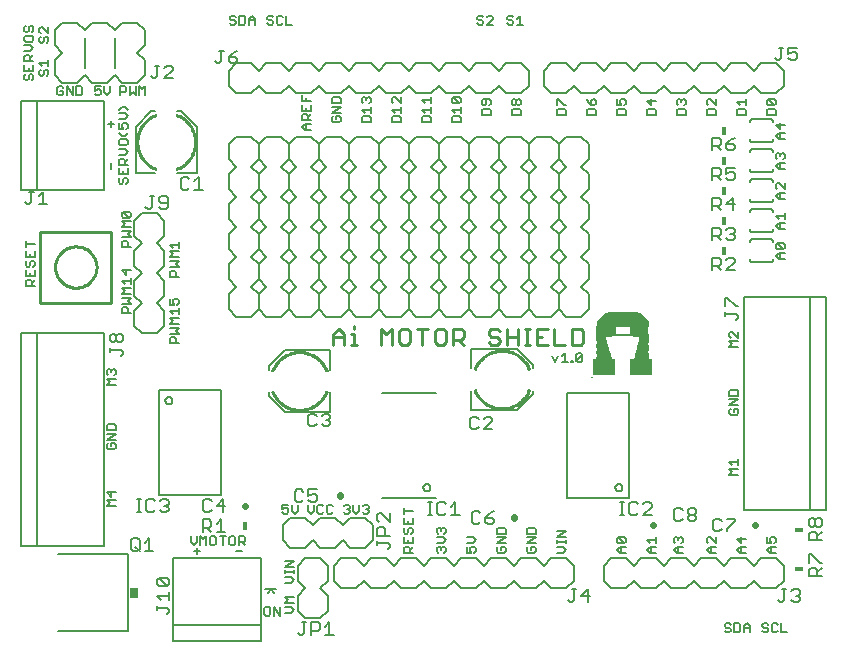
<source format=gto>
G75*
%MOIN*%
%OFA0B0*%
%FSLAX24Y24*%
%IPPOS*%
%LPD*%
%AMOC8*
5,1,8,0,0,1.08239X$1,22.5*
%
%ADD10C,0.0050*%
%ADD11C,0.0100*%
%ADD12C,0.0080*%
%ADD13C,0.0060*%
%ADD14C,0.0008*%
%ADD15R,0.0300X0.0340*%
%ADD16R,0.0180X0.0300*%
%ADD17R,0.0300X0.0180*%
%ADD18C,0.0220*%
%ADD19R,0.0674X0.0001*%
%ADD20R,0.0674X0.0001*%
%ADD21R,0.0687X0.0001*%
%ADD22R,0.0687X0.0001*%
%ADD23R,0.0695X0.0001*%
%ADD24R,0.0694X0.0001*%
%ADD25R,0.0701X0.0001*%
%ADD26R,0.0700X0.0001*%
%ADD27R,0.0705X0.0001*%
%ADD28R,0.0710X0.0001*%
%ADD29R,0.0709X0.0001*%
%ADD30R,0.0713X0.0001*%
%ADD31R,0.0717X0.0001*%
%ADD32R,0.0717X0.0001*%
%ADD33R,0.0720X0.0001*%
%ADD34R,0.0723X0.0001*%
%ADD35R,0.0726X0.0001*%
%ADD36R,0.0725X0.0001*%
%ADD37R,0.0729X0.0001*%
%ADD38R,0.0728X0.0001*%
%ADD39R,0.0731X0.0001*%
%ADD40R,0.0733X0.0001*%
%ADD41R,0.0735X0.0001*%
%ADD42R,0.0737X0.0001*%
%ADD43R,0.0737X0.0001*%
%ADD44R,0.0739X0.0001*%
%ADD45R,0.0741X0.0001*%
%ADD46R,0.0743X0.0001*%
%ADD47R,0.0745X0.0001*%
%ADD48R,0.0744X0.0001*%
%ADD49R,0.0746X0.0001*%
%ADD50R,0.0748X0.0001*%
%ADD51R,0.0747X0.0001*%
%ADD52R,0.0749X0.0001*%
%ADD53R,0.0751X0.0001*%
%ADD54R,0.0750X0.0001*%
%ADD55R,0.0753X0.0001*%
%ADD56R,0.0754X0.0001*%
%ADD57R,0.0755X0.0001*%
%ADD58R,0.0756X0.0001*%
%ADD59R,0.0757X0.0001*%
%ADD60R,0.0757X0.0001*%
%ADD61R,0.0758X0.0001*%
%ADD62R,0.0759X0.0001*%
%ADD63R,0.0761X0.0001*%
%ADD64R,0.0760X0.0001*%
%ADD65R,0.0762X0.0001*%
%ADD66R,0.0763X0.0001*%
%ADD67R,0.0764X0.0001*%
%ADD68R,0.0764X0.0001*%
%ADD69R,0.0765X0.0001*%
%ADD70R,0.0766X0.0001*%
%ADD71R,0.0752X0.0001*%
%ADD72R,0.0747X0.0001*%
%ADD73R,0.0742X0.0001*%
%ADD74R,0.0740X0.0001*%
%ADD75R,0.0738X0.0001*%
%ADD76R,0.0736X0.0001*%
%ADD77R,0.0734X0.0001*%
%ADD78R,0.0732X0.0001*%
%ADD79R,0.0727X0.0001*%
%ADD80R,0.0724X0.0001*%
%ADD81R,0.0721X0.0001*%
%ADD82R,0.0718X0.0001*%
%ADD83R,0.0714X0.0001*%
%ADD84R,0.0711X0.0001*%
%ADD85R,0.0730X0.0001*%
%ADD86R,0.0707X0.0001*%
%ADD87R,0.0702X0.0001*%
%ADD88R,0.0696X0.0001*%
%ADD89R,0.0690X0.0001*%
%ADD90R,0.0680X0.0001*%
%ADD91R,0.0516X0.0001*%
%ADD92R,0.0515X0.0001*%
%ADD93R,0.0514X0.0001*%
%ADD94R,0.0675X0.0001*%
%ADD95R,0.0479X0.0001*%
%ADD96R,0.0513X0.0001*%
%ADD97R,0.0478X0.0001*%
%ADD98R,0.0512X0.0001*%
%ADD99R,0.0511X0.0001*%
%ADD100R,0.0477X0.0001*%
%ADD101R,0.0510X0.0001*%
%ADD102R,0.0476X0.0001*%
%ADD103R,0.0509X0.0001*%
%ADD104R,0.0475X0.0001*%
%ADD105R,0.0508X0.0001*%
%ADD106R,0.0474X0.0001*%
%ADD107R,0.0507X0.0001*%
%ADD108R,0.0506X0.0001*%
%ADD109R,0.0473X0.0001*%
%ADD110R,0.0505X0.0001*%
%ADD111R,0.0472X0.0001*%
%ADD112R,0.0504X0.0001*%
%ADD113R,0.0471X0.0001*%
%ADD114R,0.0503X0.0001*%
%ADD115R,0.0470X0.0001*%
%ADD116R,0.0502X0.0001*%
%ADD117R,0.0469X0.0001*%
%ADD118R,0.0501X0.0001*%
%ADD119R,0.0500X0.0001*%
%ADD120R,0.0468X0.0001*%
%ADD121R,0.0499X0.0001*%
%ADD122R,0.0467X0.0001*%
%ADD123R,0.0498X0.0001*%
%ADD124R,0.0466X0.0001*%
%ADD125R,0.0497X0.0001*%
%ADD126R,0.0465X0.0001*%
%ADD127R,0.0496X0.0001*%
%ADD128R,0.0495X0.0001*%
%ADD129R,0.0464X0.0001*%
%ADD130R,0.0494X0.0001*%
%ADD131R,0.0463X0.0001*%
%ADD132R,0.0493X0.0001*%
%ADD133R,0.0462X0.0001*%
%ADD134R,0.0492X0.0001*%
%ADD135R,0.0461X0.0001*%
%ADD136R,0.0491X0.0001*%
%ADD137R,0.0490X0.0001*%
%ADD138R,0.0460X0.0001*%
%ADD139R,0.0489X0.0001*%
%ADD140R,0.0459X0.0001*%
%ADD141R,0.0488X0.0001*%
%ADD142R,0.0458X0.0001*%
%ADD143R,0.0487X0.0001*%
%ADD144R,0.0457X0.0001*%
%ADD145R,0.0486X0.0001*%
%ADD146R,0.0485X0.0001*%
%ADD147R,0.0456X0.0001*%
%ADD148R,0.0484X0.0001*%
%ADD149R,0.0455X0.0001*%
%ADD150R,0.0483X0.0001*%
%ADD151R,0.0454X0.0001*%
%ADD152R,0.0482X0.0001*%
%ADD153R,0.0453X0.0001*%
%ADD154R,0.0481X0.0001*%
%ADD155R,0.0452X0.0001*%
%ADD156R,0.0480X0.0001*%
%ADD157R,0.0451X0.0001*%
%ADD158R,0.0450X0.0001*%
%ADD159R,0.0449X0.0001*%
%ADD160R,0.0448X0.0001*%
%ADD161R,0.0447X0.0001*%
%ADD162R,0.0446X0.0001*%
%ADD163R,0.0445X0.0001*%
%ADD164R,0.0444X0.0001*%
%ADD165R,0.0443X0.0001*%
%ADD166R,0.0442X0.0001*%
%ADD167R,0.0441X0.0001*%
%ADD168R,0.0440X0.0001*%
%ADD169R,0.0439X0.0001*%
%ADD170R,0.0438X0.0001*%
%ADD171R,0.0437X0.0001*%
%ADD172R,0.0436X0.0001*%
%ADD173R,0.0435X0.0001*%
%ADD174R,0.0434X0.0001*%
%ADD175R,0.0433X0.0001*%
%ADD176R,0.0432X0.0001*%
%ADD177R,0.0431X0.0001*%
%ADD178R,0.0430X0.0001*%
%ADD179R,0.0429X0.0001*%
%ADD180R,0.0428X0.0001*%
%ADD181R,0.0427X0.0001*%
%ADD182R,0.0426X0.0001*%
%ADD183R,0.0425X0.0001*%
%ADD184R,0.0424X0.0001*%
%ADD185R,0.0423X0.0001*%
%ADD186R,0.0422X0.0001*%
%ADD187R,0.0421X0.0001*%
%ADD188R,0.0420X0.0001*%
%ADD189R,0.0419X0.0001*%
%ADD190R,0.0418X0.0001*%
%ADD191R,0.0417X0.0001*%
%ADD192R,0.0416X0.0001*%
%ADD193R,0.0415X0.0001*%
%ADD194R,0.0414X0.0001*%
%ADD195R,0.0413X0.0001*%
%ADD196R,0.0412X0.0001*%
%ADD197R,0.0411X0.0001*%
%ADD198R,0.0410X0.0001*%
%ADD199R,0.0409X0.0001*%
%ADD200R,0.0408X0.0001*%
%ADD201R,0.0407X0.0001*%
%ADD202R,0.0406X0.0001*%
%ADD203R,0.0405X0.0001*%
%ADD204R,0.0404X0.0001*%
%ADD205R,0.0403X0.0001*%
%ADD206R,0.0402X0.0001*%
%ADD207R,0.0401X0.0001*%
%ADD208R,0.0400X0.0001*%
%ADD209R,0.0399X0.0001*%
%ADD210R,0.0398X0.0001*%
%ADD211R,0.0397X0.0001*%
%ADD212R,0.0396X0.0001*%
%ADD213R,0.0395X0.0001*%
%ADD214R,0.0394X0.0001*%
%ADD215R,0.0393X0.0001*%
%ADD216R,0.0392X0.0001*%
%ADD217R,0.0391X0.0001*%
%ADD218R,0.0390X0.0001*%
%ADD219R,0.0389X0.0001*%
%ADD220R,0.0388X0.0001*%
%ADD221R,0.0387X0.0001*%
%ADD222R,0.0386X0.0001*%
%ADD223R,0.0385X0.0001*%
%ADD224R,0.0384X0.0001*%
%ADD225R,0.0383X0.0001*%
%ADD226R,0.0382X0.0001*%
%ADD227R,0.0381X0.0001*%
%ADD228R,0.0380X0.0001*%
%ADD229R,0.0379X0.0001*%
%ADD230R,0.0378X0.0001*%
%ADD231R,0.0377X0.0001*%
%ADD232R,0.0376X0.0001*%
%ADD233R,0.0375X0.0001*%
%ADD234R,0.0374X0.0001*%
%ADD235R,0.0373X0.0001*%
%ADD236R,0.0372X0.0001*%
%ADD237R,0.0371X0.0001*%
%ADD238R,0.0370X0.0001*%
%ADD239R,0.0369X0.0001*%
%ADD240R,0.0368X0.0001*%
%ADD241R,0.0367X0.0001*%
%ADD242R,0.0366X0.0001*%
%ADD243R,0.0365X0.0001*%
%ADD244R,0.0364X0.0001*%
%ADD245R,0.0363X0.0001*%
%ADD246R,0.0362X0.0001*%
%ADD247R,0.0361X0.0001*%
%ADD248R,0.0360X0.0001*%
%ADD249R,0.0359X0.0001*%
%ADD250R,0.0358X0.0001*%
%ADD251R,0.0357X0.0001*%
%ADD252R,0.0356X0.0001*%
%ADD253R,0.0355X0.0001*%
%ADD254R,0.0354X0.0001*%
%ADD255R,0.0353X0.0001*%
%ADD256R,0.0352X0.0001*%
%ADD257R,0.0351X0.0001*%
%ADD258R,0.0350X0.0001*%
%ADD259R,0.0349X0.0001*%
%ADD260R,0.0348X0.0001*%
%ADD261R,0.0347X0.0001*%
%ADD262R,0.0346X0.0001*%
%ADD263R,0.0345X0.0001*%
%ADD264R,0.0344X0.0001*%
%ADD265R,0.0343X0.0001*%
%ADD266R,0.0342X0.0001*%
%ADD267R,0.0341X0.0001*%
%ADD268R,0.0340X0.0001*%
%ADD269R,0.0339X0.0001*%
%ADD270R,0.0338X0.0001*%
%ADD271R,0.0337X0.0001*%
%ADD272R,0.0336X0.0001*%
%ADD273R,0.0335X0.0001*%
%ADD274R,0.0334X0.0001*%
%ADD275R,0.0333X0.0001*%
%ADD276R,0.0332X0.0001*%
%ADD277R,0.0331X0.0001*%
%ADD278R,0.0330X0.0001*%
%ADD279R,0.0329X0.0001*%
%ADD280R,0.0328X0.0001*%
%ADD281R,0.0327X0.0001*%
%ADD282R,0.0326X0.0001*%
%ADD283R,0.0325X0.0001*%
%ADD284R,0.0324X0.0001*%
%ADD285R,0.0323X0.0001*%
%ADD286R,0.0322X0.0001*%
%ADD287R,0.0321X0.0001*%
%ADD288R,0.0320X0.0001*%
%ADD289R,0.0319X0.0001*%
%ADD290R,0.0318X0.0001*%
%ADD291R,0.0317X0.0001*%
%ADD292R,0.0316X0.0001*%
%ADD293R,0.0315X0.0001*%
%ADD294R,0.0314X0.0001*%
%ADD295R,0.0313X0.0001*%
%ADD296R,0.0312X0.0001*%
%ADD297R,0.0311X0.0001*%
%ADD298R,0.0310X0.0001*%
%ADD299R,0.0309X0.0001*%
%ADD300R,0.0308X0.0001*%
%ADD301R,0.0307X0.0001*%
%ADD302R,0.0306X0.0001*%
%ADD303R,0.0305X0.0001*%
%ADD304R,0.0304X0.0001*%
%ADD305R,0.0303X0.0001*%
%ADD306R,0.0302X0.0001*%
%ADD307R,0.0301X0.0001*%
%ADD308R,0.0300X0.0001*%
%ADD309R,0.0299X0.0001*%
%ADD310R,0.0298X0.0001*%
%ADD311R,0.0297X0.0001*%
%ADD312R,0.0296X0.0001*%
%ADD313R,0.0519X0.0001*%
%ADD314R,0.1736X0.0001*%
%ADD315R,0.0643X0.0001*%
%ADD316R,0.0611X0.0001*%
%ADD317R,0.1735X0.0001*%
%ADD318R,0.1734X0.0001*%
%ADD319R,0.1733X0.0001*%
%ADD320R,0.1732X0.0001*%
%ADD321R,0.1731X0.0001*%
%ADD322R,0.1730X0.0001*%
%ADD323R,0.1729X0.0001*%
%ADD324R,0.1728X0.0001*%
%ADD325R,0.1727X0.0001*%
%ADD326R,0.1726X0.0001*%
%ADD327R,0.1725X0.0001*%
%ADD328R,0.1724X0.0001*%
%ADD329R,0.1723X0.0001*%
%ADD330R,0.1722X0.0001*%
%ADD331R,0.1720X0.0001*%
%ADD332R,0.1718X0.0001*%
%ADD333R,0.1716X0.0001*%
%ADD334R,0.1714X0.0001*%
%ADD335R,0.1712X0.0001*%
%ADD336R,0.1711X0.0001*%
%ADD337R,0.1710X0.0001*%
%ADD338R,0.1709X0.0001*%
%ADD339R,0.1708X0.0001*%
%ADD340R,0.1707X0.0001*%
%ADD341R,0.1706X0.0001*%
%ADD342R,0.1705X0.0001*%
%ADD343R,0.1704X0.0001*%
%ADD344R,0.1703X0.0001*%
%ADD345R,0.1702X0.0001*%
%ADD346R,0.1701X0.0001*%
%ADD347R,0.1700X0.0001*%
%ADD348R,0.1699X0.0001*%
%ADD349R,0.1698X0.0001*%
%ADD350R,0.1697X0.0001*%
%ADD351R,0.1696X0.0001*%
%ADD352R,0.1695X0.0001*%
%ADD353R,0.1694X0.0001*%
%ADD354R,0.1693X0.0001*%
%ADD355R,0.1692X0.0001*%
%ADD356R,0.1691X0.0001*%
%ADD357R,0.1690X0.0001*%
%ADD358R,0.1689X0.0001*%
%ADD359R,0.1687X0.0001*%
%ADD360R,0.1685X0.0001*%
%ADD361R,0.1682X0.0001*%
%ADD362R,0.1680X0.0001*%
%ADD363R,0.1678X0.0001*%
%ADD364R,0.1676X0.0001*%
%ADD365R,0.1674X0.0001*%
%ADD366R,0.1672X0.0001*%
%ADD367R,0.1670X0.0001*%
%ADD368R,0.1668X0.0001*%
%ADD369R,0.1666X0.0001*%
%ADD370R,0.1664X0.0001*%
%ADD371R,0.1662X0.0001*%
%ADD372R,0.1660X0.0001*%
%ADD373R,0.1658X0.0001*%
%ADD374R,0.1656X0.0001*%
%ADD375R,0.1654X0.0001*%
%ADD376R,0.1652X0.0001*%
%ADD377R,0.1650X0.0001*%
%ADD378R,0.1648X0.0001*%
%ADD379R,0.1646X0.0001*%
%ADD380R,0.1644X0.0001*%
%ADD381R,0.1642X0.0001*%
%ADD382R,0.1640X0.0001*%
%ADD383R,0.1638X0.0001*%
%ADD384R,0.1636X0.0001*%
%ADD385R,0.1634X0.0001*%
%ADD386R,0.1632X0.0001*%
%ADD387R,0.1630X0.0001*%
%ADD388R,0.1628X0.0001*%
%ADD389R,0.1626X0.0001*%
%ADD390R,0.1624X0.0001*%
%ADD391R,0.1622X0.0001*%
%ADD392R,0.1620X0.0001*%
%ADD393R,0.1617X0.0001*%
%ADD394R,0.1615X0.0001*%
%ADD395R,0.1613X0.0001*%
%ADD396R,0.1611X0.0001*%
%ADD397R,0.1609X0.0001*%
%ADD398R,0.1607X0.0001*%
%ADD399R,0.1605X0.0001*%
%ADD400R,0.1603X0.0001*%
%ADD401R,0.1601X0.0001*%
%ADD402R,0.1599X0.0001*%
%ADD403R,0.1597X0.0001*%
%ADD404R,0.1595X0.0001*%
%ADD405R,0.1593X0.0001*%
%ADD406R,0.1591X0.0001*%
%ADD407R,0.1589X0.0001*%
%ADD408R,0.1587X0.0001*%
%ADD409R,0.1585X0.0001*%
%ADD410R,0.1582X0.0001*%
%ADD411R,0.1580X0.0001*%
%ADD412R,0.1578X0.0001*%
%ADD413R,0.1576X0.0001*%
%ADD414R,0.1574X0.0001*%
%ADD415R,0.1572X0.0001*%
%ADD416R,0.1570X0.0001*%
%ADD417R,0.1568X0.0001*%
%ADD418R,0.1566X0.0001*%
%ADD419R,0.1564X0.0001*%
%ADD420R,0.1562X0.0001*%
%ADD421R,0.1560X0.0001*%
%ADD422R,0.1558X0.0001*%
%ADD423R,0.1556X0.0001*%
%ADD424R,0.1554X0.0001*%
%ADD425R,0.1552X0.0001*%
%ADD426R,0.1550X0.0001*%
%ADD427R,0.1548X0.0001*%
%ADD428R,0.1546X0.0001*%
%ADD429R,0.1544X0.0001*%
%ADD430R,0.1542X0.0001*%
%ADD431R,0.1540X0.0001*%
%ADD432R,0.1538X0.0001*%
%ADD433R,0.1536X0.0001*%
%ADD434R,0.1534X0.0001*%
%ADD435R,0.1532X0.0001*%
%ADD436R,0.1530X0.0001*%
%ADD437R,0.1528X0.0001*%
%ADD438R,0.1526X0.0001*%
%ADD439R,0.1524X0.0001*%
%ADD440R,0.1522X0.0001*%
%ADD441R,0.1520X0.0001*%
%ADD442R,0.1517X0.0001*%
%ADD443R,0.1515X0.0001*%
%ADD444R,0.1513X0.0001*%
%ADD445R,0.1511X0.0001*%
%ADD446R,0.1509X0.0001*%
%ADD447R,0.1507X0.0001*%
%ADD448R,0.1505X0.0001*%
%ADD449R,0.1503X0.0001*%
%ADD450R,0.1501X0.0001*%
%ADD451R,0.1499X0.0001*%
%ADD452R,0.1497X0.0001*%
%ADD453R,0.1495X0.0001*%
%ADD454R,0.1493X0.0001*%
%ADD455R,0.1491X0.0001*%
%ADD456R,0.1489X0.0001*%
%ADD457R,0.1487X0.0001*%
%ADD458R,0.1485X0.0001*%
%ADD459R,0.1482X0.0001*%
%ADD460R,0.1480X0.0001*%
%ADD461R,0.1478X0.0001*%
%ADD462R,0.1476X0.0001*%
%ADD463R,0.1474X0.0001*%
%ADD464R,0.1472X0.0001*%
%ADD465R,0.1470X0.0001*%
%ADD466R,0.1468X0.0001*%
%ADD467R,0.1466X0.0001*%
%ADD468R,0.1464X0.0001*%
%ADD469R,0.1462X0.0001*%
%ADD470R,0.1460X0.0001*%
%ADD471R,0.1458X0.0001*%
%ADD472R,0.1456X0.0001*%
%ADD473R,0.1454X0.0001*%
%ADD474R,0.1452X0.0001*%
%ADD475R,0.1450X0.0001*%
%ADD476R,0.1448X0.0001*%
%ADD477R,0.1446X0.0001*%
%ADD478R,0.1444X0.0001*%
%ADD479R,0.1442X0.0001*%
%ADD480R,0.1440X0.0001*%
%ADD481R,0.1438X0.0001*%
%ADD482R,0.1436X0.0001*%
%ADD483R,0.1434X0.0001*%
%ADD484R,0.1432X0.0001*%
%ADD485R,0.1430X0.0001*%
%ADD486R,0.1428X0.0001*%
%ADD487R,0.1426X0.0001*%
%ADD488R,0.1424X0.0001*%
%ADD489R,0.1422X0.0001*%
%ADD490R,0.1420X0.0001*%
%ADD491R,0.1418X0.0001*%
%ADD492R,0.1415X0.0001*%
%ADD493R,0.1413X0.0001*%
%ADD494R,0.1411X0.0001*%
%ADD495R,0.1409X0.0001*%
%ADD496R,0.1407X0.0001*%
%ADD497R,0.1405X0.0001*%
%ADD498R,0.1403X0.0001*%
%ADD499R,0.1401X0.0001*%
%ADD500R,0.1399X0.0001*%
%ADD501R,0.1397X0.0001*%
%ADD502R,0.1395X0.0001*%
%ADD503R,0.1393X0.0001*%
%ADD504R,0.1391X0.0001*%
%ADD505R,0.1389X0.0001*%
%ADD506R,0.1387X0.0001*%
%ADD507R,0.1384X0.0001*%
%ADD508R,0.1382X0.0001*%
%ADD509R,0.1380X0.0001*%
%ADD510R,0.1378X0.0001*%
%ADD511R,0.1376X0.0001*%
%ADD512R,0.1374X0.0001*%
%ADD513R,0.1372X0.0001*%
%ADD514R,0.1370X0.0001*%
%ADD515R,0.1368X0.0001*%
%ADD516R,0.1366X0.0001*%
%ADD517R,0.1364X0.0001*%
%ADD518R,0.1362X0.0001*%
%ADD519R,0.1360X0.0001*%
%ADD520R,0.1358X0.0001*%
%ADD521R,0.1356X0.0001*%
%ADD522R,0.1354X0.0001*%
%ADD523R,0.1352X0.0001*%
%ADD524R,0.1350X0.0001*%
%ADD525R,0.1348X0.0001*%
%ADD526R,0.1346X0.0001*%
%ADD527R,0.1344X0.0001*%
%ADD528R,0.1342X0.0001*%
%ADD529R,0.1340X0.0001*%
%ADD530R,0.1338X0.0001*%
%ADD531R,0.1336X0.0001*%
%ADD532R,0.1334X0.0001*%
%ADD533R,0.1332X0.0001*%
%ADD534R,0.1330X0.0001*%
%ADD535R,0.1328X0.0001*%
%ADD536R,0.1326X0.0001*%
%ADD537R,0.1324X0.0001*%
%ADD538R,0.1322X0.0001*%
%ADD539R,0.1320X0.0001*%
%ADD540R,0.1318X0.0001*%
%ADD541R,0.1315X0.0001*%
%ADD542R,0.1313X0.0001*%
%ADD543R,0.1311X0.0001*%
%ADD544R,0.1309X0.0001*%
%ADD545R,0.1307X0.0001*%
%ADD546R,0.1305X0.0001*%
%ADD547R,0.1303X0.0001*%
%ADD548R,0.1301X0.0001*%
%ADD549R,0.1299X0.0001*%
%ADD550R,0.1297X0.0001*%
%ADD551R,0.1295X0.0001*%
%ADD552R,0.1293X0.0001*%
%ADD553R,0.1291X0.0001*%
%ADD554R,0.1289X0.0001*%
%ADD555R,0.1287X0.0001*%
%ADD556R,0.1284X0.0001*%
%ADD557R,0.1282X0.0001*%
%ADD558R,0.1280X0.0001*%
%ADD559R,0.1278X0.0001*%
%ADD560R,0.1276X0.0001*%
%ADD561R,0.1274X0.0001*%
%ADD562R,0.1272X0.0001*%
%ADD563R,0.1270X0.0001*%
%ADD564R,0.1268X0.0001*%
%ADD565R,0.1266X0.0001*%
%ADD566R,0.1264X0.0001*%
%ADD567R,0.1262X0.0001*%
%ADD568R,0.1260X0.0001*%
%ADD569R,0.1258X0.0001*%
%ADD570R,0.1256X0.0001*%
%ADD571R,0.1254X0.0001*%
%ADD572R,0.1252X0.0001*%
%ADD573R,0.1250X0.0001*%
%ADD574R,0.1248X0.0001*%
%ADD575R,0.1246X0.0001*%
%ADD576R,0.1244X0.0001*%
%ADD577R,0.1242X0.0001*%
%ADD578R,0.1240X0.0001*%
%ADD579R,0.1238X0.0001*%
%ADD580R,0.1236X0.0001*%
%ADD581R,0.1234X0.0001*%
%ADD582R,0.1232X0.0001*%
%ADD583R,0.1230X0.0001*%
%ADD584R,0.1228X0.0001*%
%ADD585R,0.1226X0.0001*%
%ADD586R,0.1224X0.0001*%
%ADD587R,0.1222X0.0001*%
%ADD588R,0.1220X0.0001*%
%ADD589R,0.1218X0.0001*%
%ADD590R,0.1215X0.0001*%
%ADD591R,0.1213X0.0001*%
%ADD592R,0.1211X0.0001*%
%ADD593R,0.1209X0.0001*%
%ADD594R,0.1207X0.0001*%
%ADD595R,0.1205X0.0001*%
%ADD596R,0.1203X0.0001*%
%ADD597R,0.1201X0.0001*%
%ADD598R,0.1199X0.0001*%
%ADD599R,0.1197X0.0001*%
%ADD600R,0.1195X0.0001*%
%ADD601R,0.1193X0.0001*%
%ADD602R,0.1191X0.0001*%
%ADD603R,0.1189X0.0001*%
%ADD604R,0.1187X0.0001*%
%ADD605R,0.1184X0.0001*%
%ADD606R,0.1182X0.0001*%
%ADD607R,0.1180X0.0001*%
%ADD608R,0.1178X0.0001*%
%ADD609R,0.1176X0.0001*%
%ADD610R,0.1174X0.0001*%
%ADD611R,0.1172X0.0001*%
%ADD612R,0.1170X0.0001*%
%ADD613R,0.1168X0.0001*%
%ADD614R,0.1166X0.0001*%
%ADD615R,0.1164X0.0001*%
%ADD616R,0.1162X0.0001*%
%ADD617R,0.1160X0.0001*%
%ADD618R,0.1158X0.0001*%
%ADD619R,0.1156X0.0001*%
%ADD620R,0.1154X0.0001*%
%ADD621R,0.1152X0.0001*%
%ADD622R,0.1150X0.0001*%
%ADD623R,0.1148X0.0001*%
%ADD624R,0.1146X0.0001*%
%ADD625R,0.1142X0.0001*%
%ADD626R,0.1136X0.0001*%
%ADD627R,0.1131X0.0001*%
%ADD628R,0.1126X0.0001*%
%ADD629R,0.1120X0.0001*%
%ADD630R,0.1114X0.0001*%
%ADD631R,0.1108X0.0001*%
%ADD632R,0.1102X0.0001*%
%ADD633R,0.1095X0.0001*%
%ADD634R,0.1089X0.0001*%
%ADD635R,0.1083X0.0001*%
%ADD636R,0.1075X0.0001*%
%ADD637R,0.1067X0.0001*%
%ADD638R,0.1060X0.0001*%
%ADD639R,0.1052X0.0001*%
%ADD640R,0.1044X0.0001*%
%ADD641R,0.1036X0.0001*%
%ADD642R,0.1026X0.0001*%
%ADD643R,0.1016X0.0001*%
%ADD644R,0.1005X0.0001*%
%ADD645R,0.0993X0.0001*%
%ADD646R,0.0977X0.0001*%
%ADD647R,0.0954X0.0001*%
%ADD648C,0.0000*%
D10*
X002835Y003657D02*
X003370Y003657D01*
X003370Y010743D01*
X002835Y010743D01*
X002835Y003657D01*
X003370Y003657D02*
X005591Y003657D01*
X005591Y010743D01*
X003370Y010743D01*
X003277Y012325D02*
X002977Y012325D01*
X002977Y012475D01*
X003027Y012525D01*
X003127Y012525D01*
X003177Y012475D01*
X003177Y012325D01*
X003177Y012425D02*
X003277Y012525D01*
X003277Y012647D02*
X002977Y012647D01*
X002977Y012847D01*
X003027Y012970D02*
X002977Y013020D01*
X002977Y013120D01*
X003027Y013170D01*
X003127Y013120D02*
X003177Y013170D01*
X003227Y013170D01*
X003277Y013120D01*
X003277Y013020D01*
X003227Y012970D01*
X003127Y013020D02*
X003077Y012970D01*
X003027Y012970D01*
X003127Y013020D02*
X003127Y013120D01*
X003127Y013292D02*
X003127Y013392D01*
X002977Y013492D02*
X002977Y013292D01*
X003277Y013292D01*
X003277Y013492D01*
X003277Y013714D02*
X002977Y013714D01*
X002977Y013614D02*
X002977Y013814D01*
X003277Y012847D02*
X003277Y012647D01*
X003127Y012647D02*
X003127Y012747D01*
X006177Y012853D02*
X006327Y012703D01*
X006327Y012903D01*
X006477Y012853D02*
X006177Y012853D01*
X006477Y012581D02*
X006477Y012380D01*
X006477Y012481D02*
X006177Y012481D01*
X006277Y012380D01*
X006177Y012258D02*
X006477Y012258D01*
X006477Y012058D02*
X006177Y012058D01*
X006277Y012158D01*
X006177Y012258D01*
X006177Y011936D02*
X006477Y011936D01*
X006377Y011836D01*
X006477Y011736D01*
X006177Y011736D01*
X006227Y011614D02*
X006327Y011614D01*
X006377Y011564D01*
X006377Y011414D01*
X006477Y011414D02*
X006177Y011414D01*
X006177Y011564D01*
X006227Y011614D01*
X007777Y011703D02*
X007927Y011703D01*
X007877Y011803D01*
X007877Y011853D01*
X007927Y011903D01*
X008027Y011903D01*
X008077Y011853D01*
X008077Y011753D01*
X008027Y011703D01*
X008077Y011581D02*
X008077Y011380D01*
X008077Y011481D02*
X007777Y011481D01*
X007877Y011380D01*
X007777Y011258D02*
X008077Y011258D01*
X008077Y011058D02*
X007777Y011058D01*
X007877Y011158D01*
X007777Y011258D01*
X007777Y010936D02*
X008077Y010936D01*
X007977Y010836D01*
X008077Y010736D01*
X007777Y010736D01*
X007827Y010614D02*
X007777Y010564D01*
X007777Y010414D01*
X008077Y010414D01*
X007977Y010414D02*
X007977Y010564D01*
X007927Y010614D01*
X007827Y010614D01*
X007777Y011703D02*
X007777Y011903D01*
X007777Y012636D02*
X007777Y012786D01*
X007827Y012836D01*
X007927Y012836D01*
X007977Y012786D01*
X007977Y012636D01*
X008077Y012636D02*
X007777Y012636D01*
X007777Y012958D02*
X008077Y012958D01*
X007977Y013058D01*
X008077Y013158D01*
X007777Y013158D01*
X007777Y013280D02*
X007877Y013381D01*
X007777Y013481D01*
X008077Y013481D01*
X008077Y013603D02*
X008077Y013803D01*
X008077Y013703D02*
X007777Y013703D01*
X007877Y013603D01*
X007777Y013280D02*
X008077Y013280D01*
X006477Y013636D02*
X006177Y013636D01*
X006177Y013786D01*
X006227Y013836D01*
X006327Y013836D01*
X006377Y013786D01*
X006377Y013636D01*
X006477Y013958D02*
X006177Y013958D01*
X006177Y014158D02*
X006477Y014158D01*
X006377Y014058D01*
X006477Y013958D01*
X006477Y014280D02*
X006177Y014280D01*
X006277Y014381D01*
X006177Y014481D01*
X006477Y014481D01*
X006427Y014603D02*
X006227Y014603D01*
X006177Y014653D01*
X006177Y014753D01*
X006227Y014803D01*
X006427Y014603D01*
X006477Y014653D01*
X006477Y014753D01*
X006427Y014803D01*
X006227Y014803D01*
X006177Y015725D02*
X006227Y015775D01*
X006227Y015875D01*
X006277Y015925D01*
X006327Y015925D01*
X006377Y015875D01*
X006377Y015775D01*
X006327Y015725D01*
X006177Y015725D02*
X006127Y015725D01*
X006077Y015775D01*
X006077Y015875D01*
X006127Y015925D01*
X006077Y016047D02*
X006377Y016047D01*
X006377Y016247D01*
X006377Y016370D02*
X006077Y016370D01*
X006077Y016520D01*
X006127Y016570D01*
X006227Y016570D01*
X006277Y016520D01*
X006277Y016370D01*
X006277Y016470D02*
X006377Y016570D01*
X006277Y016692D02*
X006377Y016792D01*
X006277Y016892D01*
X006077Y016892D01*
X006127Y017014D02*
X006327Y017014D01*
X006377Y017064D01*
X006377Y017164D01*
X006327Y017214D01*
X006127Y017214D01*
X006077Y017164D01*
X006077Y017064D01*
X006127Y017014D01*
X006177Y017336D02*
X006077Y017436D01*
X006077Y017551D02*
X006227Y017551D01*
X006177Y017651D01*
X006177Y017701D01*
X006227Y017751D01*
X006327Y017751D01*
X006377Y017701D01*
X006377Y017601D01*
X006327Y017551D01*
X006377Y017436D02*
X006277Y017336D01*
X006177Y017336D01*
X006077Y017551D02*
X006077Y017751D01*
X006077Y017873D02*
X006277Y017873D01*
X006377Y017974D01*
X006277Y018074D01*
X006077Y018074D01*
X006077Y018196D02*
X006177Y018296D01*
X006277Y018296D01*
X006377Y018196D01*
X005927Y017725D02*
X005727Y017725D01*
X005827Y017625D02*
X005827Y017825D01*
X005700Y018675D02*
X005600Y018775D01*
X005600Y018975D01*
X005478Y018975D02*
X005277Y018975D01*
X005277Y018825D01*
X005377Y018875D01*
X005427Y018875D01*
X005478Y018825D01*
X005478Y018725D01*
X005427Y018675D01*
X005327Y018675D01*
X005277Y018725D01*
X004872Y018725D02*
X004872Y018925D01*
X004822Y018975D01*
X004672Y018975D01*
X004672Y018675D01*
X004822Y018675D01*
X004872Y018725D01*
X004550Y018675D02*
X004550Y018975D01*
X004350Y018975D02*
X004350Y018675D01*
X004228Y018725D02*
X004228Y018825D01*
X004127Y018825D01*
X004027Y018725D02*
X004077Y018675D01*
X004177Y018675D01*
X004228Y018725D01*
X004228Y018925D02*
X004177Y018975D01*
X004077Y018975D01*
X004027Y018925D01*
X004027Y018725D01*
X004350Y018975D02*
X004550Y018675D01*
X003727Y019375D02*
X003677Y019325D01*
X003727Y019375D02*
X003727Y019475D01*
X003677Y019525D01*
X003627Y019525D01*
X003577Y019475D01*
X003577Y019375D01*
X003527Y019325D01*
X003477Y019325D01*
X003427Y019375D01*
X003427Y019475D01*
X003477Y019525D01*
X003527Y019647D02*
X003427Y019747D01*
X003727Y019747D01*
X003727Y019647D02*
X003727Y019847D01*
X003227Y019820D02*
X002927Y019820D01*
X002927Y019970D01*
X002977Y020020D01*
X003077Y020020D01*
X003127Y019970D01*
X003127Y019820D01*
X003127Y019920D02*
X003227Y020020D01*
X003127Y020142D02*
X003227Y020242D01*
X003127Y020342D01*
X002927Y020342D01*
X002977Y020464D02*
X003177Y020464D01*
X003227Y020514D01*
X003227Y020614D01*
X003177Y020664D01*
X002977Y020664D01*
X002927Y020614D01*
X002927Y020514D01*
X002977Y020464D01*
X002977Y020786D02*
X003027Y020786D01*
X003077Y020836D01*
X003077Y020937D01*
X003127Y020987D01*
X003177Y020987D01*
X003227Y020937D01*
X003227Y020836D01*
X003177Y020786D01*
X002977Y020786D02*
X002927Y020836D01*
X002927Y020937D01*
X002977Y020987D01*
X003427Y020897D02*
X003427Y020797D01*
X003477Y020747D01*
X003477Y020625D02*
X003427Y020575D01*
X003427Y020475D01*
X003477Y020425D01*
X003527Y020425D01*
X003577Y020475D01*
X003577Y020575D01*
X003627Y020625D01*
X003677Y020625D01*
X003727Y020575D01*
X003727Y020475D01*
X003677Y020425D01*
X003727Y020747D02*
X003527Y020947D01*
X003477Y020947D01*
X003427Y020897D01*
X003727Y020947D02*
X003727Y020747D01*
X003127Y020142D02*
X002927Y020142D01*
X002927Y019697D02*
X002927Y019497D01*
X003227Y019497D01*
X003227Y019697D01*
X003077Y019597D02*
X003077Y019497D01*
X003127Y019375D02*
X003177Y019375D01*
X003227Y019325D01*
X003227Y019225D01*
X003177Y019175D01*
X003077Y019225D02*
X003077Y019325D01*
X003127Y019375D01*
X002977Y019375D02*
X002927Y019325D01*
X002927Y019225D01*
X002977Y019175D01*
X003027Y019175D01*
X003077Y019225D01*
X005700Y018675D02*
X005800Y018775D01*
X005800Y018975D01*
X006127Y018975D02*
X006127Y018675D01*
X006127Y018775D02*
X006277Y018775D01*
X006328Y018825D01*
X006328Y018925D01*
X006277Y018975D01*
X006127Y018975D01*
X006450Y018975D02*
X006450Y018675D01*
X006550Y018775D01*
X006650Y018675D01*
X006650Y018975D01*
X006772Y018975D02*
X006872Y018875D01*
X006972Y018975D01*
X006972Y018675D01*
X006772Y018675D02*
X006772Y018975D01*
X009777Y021075D02*
X009827Y021025D01*
X009927Y021025D01*
X009978Y021075D01*
X009978Y021125D01*
X009927Y021175D01*
X009827Y021175D01*
X009777Y021225D01*
X009777Y021275D01*
X009827Y021325D01*
X009927Y021325D01*
X009978Y021275D01*
X010100Y021325D02*
X010250Y021325D01*
X010300Y021275D01*
X010300Y021075D01*
X010250Y021025D01*
X010100Y021025D01*
X010100Y021325D01*
X010422Y021225D02*
X010522Y021325D01*
X010622Y021225D01*
X010622Y021025D01*
X010622Y021175D02*
X010422Y021175D01*
X010422Y021225D02*
X010422Y021025D01*
X011027Y021075D02*
X011077Y021025D01*
X011177Y021025D01*
X011228Y021075D01*
X011228Y021125D01*
X011177Y021175D01*
X011077Y021175D01*
X011027Y021225D01*
X011027Y021275D01*
X011077Y021325D01*
X011177Y021325D01*
X011228Y021275D01*
X011350Y021275D02*
X011350Y021075D01*
X011400Y021025D01*
X011500Y021025D01*
X011550Y021075D01*
X011672Y021025D02*
X011872Y021025D01*
X011672Y021025D02*
X011672Y021325D01*
X011550Y021275D02*
X011500Y021325D01*
X011400Y021325D01*
X011350Y021275D01*
X012177Y018692D02*
X012177Y018492D01*
X012477Y018492D01*
X012477Y018370D02*
X012477Y018170D01*
X012177Y018170D01*
X012177Y018370D01*
X012327Y018270D02*
X012327Y018170D01*
X012327Y018047D02*
X012377Y017997D01*
X012377Y017847D01*
X012377Y017947D02*
X012477Y018047D01*
X012327Y018047D02*
X012227Y018047D01*
X012177Y017997D01*
X012177Y017847D01*
X012477Y017847D01*
X012477Y017725D02*
X012277Y017725D01*
X012177Y017625D01*
X012277Y017525D01*
X012477Y017525D01*
X012327Y017525D02*
X012327Y017725D01*
X013177Y017825D02*
X013227Y017775D01*
X013427Y017775D01*
X013477Y017825D01*
X013477Y017925D01*
X013427Y017975D01*
X013327Y017975D01*
X013327Y017875D01*
X013227Y017975D02*
X013177Y017925D01*
X013177Y017825D01*
X013177Y018097D02*
X013477Y018297D01*
X013177Y018297D01*
X013177Y018420D02*
X013177Y018570D01*
X013227Y018620D01*
X013427Y018620D01*
X013477Y018570D01*
X013477Y018420D01*
X013177Y018420D01*
X013177Y018097D02*
X013477Y018097D01*
X014177Y018197D02*
X014477Y018197D01*
X014477Y018097D02*
X014477Y018297D01*
X014427Y018420D02*
X014477Y018470D01*
X014477Y018570D01*
X014427Y018620D01*
X014377Y018620D01*
X014327Y018570D01*
X014327Y018520D01*
X014327Y018570D02*
X014277Y018620D01*
X014227Y018620D01*
X014177Y018570D01*
X014177Y018470D01*
X014227Y018420D01*
X014177Y018197D02*
X014277Y018097D01*
X014227Y017975D02*
X014177Y017925D01*
X014177Y017775D01*
X014477Y017775D01*
X014477Y017925D01*
X014427Y017975D01*
X014227Y017975D01*
X015177Y017925D02*
X015177Y017775D01*
X015477Y017775D01*
X015477Y017925D01*
X015427Y017975D01*
X015227Y017975D01*
X015177Y017925D01*
X015277Y018097D02*
X015177Y018197D01*
X015477Y018197D01*
X015477Y018097D02*
X015477Y018297D01*
X015477Y018420D02*
X015277Y018620D01*
X015227Y018620D01*
X015177Y018570D01*
X015177Y018470D01*
X015227Y018420D01*
X015477Y018420D02*
X015477Y018620D01*
X016177Y018520D02*
X016277Y018420D01*
X016177Y018520D02*
X016477Y018520D01*
X016477Y018420D02*
X016477Y018620D01*
X016477Y018297D02*
X016477Y018097D01*
X016477Y018197D02*
X016177Y018197D01*
X016277Y018097D01*
X016227Y017975D02*
X016177Y017925D01*
X016177Y017775D01*
X016477Y017775D01*
X016477Y017925D01*
X016427Y017975D01*
X016227Y017975D01*
X017177Y017925D02*
X017177Y017775D01*
X017477Y017775D01*
X017477Y017925D01*
X017427Y017975D01*
X017227Y017975D01*
X017177Y017925D01*
X017277Y018097D02*
X017177Y018197D01*
X017477Y018197D01*
X017477Y018097D02*
X017477Y018297D01*
X017427Y018420D02*
X017227Y018620D01*
X017427Y018620D01*
X017477Y018570D01*
X017477Y018470D01*
X017427Y018420D01*
X017227Y018420D01*
X017177Y018470D01*
X017177Y018570D01*
X017227Y018620D01*
X018177Y018497D02*
X018177Y018397D01*
X018227Y018347D01*
X018277Y018347D01*
X018327Y018397D01*
X018327Y018547D01*
X018427Y018547D02*
X018227Y018547D01*
X018177Y018497D01*
X018427Y018547D02*
X018477Y018497D01*
X018477Y018397D01*
X018427Y018347D01*
X018427Y018225D02*
X018227Y018225D01*
X018177Y018175D01*
X018177Y018025D01*
X018477Y018025D01*
X018477Y018175D01*
X018427Y018225D01*
X019177Y018175D02*
X019177Y018025D01*
X019477Y018025D01*
X019477Y018175D01*
X019427Y018225D01*
X019227Y018225D01*
X019177Y018175D01*
X019227Y018347D02*
X019277Y018347D01*
X019327Y018397D01*
X019327Y018497D01*
X019377Y018547D01*
X019427Y018547D01*
X019477Y018497D01*
X019477Y018397D01*
X019427Y018347D01*
X019377Y018347D01*
X019327Y018397D01*
X019327Y018497D02*
X019277Y018547D01*
X019227Y018547D01*
X019177Y018497D01*
X019177Y018397D01*
X019227Y018347D01*
X020677Y018347D02*
X020677Y018547D01*
X020727Y018547D01*
X020927Y018347D01*
X020977Y018347D01*
X020927Y018225D02*
X020977Y018175D01*
X020977Y018025D01*
X020677Y018025D01*
X020677Y018175D01*
X020727Y018225D01*
X020927Y018225D01*
X021677Y018175D02*
X021677Y018025D01*
X021977Y018025D01*
X021977Y018175D01*
X021927Y018225D01*
X021727Y018225D01*
X021677Y018175D01*
X021827Y018347D02*
X021827Y018497D01*
X021877Y018547D01*
X021927Y018547D01*
X021977Y018497D01*
X021977Y018397D01*
X021927Y018347D01*
X021827Y018347D01*
X021727Y018447D01*
X021677Y018547D01*
X022677Y018547D02*
X022677Y018347D01*
X022827Y018347D01*
X022777Y018447D01*
X022777Y018497D01*
X022827Y018547D01*
X022927Y018547D01*
X022977Y018497D01*
X022977Y018397D01*
X022927Y018347D01*
X022927Y018225D02*
X022727Y018225D01*
X022677Y018175D01*
X022677Y018025D01*
X022977Y018025D01*
X022977Y018175D01*
X022927Y018225D01*
X023677Y018175D02*
X023677Y018025D01*
X023977Y018025D01*
X023977Y018175D01*
X023927Y018225D01*
X023727Y018225D01*
X023677Y018175D01*
X023827Y018347D02*
X023827Y018547D01*
X023677Y018497D02*
X023827Y018347D01*
X023977Y018497D02*
X023677Y018497D01*
X024677Y018497D02*
X024677Y018397D01*
X024727Y018347D01*
X024727Y018225D02*
X024677Y018175D01*
X024677Y018025D01*
X024977Y018025D01*
X024977Y018175D01*
X024927Y018225D01*
X024727Y018225D01*
X024927Y018347D02*
X024977Y018397D01*
X024977Y018497D01*
X024927Y018547D01*
X024877Y018547D01*
X024827Y018497D01*
X024827Y018447D01*
X024827Y018497D02*
X024777Y018547D01*
X024727Y018547D01*
X024677Y018497D01*
X025677Y018497D02*
X025677Y018397D01*
X025727Y018347D01*
X025727Y018225D02*
X025677Y018175D01*
X025677Y018025D01*
X025977Y018025D01*
X025977Y018175D01*
X025927Y018225D01*
X025727Y018225D01*
X025677Y018497D02*
X025727Y018547D01*
X025777Y018547D01*
X025977Y018347D01*
X025977Y018547D01*
X026677Y018447D02*
X026777Y018347D01*
X026727Y018225D02*
X026677Y018175D01*
X026677Y018025D01*
X026977Y018025D01*
X026977Y018175D01*
X026927Y018225D01*
X026727Y018225D01*
X026677Y018447D02*
X026977Y018447D01*
X026977Y018347D02*
X026977Y018547D01*
X027677Y018497D02*
X027677Y018397D01*
X027727Y018347D01*
X027927Y018347D01*
X027727Y018547D01*
X027927Y018547D01*
X027977Y018497D01*
X027977Y018397D01*
X027927Y018347D01*
X027927Y018225D02*
X027727Y018225D01*
X027677Y018175D01*
X027677Y018025D01*
X027977Y018025D01*
X027977Y018175D01*
X027927Y018225D01*
X027677Y018497D02*
X027727Y018547D01*
X027977Y017697D02*
X028127Y017547D01*
X028127Y017747D01*
X028277Y017697D02*
X027977Y017697D01*
X028077Y017425D02*
X028277Y017425D01*
X028127Y017425D02*
X028127Y017225D01*
X028077Y017225D02*
X027977Y017325D01*
X028077Y017425D01*
X028077Y017225D02*
X028277Y017225D01*
X028227Y016747D02*
X028277Y016697D01*
X028277Y016597D01*
X028227Y016547D01*
X028277Y016425D02*
X028077Y016425D01*
X027977Y016325D01*
X028077Y016225D01*
X028277Y016225D01*
X028127Y016225D02*
X028127Y016425D01*
X028027Y016547D02*
X027977Y016597D01*
X027977Y016697D01*
X028027Y016747D01*
X028077Y016747D01*
X028127Y016697D01*
X028177Y016747D01*
X028227Y016747D01*
X028127Y016697D02*
X028127Y016647D01*
X028077Y015747D02*
X028027Y015747D01*
X027977Y015697D01*
X027977Y015597D01*
X028027Y015547D01*
X028077Y015425D02*
X028277Y015425D01*
X028277Y015547D02*
X028077Y015747D01*
X028277Y015747D02*
X028277Y015547D01*
X028127Y015425D02*
X028127Y015225D01*
X028077Y015225D02*
X027977Y015325D01*
X028077Y015425D01*
X028077Y015225D02*
X028277Y015225D01*
X028277Y014747D02*
X028277Y014547D01*
X028277Y014647D02*
X027977Y014647D01*
X028077Y014547D01*
X028077Y014425D02*
X028277Y014425D01*
X028127Y014425D02*
X028127Y014225D01*
X028077Y014225D02*
X027977Y014325D01*
X028077Y014425D01*
X028077Y014225D02*
X028277Y014225D01*
X028227Y013747D02*
X028027Y013747D01*
X028227Y013547D01*
X028277Y013597D01*
X028277Y013697D01*
X028227Y013747D01*
X028227Y013547D02*
X028027Y013547D01*
X027977Y013597D01*
X027977Y013697D01*
X028027Y013747D01*
X028077Y013425D02*
X028277Y013425D01*
X028127Y013425D02*
X028127Y013225D01*
X028077Y013225D02*
X027977Y013325D01*
X028077Y013425D01*
X028077Y013225D02*
X028277Y013225D01*
X029134Y011943D02*
X026914Y011943D01*
X026914Y004857D01*
X029134Y004857D01*
X029134Y011943D01*
X029670Y011943D01*
X029670Y004857D01*
X029134Y004857D01*
X027977Y003897D02*
X027927Y003947D01*
X027827Y003947D01*
X027777Y003897D01*
X027777Y003847D01*
X027827Y003747D01*
X027677Y003747D01*
X027677Y003947D01*
X027977Y003897D02*
X027977Y003797D01*
X027927Y003747D01*
X027977Y003625D02*
X027777Y003625D01*
X027677Y003525D01*
X027777Y003425D01*
X027977Y003425D01*
X027827Y003425D02*
X027827Y003625D01*
X026977Y003625D02*
X026777Y003625D01*
X026677Y003525D01*
X026777Y003425D01*
X026977Y003425D01*
X026827Y003425D02*
X026827Y003625D01*
X026827Y003747D02*
X026827Y003947D01*
X026677Y003897D02*
X026827Y003747D01*
X026977Y003897D02*
X026677Y003897D01*
X025977Y003947D02*
X025977Y003747D01*
X025777Y003947D01*
X025727Y003947D01*
X025677Y003897D01*
X025677Y003797D01*
X025727Y003747D01*
X025777Y003625D02*
X025677Y003525D01*
X025777Y003425D01*
X025977Y003425D01*
X025827Y003425D02*
X025827Y003625D01*
X025777Y003625D02*
X025977Y003625D01*
X024877Y003625D02*
X024677Y003625D01*
X024577Y003525D01*
X024677Y003425D01*
X024877Y003425D01*
X024727Y003425D02*
X024727Y003625D01*
X024627Y003747D02*
X024577Y003797D01*
X024577Y003897D01*
X024627Y003947D01*
X024677Y003947D01*
X024727Y003897D01*
X024777Y003947D01*
X024827Y003947D01*
X024877Y003897D01*
X024877Y003797D01*
X024827Y003747D01*
X024727Y003847D02*
X024727Y003897D01*
X023977Y003847D02*
X023677Y003847D01*
X023777Y003747D01*
X023777Y003625D02*
X023977Y003625D01*
X023977Y003747D02*
X023977Y003947D01*
X023827Y003625D02*
X023827Y003425D01*
X023777Y003425D02*
X023677Y003525D01*
X023777Y003625D01*
X023777Y003425D02*
X023977Y003425D01*
X022977Y003425D02*
X022777Y003425D01*
X022677Y003525D01*
X022777Y003625D01*
X022977Y003625D01*
X022927Y003747D02*
X022727Y003747D01*
X022677Y003797D01*
X022677Y003897D01*
X022727Y003947D01*
X022927Y003747D01*
X022977Y003797D01*
X022977Y003897D01*
X022927Y003947D01*
X022727Y003947D01*
X022827Y003625D02*
X022827Y003425D01*
X020977Y003525D02*
X020877Y003625D01*
X020677Y003625D01*
X020677Y003747D02*
X020677Y003847D01*
X020677Y003797D02*
X020977Y003797D01*
X020977Y003747D02*
X020977Y003847D01*
X020977Y003962D02*
X020677Y003962D01*
X020977Y004162D01*
X020677Y004162D01*
X019977Y004220D02*
X019977Y004070D01*
X019677Y004070D01*
X019677Y004220D01*
X019727Y004270D01*
X019927Y004270D01*
X019977Y004220D01*
X019977Y003947D02*
X019677Y003947D01*
X019677Y003747D02*
X019977Y003947D01*
X019977Y003747D02*
X019677Y003747D01*
X019727Y003625D02*
X019677Y003575D01*
X019677Y003475D01*
X019727Y003425D01*
X019927Y003425D01*
X019977Y003475D01*
X019977Y003575D01*
X019927Y003625D01*
X019827Y003625D01*
X019827Y003525D01*
X018977Y003475D02*
X018927Y003425D01*
X018727Y003425D01*
X018677Y003475D01*
X018677Y003575D01*
X018727Y003625D01*
X018827Y003625D02*
X018827Y003525D01*
X018827Y003625D02*
X018927Y003625D01*
X018977Y003575D01*
X018977Y003475D01*
X018977Y003747D02*
X018677Y003747D01*
X018977Y003947D01*
X018677Y003947D01*
X018677Y004070D02*
X018677Y004220D01*
X018727Y004270D01*
X018927Y004270D01*
X018977Y004220D01*
X018977Y004070D01*
X018677Y004070D01*
X017977Y003847D02*
X017877Y003947D01*
X017677Y003947D01*
X017677Y003747D02*
X017877Y003747D01*
X017977Y003847D01*
X017927Y003625D02*
X017977Y003575D01*
X017977Y003475D01*
X017927Y003425D01*
X017827Y003425D02*
X017777Y003525D01*
X017777Y003575D01*
X017827Y003625D01*
X017927Y003625D01*
X017827Y003425D02*
X017677Y003425D01*
X017677Y003625D01*
X016977Y003575D02*
X016977Y003475D01*
X016927Y003425D01*
X016827Y003525D02*
X016827Y003575D01*
X016877Y003625D01*
X016927Y003625D01*
X016977Y003575D01*
X016827Y003575D02*
X016777Y003625D01*
X016727Y003625D01*
X016677Y003575D01*
X016677Y003475D01*
X016727Y003425D01*
X016677Y003747D02*
X016877Y003747D01*
X016977Y003847D01*
X016877Y003947D01*
X016677Y003947D01*
X016727Y004070D02*
X016677Y004120D01*
X016677Y004220D01*
X016727Y004270D01*
X016777Y004270D01*
X016827Y004220D01*
X016877Y004270D01*
X016927Y004270D01*
X016977Y004220D01*
X016977Y004120D01*
X016927Y004070D01*
X016827Y004170D02*
X016827Y004220D01*
X015877Y004220D02*
X015877Y004120D01*
X015827Y004070D01*
X015727Y004120D02*
X015677Y004070D01*
X015627Y004070D01*
X015577Y004120D01*
X015577Y004220D01*
X015627Y004270D01*
X015727Y004220D02*
X015777Y004270D01*
X015827Y004270D01*
X015877Y004220D01*
X015727Y004220D02*
X015727Y004120D01*
X015577Y003947D02*
X015577Y003747D01*
X015877Y003747D01*
X015877Y003947D01*
X015727Y003847D02*
X015727Y003747D01*
X015727Y003625D02*
X015777Y003575D01*
X015777Y003425D01*
X015777Y003525D02*
X015877Y003625D01*
X015727Y003625D02*
X015627Y003625D01*
X015577Y003575D01*
X015577Y003425D01*
X015877Y003425D01*
X015877Y004392D02*
X015577Y004392D01*
X015577Y004592D01*
X015577Y004714D02*
X015577Y004914D01*
X015577Y004814D02*
X015877Y004814D01*
X015877Y004592D02*
X015877Y004392D01*
X015727Y004392D02*
X015727Y004492D01*
X014422Y004775D02*
X014372Y004725D01*
X014272Y004725D01*
X014222Y004775D01*
X014100Y004825D02*
X014100Y005025D01*
X014222Y004975D02*
X014272Y005025D01*
X014372Y005025D01*
X014422Y004975D01*
X014422Y004925D01*
X014372Y004875D01*
X014422Y004825D01*
X014422Y004775D01*
X014372Y004875D02*
X014322Y004875D01*
X014100Y004825D02*
X014000Y004725D01*
X013900Y004825D01*
X013900Y005025D01*
X013778Y004975D02*
X013778Y004925D01*
X013727Y004875D01*
X013778Y004825D01*
X013778Y004775D01*
X013727Y004725D01*
X013627Y004725D01*
X013577Y004775D01*
X013677Y004875D02*
X013727Y004875D01*
X013778Y004975D02*
X013727Y005025D01*
X013627Y005025D01*
X013577Y004975D01*
X013222Y004975D02*
X013172Y005025D01*
X013072Y005025D01*
X013022Y004975D01*
X013022Y004775D01*
X013072Y004725D01*
X013172Y004725D01*
X013222Y004775D01*
X012900Y004775D02*
X012850Y004725D01*
X012750Y004725D01*
X012700Y004775D01*
X012700Y004975D01*
X012750Y005025D01*
X012850Y005025D01*
X012900Y004975D01*
X012578Y005025D02*
X012578Y004825D01*
X012477Y004725D01*
X012377Y004825D01*
X012377Y005025D01*
X012050Y005025D02*
X012050Y004825D01*
X011950Y004725D01*
X011850Y004825D01*
X011850Y005025D01*
X011728Y005025D02*
X011527Y005025D01*
X011527Y004875D01*
X011627Y004925D01*
X011677Y004925D01*
X011728Y004875D01*
X011728Y004775D01*
X011677Y004725D01*
X011577Y004725D01*
X011527Y004775D01*
X010289Y003925D02*
X010289Y003825D01*
X010239Y003775D01*
X010089Y003775D01*
X010189Y003775D02*
X010289Y003675D01*
X010089Y003675D02*
X010089Y003975D01*
X010239Y003975D01*
X010289Y003925D01*
X009967Y003925D02*
X009967Y003725D01*
X009917Y003675D01*
X009817Y003675D01*
X009766Y003725D01*
X009766Y003925D01*
X009817Y003975D01*
X009917Y003975D01*
X009967Y003925D01*
X009644Y003975D02*
X009444Y003975D01*
X009544Y003975D02*
X009544Y003675D01*
X009322Y003725D02*
X009322Y003925D01*
X009272Y003975D01*
X009172Y003975D01*
X009122Y003925D01*
X009122Y003725D01*
X009172Y003675D01*
X009272Y003675D01*
X009322Y003725D01*
X009000Y003675D02*
X009000Y003975D01*
X008900Y003875D01*
X008800Y003975D01*
X008800Y003675D01*
X008677Y003575D02*
X008677Y003375D01*
X008577Y003475D02*
X008778Y003475D01*
X008577Y003675D02*
X008678Y003775D01*
X008678Y003975D01*
X008477Y003975D02*
X008477Y003775D01*
X008577Y003675D01*
X009977Y003475D02*
X010178Y003475D01*
X011627Y003162D02*
X011927Y003162D01*
X011627Y002962D01*
X011927Y002962D01*
X011927Y002847D02*
X011927Y002747D01*
X011927Y002797D02*
X011627Y002797D01*
X011627Y002747D02*
X011627Y002847D01*
X011627Y002625D02*
X011827Y002625D01*
X011927Y002525D01*
X011827Y002425D01*
X011627Y002425D01*
X011627Y001947D02*
X011927Y001947D01*
X011927Y001747D02*
X011627Y001747D01*
X011727Y001847D01*
X011627Y001947D01*
X011627Y001625D02*
X011827Y001625D01*
X011927Y001525D01*
X011827Y001425D01*
X011627Y001425D01*
X011455Y001325D02*
X011455Y001625D01*
X011255Y001625D02*
X011255Y001325D01*
X011133Y001375D02*
X011133Y001575D01*
X011083Y001625D01*
X010983Y001625D01*
X010933Y001575D01*
X010933Y001375D01*
X010983Y001325D01*
X011083Y001325D01*
X011133Y001375D01*
X011255Y001625D02*
X011455Y001325D01*
X005977Y004975D02*
X005677Y004975D01*
X005777Y005075D01*
X005677Y005175D01*
X005977Y005175D01*
X005827Y005297D02*
X005827Y005497D01*
X005977Y005447D02*
X005677Y005447D01*
X005827Y005297D01*
X005727Y006875D02*
X005677Y006925D01*
X005677Y007025D01*
X005727Y007075D01*
X005827Y007075D02*
X005827Y006975D01*
X005827Y007075D02*
X005927Y007075D01*
X005977Y007025D01*
X005977Y006925D01*
X005927Y006875D01*
X005727Y006875D01*
X005677Y007197D02*
X005977Y007397D01*
X005677Y007397D01*
X005677Y007520D02*
X005677Y007670D01*
X005727Y007720D01*
X005927Y007720D01*
X005977Y007670D01*
X005977Y007520D01*
X005677Y007520D01*
X005677Y007197D02*
X005977Y007197D01*
X005977Y009025D02*
X005677Y009025D01*
X005777Y009125D01*
X005677Y009225D01*
X005977Y009225D01*
X005927Y009347D02*
X005977Y009397D01*
X005977Y009497D01*
X005927Y009547D01*
X005877Y009547D01*
X005827Y009497D01*
X005827Y009447D01*
X005827Y009497D02*
X005777Y009547D01*
X005727Y009547D01*
X005677Y009497D01*
X005677Y009397D01*
X005727Y009347D01*
X006077Y016047D02*
X006077Y016247D01*
X006227Y016147D02*
X006227Y016047D01*
X005827Y016225D02*
X005827Y016425D01*
X006077Y016692D02*
X006277Y016692D01*
X012327Y018492D02*
X012327Y018592D01*
X018027Y021075D02*
X018077Y021025D01*
X018177Y021025D01*
X018228Y021075D01*
X018228Y021125D01*
X018177Y021175D01*
X018077Y021175D01*
X018027Y021225D01*
X018027Y021275D01*
X018077Y021325D01*
X018177Y021325D01*
X018228Y021275D01*
X018350Y021275D02*
X018400Y021325D01*
X018500Y021325D01*
X018550Y021275D01*
X018550Y021225D01*
X018350Y021025D01*
X018550Y021025D01*
X019027Y021075D02*
X019077Y021025D01*
X019177Y021025D01*
X019228Y021075D01*
X019228Y021125D01*
X019177Y021175D01*
X019077Y021175D01*
X019027Y021225D01*
X019027Y021275D01*
X019077Y021325D01*
X019177Y021325D01*
X019228Y021275D01*
X019350Y021225D02*
X019450Y021325D01*
X019450Y021025D01*
X019350Y021025D02*
X019550Y021025D01*
X026477Y010797D02*
X026427Y010747D01*
X026427Y010647D01*
X026477Y010597D01*
X026427Y010475D02*
X026727Y010475D01*
X026727Y010597D02*
X026527Y010797D01*
X026477Y010797D01*
X026727Y010797D02*
X026727Y010597D01*
X026527Y010375D02*
X026427Y010475D01*
X026527Y010375D02*
X026427Y010275D01*
X026727Y010275D01*
X026677Y008870D02*
X026477Y008870D01*
X026427Y008820D01*
X026427Y008670D01*
X026727Y008670D01*
X026727Y008820D01*
X026677Y008870D01*
X026727Y008547D02*
X026427Y008547D01*
X026427Y008347D02*
X026727Y008547D01*
X026727Y008347D02*
X026427Y008347D01*
X026477Y008225D02*
X026427Y008175D01*
X026427Y008075D01*
X026477Y008025D01*
X026677Y008025D01*
X026727Y008075D01*
X026727Y008175D01*
X026677Y008225D01*
X026577Y008225D01*
X026577Y008125D01*
X026727Y006547D02*
X026727Y006347D01*
X026727Y006447D02*
X026427Y006447D01*
X026527Y006347D01*
X026427Y006225D02*
X026727Y006225D01*
X026727Y006025D02*
X026427Y006025D01*
X026527Y006125D01*
X026427Y006225D01*
X021533Y009825D02*
X021483Y009775D01*
X021383Y009775D01*
X021333Y009825D01*
X021533Y010025D01*
X021533Y009825D01*
X021333Y009825D02*
X021333Y010025D01*
X021383Y010075D01*
X021483Y010075D01*
X021533Y010025D01*
X021222Y009825D02*
X021222Y009775D01*
X021172Y009775D01*
X021172Y009825D01*
X021222Y009825D01*
X021050Y009775D02*
X020850Y009775D01*
X020950Y009775D02*
X020950Y010075D01*
X020850Y009975D01*
X020728Y009975D02*
X020627Y009775D01*
X020527Y009975D01*
X020977Y003525D02*
X020877Y003425D01*
X020677Y003425D01*
X026277Y001025D02*
X026277Y000975D01*
X026327Y000925D01*
X026427Y000925D01*
X026478Y000875D01*
X026478Y000825D01*
X026427Y000775D01*
X026327Y000775D01*
X026277Y000825D01*
X026277Y001025D02*
X026327Y001075D01*
X026427Y001075D01*
X026478Y001025D01*
X026600Y001075D02*
X026750Y001075D01*
X026800Y001025D01*
X026800Y000825D01*
X026750Y000775D01*
X026600Y000775D01*
X026600Y001075D01*
X026922Y000975D02*
X026922Y000775D01*
X026922Y000925D02*
X027122Y000925D01*
X027122Y000975D02*
X027122Y000775D01*
X027122Y000975D02*
X027022Y001075D01*
X026922Y000975D01*
X027527Y000975D02*
X027577Y000925D01*
X027677Y000925D01*
X027728Y000875D01*
X027728Y000825D01*
X027677Y000775D01*
X027577Y000775D01*
X027527Y000825D01*
X027527Y000975D02*
X027527Y001025D01*
X027577Y001075D01*
X027677Y001075D01*
X027728Y001025D01*
X027850Y001025D02*
X027850Y000825D01*
X027900Y000775D01*
X028000Y000775D01*
X028050Y000825D01*
X028172Y000775D02*
X028172Y001075D01*
X028050Y001025D02*
X028000Y001075D01*
X027900Y001075D01*
X027850Y001025D01*
X028172Y000775D02*
X028372Y000775D01*
D11*
X021479Y010350D02*
X021204Y010350D01*
X021204Y010900D01*
X021479Y010900D01*
X021571Y010809D01*
X021571Y010442D01*
X021479Y010350D01*
X020972Y010350D02*
X020605Y010350D01*
X020605Y010900D01*
X020374Y010900D02*
X020007Y010900D01*
X020007Y010350D01*
X020374Y010350D01*
X020190Y010625D02*
X020007Y010625D01*
X019791Y010900D02*
X019608Y010900D01*
X019700Y010900D02*
X019700Y010350D01*
X019791Y010350D02*
X019608Y010350D01*
X019376Y010350D02*
X019376Y010900D01*
X019376Y010625D02*
X019009Y010625D01*
X018778Y010533D02*
X018778Y010442D01*
X018686Y010350D01*
X018503Y010350D01*
X018411Y010442D01*
X018503Y010625D02*
X018686Y010625D01*
X018778Y010533D01*
X018778Y010809D02*
X018686Y010900D01*
X018503Y010900D01*
X018411Y010809D01*
X018411Y010717D01*
X018503Y010625D01*
X019009Y010350D02*
X019009Y010900D01*
X017581Y010809D02*
X017581Y010625D01*
X017489Y010533D01*
X017214Y010533D01*
X017214Y010350D02*
X017214Y010900D01*
X017489Y010900D01*
X017581Y010809D01*
X017397Y010533D02*
X017581Y010350D01*
X016982Y010442D02*
X016982Y010809D01*
X016890Y010900D01*
X016707Y010900D01*
X016615Y010809D01*
X016615Y010442D01*
X016707Y010350D01*
X016890Y010350D01*
X016982Y010442D01*
X016384Y010900D02*
X016017Y010900D01*
X016200Y010900D02*
X016200Y010350D01*
X015785Y010442D02*
X015785Y010809D01*
X015693Y010900D01*
X015510Y010900D01*
X015418Y010809D01*
X015418Y010442D01*
X015510Y010350D01*
X015693Y010350D01*
X015785Y010442D01*
X015187Y010350D02*
X015187Y010900D01*
X015003Y010717D01*
X014820Y010900D01*
X014820Y010350D01*
X014006Y010350D02*
X013822Y010350D01*
X013914Y010350D02*
X013914Y010717D01*
X013822Y010717D01*
X013914Y010900D02*
X013914Y010992D01*
X013591Y010717D02*
X013591Y010350D01*
X013224Y010350D02*
X013224Y010717D01*
X013407Y010900D01*
X013591Y010717D01*
X013591Y010625D02*
X013224Y010625D01*
X005833Y011769D02*
X005833Y014131D01*
X003471Y014131D01*
X003471Y011769D01*
X005833Y011769D01*
X003963Y012950D02*
X003965Y013002D01*
X003971Y013054D01*
X003981Y013105D01*
X003994Y013155D01*
X004012Y013205D01*
X004033Y013252D01*
X004057Y013298D01*
X004086Y013342D01*
X004117Y013384D01*
X004151Y013423D01*
X004188Y013460D01*
X004228Y013493D01*
X004271Y013524D01*
X004315Y013551D01*
X004361Y013575D01*
X004410Y013595D01*
X004459Y013611D01*
X004510Y013624D01*
X004561Y013633D01*
X004613Y013638D01*
X004665Y013639D01*
X004717Y013636D01*
X004769Y013629D01*
X004820Y013618D01*
X004870Y013604D01*
X004919Y013585D01*
X004966Y013563D01*
X005011Y013538D01*
X005055Y013509D01*
X005096Y013477D01*
X005135Y013442D01*
X005170Y013404D01*
X005203Y013363D01*
X005233Y013321D01*
X005259Y013276D01*
X005282Y013229D01*
X005301Y013180D01*
X005317Y013130D01*
X005329Y013080D01*
X005337Y013028D01*
X005341Y012976D01*
X005341Y012924D01*
X005337Y012872D01*
X005329Y012820D01*
X005317Y012770D01*
X005301Y012720D01*
X005282Y012671D01*
X005259Y012624D01*
X005233Y012579D01*
X005203Y012537D01*
X005170Y012496D01*
X005135Y012458D01*
X005096Y012423D01*
X005055Y012391D01*
X005011Y012362D01*
X004966Y012337D01*
X004919Y012315D01*
X004870Y012296D01*
X004820Y012282D01*
X004769Y012271D01*
X004717Y012264D01*
X004665Y012261D01*
X004613Y012262D01*
X004561Y012267D01*
X004510Y012276D01*
X004459Y012289D01*
X004410Y012305D01*
X004361Y012325D01*
X004315Y012349D01*
X004271Y012376D01*
X004228Y012407D01*
X004188Y012440D01*
X004151Y012477D01*
X004117Y012516D01*
X004086Y012558D01*
X004057Y012602D01*
X004033Y012648D01*
X004012Y012695D01*
X003994Y012745D01*
X003981Y012795D01*
X003971Y012846D01*
X003965Y012898D01*
X003963Y012950D01*
D12*
X004042Y000810D02*
X006402Y000810D01*
X006402Y003390D01*
X004042Y003390D01*
X006492Y003560D02*
X006562Y003490D01*
X006703Y003490D01*
X006773Y003560D01*
X006773Y003840D01*
X006703Y003910D01*
X006562Y003910D01*
X006492Y003840D01*
X006492Y003560D01*
X006632Y003630D02*
X006773Y003490D01*
X006953Y003490D02*
X007233Y003490D01*
X007093Y003490D02*
X007093Y003910D01*
X006953Y003770D01*
X007876Y003239D02*
X010829Y003239D01*
X010829Y001018D01*
X007876Y001018D01*
X007876Y000483D01*
X010829Y000483D01*
X010829Y001018D01*
X012042Y000760D02*
X012112Y000690D01*
X012182Y000690D01*
X012253Y000760D01*
X012253Y001110D01*
X012323Y001110D02*
X012182Y001110D01*
X012302Y001250D02*
X012052Y001500D01*
X012052Y002000D01*
X012302Y002250D01*
X012052Y002500D01*
X012052Y003000D01*
X012302Y003250D01*
X012802Y003250D01*
X013052Y003000D01*
X013052Y002500D01*
X012802Y002250D01*
X013052Y002000D01*
X013052Y001500D01*
X012802Y001250D01*
X012302Y001250D01*
X012503Y001110D02*
X012713Y001110D01*
X012783Y001040D01*
X012783Y000900D01*
X012713Y000830D01*
X012503Y000830D01*
X012503Y000690D02*
X012503Y001110D01*
X012963Y000970D02*
X013103Y001110D01*
X013103Y000690D01*
X012963Y000690D02*
X013243Y000690D01*
X013502Y002250D02*
X013252Y002500D01*
X013252Y003000D01*
X013502Y003250D01*
X014002Y003250D01*
X014252Y003000D01*
X014502Y003250D01*
X015002Y003250D01*
X015252Y003000D01*
X015502Y003250D01*
X016002Y003250D01*
X016252Y003000D01*
X016502Y003250D01*
X017002Y003250D01*
X017252Y003000D01*
X017502Y003250D01*
X018002Y003250D01*
X018252Y003000D01*
X018502Y003250D01*
X019002Y003250D01*
X019252Y003000D01*
X019502Y003250D01*
X020002Y003250D01*
X020252Y003000D01*
X020502Y003250D01*
X021002Y003250D01*
X021252Y003000D01*
X021252Y002500D01*
X021002Y002250D01*
X020502Y002250D01*
X020252Y002500D01*
X020002Y002250D01*
X019502Y002250D01*
X019252Y002500D01*
X019002Y002250D01*
X018502Y002250D01*
X018252Y002500D01*
X018002Y002250D01*
X017502Y002250D01*
X017252Y002500D01*
X017002Y002250D01*
X016502Y002250D01*
X016252Y002500D01*
X016002Y002250D01*
X015502Y002250D01*
X015252Y002500D01*
X015002Y002250D01*
X014502Y002250D01*
X014252Y002500D01*
X014002Y002250D01*
X013502Y002250D01*
X013302Y003600D02*
X012802Y003600D01*
X012552Y003850D01*
X012302Y003600D01*
X011802Y003600D01*
X011552Y003850D01*
X011552Y004350D01*
X011802Y004600D01*
X012302Y004600D01*
X012552Y004350D01*
X012802Y004600D01*
X013302Y004600D01*
X013552Y004350D01*
X013802Y004600D01*
X014302Y004600D01*
X014552Y004350D01*
X014552Y003850D01*
X014302Y003600D01*
X013802Y003600D01*
X013552Y003850D01*
X013302Y003600D01*
X014692Y003680D02*
X014692Y003820D01*
X014692Y003750D02*
X015042Y003750D01*
X015112Y003680D01*
X015112Y003610D01*
X015042Y003540D01*
X014972Y004000D02*
X014972Y004211D01*
X014902Y004281D01*
X014762Y004281D01*
X014692Y004211D01*
X014692Y004000D01*
X015112Y004000D01*
X015112Y004461D02*
X014832Y004741D01*
X014762Y004741D01*
X014692Y004671D01*
X014692Y004531D01*
X014762Y004461D01*
X015112Y004461D02*
X015112Y004741D01*
X016392Y004690D02*
X016532Y004690D01*
X016462Y004690D02*
X016462Y005110D01*
X016392Y005110D02*
X016532Y005110D01*
X016699Y005040D02*
X016699Y004760D01*
X016769Y004690D01*
X016909Y004690D01*
X016980Y004760D01*
X017160Y004690D02*
X017440Y004690D01*
X017300Y004690D02*
X017300Y005110D01*
X017160Y004970D01*
X016980Y005040D02*
X016909Y005110D01*
X016769Y005110D01*
X016699Y005040D01*
X017842Y004740D02*
X017842Y004460D01*
X017912Y004390D01*
X018053Y004390D01*
X018123Y004460D01*
X018303Y004460D02*
X018303Y004600D01*
X018513Y004600D01*
X018583Y004530D01*
X018583Y004460D01*
X018513Y004390D01*
X018373Y004390D01*
X018303Y004460D01*
X018303Y004600D02*
X018443Y004740D01*
X018583Y004810D01*
X018123Y004740D02*
X018053Y004810D01*
X017912Y004810D01*
X017842Y004740D01*
X021029Y005248D02*
X023076Y005248D01*
X023076Y008752D01*
X021029Y008752D01*
X021029Y005248D01*
X022792Y005110D02*
X022932Y005110D01*
X022862Y005110D02*
X022862Y004690D01*
X022792Y004690D02*
X022932Y004690D01*
X023099Y004760D02*
X023169Y004690D01*
X023309Y004690D01*
X023380Y004760D01*
X023560Y004690D02*
X023840Y004970D01*
X023840Y005040D01*
X023770Y005110D01*
X023630Y005110D01*
X023560Y005040D01*
X023380Y005040D02*
X023309Y005110D01*
X023169Y005110D01*
X023099Y005040D01*
X023099Y004760D01*
X023560Y004690D02*
X023840Y004690D01*
X024592Y004560D02*
X024662Y004490D01*
X024803Y004490D01*
X024873Y004560D01*
X025053Y004560D02*
X025053Y004630D01*
X025123Y004700D01*
X025263Y004700D01*
X025333Y004630D01*
X025333Y004560D01*
X025263Y004490D01*
X025123Y004490D01*
X025053Y004560D01*
X025123Y004700D02*
X025053Y004770D01*
X025053Y004840D01*
X025123Y004910D01*
X025263Y004910D01*
X025333Y004840D01*
X025333Y004770D01*
X025263Y004700D01*
X024873Y004840D02*
X024803Y004910D01*
X024662Y004910D01*
X024592Y004840D01*
X024592Y004560D01*
X025892Y004490D02*
X025892Y004210D01*
X025962Y004140D01*
X026103Y004140D01*
X026173Y004210D01*
X026353Y004210D02*
X026633Y004490D01*
X026633Y004560D01*
X026353Y004560D01*
X026173Y004490D02*
X026103Y004560D01*
X025962Y004560D01*
X025892Y004490D01*
X026353Y004210D02*
X026353Y004140D01*
X026502Y003250D02*
X027002Y003250D01*
X027252Y003000D01*
X027502Y003250D01*
X028002Y003250D01*
X028252Y003000D01*
X028252Y002500D01*
X028002Y002250D01*
X027502Y002250D01*
X027252Y002500D01*
X027002Y002250D01*
X026502Y002250D01*
X026252Y002500D01*
X026002Y002250D01*
X025502Y002250D01*
X025252Y002500D01*
X025002Y002250D01*
X024502Y002250D01*
X024252Y002500D01*
X024002Y002250D01*
X023502Y002250D01*
X023252Y002500D01*
X023002Y002250D01*
X022502Y002250D01*
X022252Y002500D01*
X022252Y003000D01*
X022502Y003250D01*
X023002Y003250D01*
X023252Y003000D01*
X023502Y003250D01*
X024002Y003250D01*
X024252Y003000D01*
X024502Y003250D01*
X025002Y003250D01*
X025252Y003000D01*
X025502Y003250D01*
X026002Y003250D01*
X026252Y003000D01*
X026502Y003250D01*
X028182Y002210D02*
X028323Y002210D01*
X028253Y002210D02*
X028253Y001860D01*
X028182Y001790D01*
X028112Y001790D01*
X028042Y001860D01*
X028503Y001860D02*
X028573Y001790D01*
X028713Y001790D01*
X028783Y001860D01*
X028783Y001930D01*
X028713Y002000D01*
X028643Y002000D01*
X028713Y002000D02*
X028783Y002070D01*
X028783Y002140D01*
X028713Y002210D01*
X028573Y002210D01*
X028503Y002140D01*
X029092Y002640D02*
X029092Y002850D01*
X029162Y002920D01*
X029302Y002920D01*
X029372Y002850D01*
X029372Y002640D01*
X029372Y002780D02*
X029512Y002920D01*
X029512Y003100D02*
X029442Y003100D01*
X029162Y003381D01*
X029092Y003381D01*
X029092Y003100D01*
X029092Y002640D02*
X029512Y002640D01*
X029512Y003840D02*
X029092Y003840D01*
X029092Y004050D01*
X029162Y004120D01*
X029302Y004120D01*
X029372Y004050D01*
X029372Y003840D01*
X029372Y003980D02*
X029512Y004120D01*
X029442Y004300D02*
X029372Y004300D01*
X029302Y004370D01*
X029302Y004511D01*
X029372Y004581D01*
X029442Y004581D01*
X029512Y004511D01*
X029512Y004370D01*
X029442Y004300D01*
X029302Y004370D02*
X029232Y004300D01*
X029162Y004300D01*
X029092Y004370D01*
X029092Y004511D01*
X029162Y004581D01*
X029232Y004581D01*
X029302Y004511D01*
X021783Y002000D02*
X021503Y002000D01*
X021713Y002210D01*
X021713Y001790D01*
X021253Y001860D02*
X021253Y002210D01*
X021323Y002210D02*
X021182Y002210D01*
X021253Y001860D02*
X021182Y001790D01*
X021112Y001790D01*
X021042Y001860D01*
X018533Y007540D02*
X018253Y007540D01*
X018533Y007820D01*
X018533Y007890D01*
X018463Y007960D01*
X018323Y007960D01*
X018253Y007890D01*
X018073Y007890D02*
X018003Y007960D01*
X017862Y007960D01*
X017792Y007890D01*
X017792Y007610D01*
X017862Y007540D01*
X018003Y007540D01*
X018073Y007610D01*
X017829Y008176D02*
X017829Y008826D01*
X017829Y008176D02*
X019344Y008176D01*
X019876Y008708D01*
X019876Y008826D01*
X019876Y009574D02*
X019876Y009692D01*
X019344Y010224D01*
X017829Y010224D01*
X017829Y009574D01*
X018002Y011300D02*
X017752Y011550D01*
X017752Y012050D01*
X018002Y012300D01*
X017752Y012550D01*
X017752Y013050D01*
X018002Y013300D01*
X017752Y013550D01*
X017752Y014050D01*
X018002Y014300D01*
X017752Y014550D01*
X017752Y015050D01*
X018002Y015300D01*
X017752Y015550D01*
X017752Y016050D01*
X018002Y016300D01*
X017752Y016550D01*
X017752Y017050D01*
X018002Y017300D01*
X018502Y017300D01*
X018752Y017050D01*
X019002Y017300D01*
X019502Y017300D01*
X019752Y017050D01*
X020002Y017300D01*
X020502Y017300D01*
X020752Y017050D01*
X021002Y017300D01*
X021502Y017300D01*
X021752Y017050D01*
X021752Y016550D01*
X021502Y016300D01*
X021752Y016050D01*
X021752Y015550D01*
X021502Y015300D01*
X021752Y015050D01*
X021752Y014550D01*
X021502Y014300D01*
X021752Y014050D01*
X021752Y013550D01*
X021502Y013300D01*
X021752Y013050D01*
X021752Y012550D01*
X021502Y012300D01*
X021752Y012050D01*
X021752Y011550D01*
X021502Y011300D01*
X021002Y011300D01*
X020752Y011550D01*
X020752Y012050D01*
X021002Y012300D01*
X020752Y012550D01*
X020752Y013050D01*
X021002Y013300D01*
X020752Y013550D01*
X020752Y014050D01*
X021002Y014300D01*
X020752Y014550D01*
X020752Y015050D01*
X021002Y015300D01*
X020752Y015550D01*
X020752Y016050D01*
X021002Y016300D01*
X020752Y016550D01*
X020752Y017050D01*
X020752Y016550D01*
X020502Y016300D01*
X020752Y016050D01*
X020752Y015550D01*
X020502Y015300D01*
X020752Y015050D01*
X020752Y014550D01*
X020502Y014300D01*
X020752Y014050D01*
X020752Y013550D01*
X020502Y013300D01*
X020752Y013050D01*
X020752Y012550D01*
X020502Y012300D01*
X020752Y012050D01*
X020752Y011550D01*
X020502Y011300D01*
X020002Y011300D01*
X019752Y011550D01*
X019752Y012050D01*
X020002Y012300D01*
X019752Y012550D01*
X019752Y013050D01*
X020002Y013300D01*
X019752Y013550D01*
X019752Y014050D01*
X020002Y014300D01*
X019752Y014550D01*
X019752Y015050D01*
X020002Y015300D01*
X019752Y015550D01*
X019752Y016050D01*
X020002Y016300D01*
X019752Y016550D01*
X019752Y017050D01*
X019752Y016550D01*
X019502Y016300D01*
X019752Y016050D01*
X019752Y015550D01*
X019502Y015300D01*
X019752Y015050D01*
X019752Y014550D01*
X019502Y014300D01*
X019752Y014050D01*
X019752Y013550D01*
X019502Y013300D01*
X019752Y013050D01*
X019752Y012550D01*
X019502Y012300D01*
X019752Y012050D01*
X019752Y011550D01*
X019502Y011300D01*
X019002Y011300D01*
X018752Y011550D01*
X018752Y012050D01*
X019002Y012300D01*
X018752Y012550D01*
X018752Y013050D01*
X019002Y013300D01*
X018752Y013550D01*
X018752Y014050D01*
X019002Y014300D01*
X018752Y014550D01*
X018752Y015050D01*
X019002Y015300D01*
X018752Y015550D01*
X018752Y016050D01*
X019002Y016300D01*
X018752Y016550D01*
X018752Y017050D01*
X018752Y016550D01*
X018502Y016300D01*
X018752Y016050D01*
X018752Y015550D01*
X018502Y015300D01*
X018752Y015050D01*
X018752Y014550D01*
X018502Y014300D01*
X018752Y014050D01*
X018752Y013550D01*
X018502Y013300D01*
X018752Y013050D01*
X018752Y012550D01*
X018502Y012300D01*
X018752Y012050D01*
X018752Y011550D01*
X018502Y011300D01*
X018002Y011300D01*
X017752Y011550D02*
X017752Y012050D01*
X017502Y012300D01*
X017752Y012550D01*
X017752Y013050D01*
X017502Y013300D01*
X017752Y013550D01*
X017752Y014050D01*
X017502Y014300D01*
X017752Y014550D01*
X017752Y015050D01*
X017502Y015300D01*
X017752Y015550D01*
X017752Y016050D01*
X017502Y016300D01*
X017752Y016550D01*
X017752Y017050D01*
X017502Y017300D01*
X017002Y017300D01*
X016752Y017050D01*
X016752Y016550D01*
X017002Y016300D01*
X016752Y016050D01*
X016752Y015550D01*
X017002Y015300D01*
X016752Y015050D01*
X016752Y014550D01*
X017002Y014300D01*
X016752Y014050D01*
X016752Y013550D01*
X017002Y013300D01*
X016752Y013050D01*
X016752Y012550D01*
X017002Y012300D01*
X016752Y012050D01*
X016752Y011550D01*
X017002Y011300D01*
X017502Y011300D01*
X017752Y011550D01*
X016752Y011550D02*
X016502Y011300D01*
X016002Y011300D01*
X015752Y011550D01*
X015752Y012050D01*
X016002Y012300D01*
X015752Y012550D01*
X015752Y013050D01*
X016002Y013300D01*
X015752Y013550D01*
X015752Y014050D01*
X016002Y014300D01*
X015752Y014550D01*
X015752Y015050D01*
X016002Y015300D01*
X015752Y015550D01*
X015752Y016050D01*
X016002Y016300D01*
X015752Y016550D01*
X015752Y017050D01*
X016002Y017300D01*
X016502Y017300D01*
X016752Y017050D01*
X016752Y016550D01*
X016502Y016300D01*
X016752Y016050D01*
X016752Y015550D01*
X016502Y015300D01*
X016752Y015050D01*
X016752Y014550D01*
X016502Y014300D01*
X016752Y014050D01*
X016752Y013550D01*
X016502Y013300D01*
X016752Y013050D01*
X016752Y012550D01*
X016502Y012300D01*
X016752Y012050D01*
X016752Y011550D01*
X015752Y011550D02*
X015752Y012050D01*
X015502Y012300D01*
X015752Y012550D01*
X015752Y013050D01*
X015502Y013300D01*
X015752Y013550D01*
X015752Y014050D01*
X015502Y014300D01*
X015752Y014550D01*
X015752Y015050D01*
X015502Y015300D01*
X015752Y015550D01*
X015752Y016050D01*
X015502Y016300D01*
X015752Y016550D01*
X015752Y017050D01*
X015502Y017300D01*
X015002Y017300D01*
X014752Y017050D01*
X014752Y016550D01*
X015002Y016300D01*
X014752Y016050D01*
X014752Y015550D01*
X015002Y015300D01*
X014752Y015050D01*
X014752Y014550D01*
X015002Y014300D01*
X014752Y014050D01*
X014752Y013550D01*
X015002Y013300D01*
X014752Y013050D01*
X014752Y012550D01*
X015002Y012300D01*
X014752Y012050D01*
X014752Y011550D01*
X015002Y011300D01*
X015502Y011300D01*
X015752Y011550D01*
X014752Y011550D02*
X014752Y012050D01*
X014502Y012300D01*
X014752Y012550D01*
X014752Y013050D01*
X014502Y013300D01*
X014752Y013550D01*
X014752Y014050D01*
X014502Y014300D01*
X014752Y014550D01*
X014752Y015050D01*
X014502Y015300D01*
X014752Y015550D01*
X014752Y016050D01*
X014502Y016300D01*
X014752Y016550D01*
X014752Y017050D01*
X014502Y017300D01*
X014002Y017300D01*
X013752Y017050D01*
X013752Y016550D01*
X014002Y016300D01*
X013752Y016050D01*
X013752Y015550D01*
X014002Y015300D01*
X013752Y015050D01*
X013752Y014550D01*
X014002Y014300D01*
X013752Y014050D01*
X013752Y013550D01*
X014002Y013300D01*
X013752Y013050D01*
X013752Y012550D01*
X014002Y012300D01*
X013752Y012050D01*
X013752Y011550D01*
X014002Y011300D01*
X014502Y011300D01*
X014752Y011550D01*
X013752Y011550D02*
X013502Y011300D01*
X013002Y011300D01*
X012752Y011550D01*
X012752Y012050D01*
X013002Y012300D01*
X012752Y012550D01*
X012752Y013050D01*
X013002Y013300D01*
X012752Y013550D01*
X012752Y014050D01*
X013002Y014300D01*
X012752Y014550D01*
X012752Y015050D01*
X013002Y015300D01*
X012752Y015550D01*
X012752Y016050D01*
X013002Y016300D01*
X012752Y016550D01*
X012752Y017050D01*
X013002Y017300D01*
X013502Y017300D01*
X013752Y017050D01*
X013752Y016550D01*
X013502Y016300D01*
X013752Y016050D01*
X013752Y015550D01*
X013502Y015300D01*
X013752Y015050D01*
X013752Y014550D01*
X013502Y014300D01*
X013752Y014050D01*
X013752Y013550D01*
X013502Y013300D01*
X013752Y013050D01*
X013752Y012550D01*
X013502Y012300D01*
X013752Y012050D01*
X013752Y011550D01*
X012752Y011550D02*
X012752Y012050D01*
X012502Y012300D01*
X012752Y012550D01*
X012752Y013050D01*
X012502Y013300D01*
X012752Y013550D01*
X012752Y014050D01*
X012502Y014300D01*
X012752Y014550D01*
X012752Y015050D01*
X012502Y015300D01*
X012752Y015550D01*
X012752Y016050D01*
X012502Y016300D01*
X012752Y016550D01*
X012752Y017050D01*
X012502Y017300D01*
X012002Y017300D01*
X011752Y017050D01*
X011752Y016550D01*
X012002Y016300D01*
X011752Y016050D01*
X011752Y015550D01*
X012002Y015300D01*
X011752Y015050D01*
X011752Y014550D01*
X012002Y014300D01*
X011752Y014050D01*
X011752Y013550D01*
X012002Y013300D01*
X011752Y013050D01*
X011752Y012550D01*
X012002Y012300D01*
X011752Y012050D01*
X011752Y011550D01*
X012002Y011300D01*
X012502Y011300D01*
X012752Y011550D01*
X011752Y011550D02*
X011752Y012050D01*
X011502Y012300D01*
X011752Y012550D01*
X011752Y013050D01*
X011502Y013300D01*
X011752Y013550D01*
X011752Y014050D01*
X011502Y014300D01*
X011752Y014550D01*
X011752Y015050D01*
X011502Y015300D01*
X011752Y015550D01*
X011752Y016050D01*
X011502Y016300D01*
X011752Y016550D01*
X011752Y017050D01*
X011502Y017300D01*
X011002Y017300D01*
X010752Y017050D01*
X010752Y016550D01*
X011002Y016300D01*
X010752Y016050D01*
X010752Y015550D01*
X011002Y015300D01*
X010752Y015050D01*
X010752Y014550D01*
X011002Y014300D01*
X010752Y014050D01*
X010752Y013550D01*
X011002Y013300D01*
X010752Y013050D01*
X010752Y012550D01*
X011002Y012300D01*
X010752Y012050D01*
X010752Y011550D01*
X011002Y011300D01*
X011502Y011300D01*
X011752Y011550D01*
X010752Y011550D02*
X010502Y011300D01*
X010002Y011300D01*
X009752Y011550D01*
X009752Y012050D01*
X010002Y012300D01*
X009752Y012550D01*
X009752Y013050D01*
X010002Y013300D01*
X009752Y013550D01*
X009752Y014050D01*
X010002Y014300D01*
X009752Y014550D01*
X009752Y015050D01*
X010002Y015300D01*
X009752Y015550D01*
X009752Y016050D01*
X010002Y016300D01*
X009752Y016550D01*
X009752Y017050D01*
X010002Y017300D01*
X010502Y017300D01*
X010752Y017050D01*
X010752Y016550D01*
X010502Y016300D01*
X010752Y016050D01*
X010752Y015550D01*
X010502Y015300D01*
X010752Y015050D01*
X010752Y014550D01*
X010502Y014300D01*
X010752Y014050D01*
X010752Y013550D01*
X010502Y013300D01*
X010752Y013050D01*
X010752Y012550D01*
X010502Y012300D01*
X010752Y012050D01*
X010752Y011550D01*
X011610Y010174D02*
X013126Y010174D01*
X013126Y009524D01*
X013126Y008776D02*
X013126Y008126D01*
X011610Y008126D01*
X011079Y008658D01*
X011079Y008776D01*
X011079Y009524D02*
X011079Y009642D01*
X011610Y010174D01*
X009476Y008852D02*
X007429Y008852D01*
X007429Y005348D01*
X009476Y005348D01*
X009476Y008852D01*
X007352Y010750D02*
X006852Y010750D01*
X006602Y011000D01*
X006602Y011500D01*
X006852Y011750D01*
X006602Y012000D01*
X006602Y012500D01*
X006852Y012750D01*
X006602Y013000D01*
X006602Y013500D01*
X006852Y013750D01*
X006602Y014000D01*
X006602Y014500D01*
X006852Y014750D01*
X007352Y014750D01*
X007602Y014500D01*
X007602Y014000D01*
X007352Y013750D01*
X007602Y013500D01*
X007602Y013000D01*
X007352Y012750D01*
X007602Y012500D01*
X007602Y012000D01*
X007352Y011750D01*
X007602Y011500D01*
X007602Y011000D01*
X007352Y010750D01*
X006212Y010661D02*
X006212Y010520D01*
X006142Y010450D01*
X006072Y010450D01*
X006002Y010520D01*
X006002Y010661D01*
X006072Y010731D01*
X006142Y010731D01*
X006212Y010661D01*
X006002Y010661D02*
X005932Y010731D01*
X005862Y010731D01*
X005792Y010661D01*
X005792Y010520D01*
X005862Y010450D01*
X005932Y010450D01*
X006002Y010520D01*
X005792Y010270D02*
X005792Y010130D01*
X005792Y010200D02*
X006142Y010200D01*
X006212Y010130D01*
X006212Y010060D01*
X006142Y009990D01*
X012392Y007990D02*
X012392Y007710D01*
X012462Y007640D01*
X012603Y007640D01*
X012673Y007710D01*
X012853Y007710D02*
X012923Y007640D01*
X013063Y007640D01*
X013133Y007710D01*
X013133Y007780D01*
X013063Y007850D01*
X012993Y007850D01*
X013063Y007850D02*
X013133Y007920D01*
X013133Y007990D01*
X013063Y008060D01*
X012923Y008060D01*
X012853Y007990D01*
X012673Y007990D02*
X012603Y008060D01*
X012462Y008060D01*
X012392Y007990D01*
X012403Y005540D02*
X012403Y005330D01*
X012543Y005400D01*
X012613Y005400D01*
X012683Y005330D01*
X012683Y005190D01*
X012613Y005120D01*
X012473Y005120D01*
X012403Y005190D01*
X012223Y005190D02*
X012153Y005120D01*
X012012Y005120D01*
X011942Y005190D01*
X011942Y005470D01*
X012012Y005540D01*
X012153Y005540D01*
X012223Y005470D01*
X012403Y005540D02*
X012683Y005540D01*
X009633Y005000D02*
X009353Y005000D01*
X009563Y005210D01*
X009563Y004790D01*
X009173Y004860D02*
X009103Y004790D01*
X008962Y004790D01*
X008892Y004860D01*
X008892Y005140D01*
X008962Y005210D01*
X009103Y005210D01*
X009173Y005140D01*
X009093Y004540D02*
X008882Y004540D01*
X008882Y004120D01*
X008882Y004260D02*
X009093Y004260D01*
X009163Y004330D01*
X009163Y004470D01*
X009093Y004540D01*
X009343Y004400D02*
X009483Y004540D01*
X009483Y004120D01*
X009343Y004120D02*
X009623Y004120D01*
X009163Y004120D02*
X009022Y004260D01*
X007740Y004860D02*
X007670Y004790D01*
X007530Y004790D01*
X007460Y004860D01*
X007280Y004860D02*
X007209Y004790D01*
X007069Y004790D01*
X006999Y004860D01*
X006999Y005140D01*
X007069Y005210D01*
X007209Y005210D01*
X007280Y005140D01*
X007460Y005140D02*
X007530Y005210D01*
X007670Y005210D01*
X007740Y005140D01*
X007740Y005070D01*
X007670Y005000D01*
X007740Y004930D01*
X007740Y004860D01*
X007670Y005000D02*
X007600Y005000D01*
X006832Y004790D02*
X006692Y004790D01*
X006762Y004790D02*
X006762Y005210D01*
X006692Y005210D02*
X006832Y005210D01*
X007876Y003239D02*
X007876Y001018D01*
X007692Y001390D02*
X007762Y001460D01*
X007762Y001530D01*
X007692Y001600D01*
X007342Y001600D01*
X007342Y001530D02*
X007342Y001670D01*
X007482Y001850D02*
X007342Y001991D01*
X007762Y001991D01*
X007762Y002131D02*
X007762Y001850D01*
X007692Y002311D02*
X007412Y002311D01*
X007342Y002381D01*
X007342Y002521D01*
X007412Y002591D01*
X007692Y002311D01*
X007762Y002381D01*
X007762Y002521D01*
X007692Y002591D01*
X007412Y002591D01*
X010971Y002217D02*
X011152Y002217D01*
X011244Y002095D01*
X011333Y002217D02*
X011152Y002217D01*
X011142Y002211D02*
X011066Y002095D01*
X025872Y012840D02*
X025872Y013260D01*
X026082Y013260D01*
X026152Y013190D01*
X026152Y013050D01*
X026082Y012980D01*
X025872Y012980D01*
X026012Y012980D02*
X026152Y012840D01*
X026332Y012840D02*
X026612Y013120D01*
X026612Y013190D01*
X026542Y013260D01*
X026402Y013260D01*
X026332Y013190D01*
X026332Y012840D02*
X026612Y012840D01*
X027187Y013106D02*
X027817Y013106D01*
X027818Y013107D02*
X027834Y013112D01*
X027850Y013120D01*
X027864Y013130D01*
X027876Y013142D01*
X027886Y013157D01*
X027893Y013173D01*
X027897Y013190D01*
X027898Y013207D01*
X027896Y013225D01*
X027896Y013775D02*
X027898Y013793D01*
X027897Y013810D01*
X027893Y013827D01*
X027886Y013843D01*
X027876Y013858D01*
X027864Y013870D01*
X027850Y013880D01*
X027834Y013888D01*
X027818Y013893D01*
X027817Y013894D02*
X027187Y013894D01*
X027187Y013893D02*
X027171Y013888D01*
X027155Y013880D01*
X027141Y013870D01*
X027129Y013858D01*
X027119Y013843D01*
X027112Y013827D01*
X027108Y013810D01*
X027107Y013793D01*
X027109Y013775D01*
X027187Y014106D02*
X027817Y014106D01*
X027818Y014107D02*
X027834Y014112D01*
X027850Y014120D01*
X027864Y014130D01*
X027876Y014142D01*
X027886Y014157D01*
X027893Y014173D01*
X027897Y014190D01*
X027898Y014207D01*
X027896Y014225D01*
X027896Y014775D02*
X027898Y014793D01*
X027897Y014810D01*
X027893Y014827D01*
X027886Y014843D01*
X027876Y014858D01*
X027864Y014870D01*
X027850Y014880D01*
X027834Y014888D01*
X027818Y014893D01*
X027817Y014894D02*
X027187Y014894D01*
X027187Y014893D02*
X027171Y014888D01*
X027155Y014880D01*
X027141Y014870D01*
X027129Y014858D01*
X027119Y014843D01*
X027112Y014827D01*
X027108Y014810D01*
X027107Y014793D01*
X027109Y014775D01*
X027187Y015106D02*
X027817Y015106D01*
X027818Y015107D02*
X027834Y015112D01*
X027850Y015120D01*
X027864Y015130D01*
X027876Y015142D01*
X027886Y015157D01*
X027893Y015173D01*
X027897Y015190D01*
X027898Y015207D01*
X027896Y015225D01*
X027896Y015775D02*
X027898Y015793D01*
X027897Y015810D01*
X027893Y015827D01*
X027886Y015843D01*
X027876Y015858D01*
X027864Y015870D01*
X027850Y015880D01*
X027834Y015888D01*
X027818Y015893D01*
X027817Y015894D02*
X027187Y015894D01*
X027187Y015893D02*
X027171Y015888D01*
X027155Y015880D01*
X027141Y015870D01*
X027129Y015858D01*
X027119Y015843D01*
X027112Y015827D01*
X027108Y015810D01*
X027107Y015793D01*
X027109Y015775D01*
X027187Y016106D02*
X027817Y016106D01*
X027818Y016107D02*
X027834Y016112D01*
X027850Y016120D01*
X027864Y016130D01*
X027876Y016142D01*
X027886Y016157D01*
X027893Y016173D01*
X027897Y016190D01*
X027898Y016207D01*
X027896Y016225D01*
X027896Y016775D02*
X027898Y016793D01*
X027897Y016810D01*
X027893Y016827D01*
X027886Y016843D01*
X027876Y016858D01*
X027864Y016870D01*
X027850Y016880D01*
X027834Y016888D01*
X027818Y016893D01*
X027817Y016894D02*
X027187Y016894D01*
X027187Y016893D02*
X027171Y016888D01*
X027155Y016880D01*
X027141Y016870D01*
X027129Y016858D01*
X027119Y016843D01*
X027112Y016827D01*
X027108Y016810D01*
X027107Y016793D01*
X027109Y016775D01*
X027187Y017106D02*
X027817Y017106D01*
X027818Y017107D02*
X027834Y017112D01*
X027850Y017120D01*
X027864Y017130D01*
X027876Y017142D01*
X027886Y017157D01*
X027893Y017173D01*
X027897Y017190D01*
X027898Y017207D01*
X027896Y017225D01*
X027896Y017775D02*
X027898Y017793D01*
X027897Y017810D01*
X027893Y017827D01*
X027886Y017843D01*
X027876Y017858D01*
X027864Y017870D01*
X027850Y017880D01*
X027834Y017888D01*
X027818Y017893D01*
X027817Y017894D02*
X027187Y017894D01*
X027187Y017893D02*
X027171Y017888D01*
X027155Y017880D01*
X027141Y017870D01*
X027129Y017858D01*
X027119Y017843D01*
X027112Y017827D01*
X027108Y017810D01*
X027107Y017793D01*
X027109Y017775D01*
X027109Y017225D02*
X027107Y017207D01*
X027108Y017190D01*
X027112Y017173D01*
X027119Y017157D01*
X027129Y017142D01*
X027141Y017130D01*
X027155Y017120D01*
X027171Y017112D01*
X027187Y017107D01*
X026612Y016980D02*
X026612Y016910D01*
X026542Y016840D01*
X026402Y016840D01*
X026332Y016910D01*
X026332Y017050D01*
X026542Y017050D01*
X026612Y016980D01*
X026472Y017190D02*
X026332Y017050D01*
X026152Y017050D02*
X026082Y016980D01*
X025872Y016980D01*
X026012Y016980D02*
X026152Y016840D01*
X026152Y017050D02*
X026152Y017190D01*
X026082Y017260D01*
X025872Y017260D01*
X025872Y016840D01*
X025872Y016260D02*
X026082Y016260D01*
X026152Y016190D01*
X026152Y016050D01*
X026082Y015980D01*
X025872Y015980D01*
X026012Y015980D02*
X026152Y015840D01*
X026332Y015910D02*
X026402Y015840D01*
X026542Y015840D01*
X026612Y015910D01*
X026612Y016050D01*
X026542Y016120D01*
X026472Y016120D01*
X026332Y016050D01*
X026332Y016260D01*
X026612Y016260D01*
X027109Y016225D02*
X027107Y016207D01*
X027108Y016190D01*
X027112Y016173D01*
X027119Y016157D01*
X027129Y016142D01*
X027141Y016130D01*
X027155Y016120D01*
X027171Y016112D01*
X027187Y016107D01*
X027109Y015225D02*
X027107Y015207D01*
X027108Y015190D01*
X027112Y015173D01*
X027119Y015157D01*
X027129Y015142D01*
X027141Y015130D01*
X027155Y015120D01*
X027171Y015112D01*
X027187Y015107D01*
X026612Y015050D02*
X026332Y015050D01*
X026542Y015260D01*
X026542Y014840D01*
X026152Y014840D02*
X026012Y014980D01*
X026082Y014980D02*
X025872Y014980D01*
X025872Y014840D02*
X025872Y015260D01*
X026082Y015260D01*
X026152Y015190D01*
X026152Y015050D01*
X026082Y014980D01*
X026082Y014260D02*
X025872Y014260D01*
X025872Y013840D01*
X025872Y013980D02*
X026082Y013980D01*
X026152Y014050D01*
X026152Y014190D01*
X026082Y014260D01*
X026332Y014190D02*
X026402Y014260D01*
X026542Y014260D01*
X026612Y014190D01*
X026612Y014120D01*
X026542Y014050D01*
X026612Y013980D01*
X026612Y013910D01*
X026542Y013840D01*
X026402Y013840D01*
X026332Y013910D01*
X026152Y013840D02*
X026012Y013980D01*
X026472Y014050D02*
X026542Y014050D01*
X027109Y014225D02*
X027107Y014207D01*
X027108Y014190D01*
X027112Y014173D01*
X027119Y014157D01*
X027129Y014142D01*
X027141Y014130D01*
X027155Y014120D01*
X027171Y014112D01*
X027187Y014107D01*
X027109Y013225D02*
X027107Y013207D01*
X027108Y013190D01*
X027112Y013173D01*
X027119Y013157D01*
X027129Y013142D01*
X027141Y013130D01*
X027155Y013120D01*
X027171Y013112D01*
X027187Y013107D01*
X026362Y011931D02*
X026292Y011931D01*
X026292Y011650D01*
X026292Y011470D02*
X026292Y011330D01*
X026292Y011400D02*
X026642Y011400D01*
X026712Y011330D01*
X026712Y011260D01*
X026642Y011190D01*
X026642Y011650D02*
X026712Y011650D01*
X026642Y011650D02*
X026362Y011931D01*
X025872Y015840D02*
X025872Y016260D01*
X026472Y017190D02*
X026612Y017260D01*
X026502Y018750D02*
X026252Y019000D01*
X026002Y018750D01*
X025502Y018750D01*
X025252Y019000D01*
X025002Y018750D01*
X024502Y018750D01*
X024252Y019000D01*
X024002Y018750D01*
X023502Y018750D01*
X023252Y019000D01*
X023002Y018750D01*
X022502Y018750D01*
X022252Y019000D01*
X022002Y018750D01*
X021502Y018750D01*
X021252Y019000D01*
X021002Y018750D01*
X020502Y018750D01*
X020252Y019000D01*
X020252Y019500D01*
X020502Y019750D01*
X021002Y019750D01*
X021252Y019500D01*
X021502Y019750D01*
X022002Y019750D01*
X022252Y019500D01*
X022502Y019750D01*
X023002Y019750D01*
X023252Y019500D01*
X023502Y019750D01*
X024002Y019750D01*
X024252Y019500D01*
X024502Y019750D01*
X025002Y019750D01*
X025252Y019500D01*
X025502Y019750D01*
X026002Y019750D01*
X026252Y019500D01*
X026502Y019750D01*
X027002Y019750D01*
X027252Y019500D01*
X027502Y019750D01*
X028002Y019750D01*
X028252Y019500D01*
X028252Y019000D01*
X028002Y018750D01*
X027502Y018750D01*
X027252Y019000D01*
X027002Y018750D01*
X026502Y018750D01*
X027942Y019910D02*
X028012Y019840D01*
X028082Y019840D01*
X028153Y019910D01*
X028153Y020260D01*
X028223Y020260D02*
X028082Y020260D01*
X028403Y020260D02*
X028403Y020050D01*
X028543Y020120D01*
X028613Y020120D01*
X028683Y020050D01*
X028683Y019910D01*
X028613Y019840D01*
X028473Y019840D01*
X028403Y019910D01*
X028403Y020260D02*
X028683Y020260D01*
X019752Y019500D02*
X019752Y019000D01*
X019502Y018750D01*
X019002Y018750D01*
X018752Y019000D01*
X018502Y018750D01*
X018002Y018750D01*
X017752Y019000D01*
X017502Y018750D01*
X017002Y018750D01*
X016752Y019000D01*
X016502Y018750D01*
X016002Y018750D01*
X015752Y019000D01*
X015502Y018750D01*
X015002Y018750D01*
X014752Y019000D01*
X014502Y018750D01*
X014002Y018750D01*
X013752Y019000D01*
X013502Y018750D01*
X013002Y018750D01*
X012752Y019000D01*
X012502Y018750D01*
X012002Y018750D01*
X011752Y019000D01*
X011502Y018750D01*
X011002Y018750D01*
X010752Y019000D01*
X010502Y018750D01*
X010002Y018750D01*
X009752Y019000D01*
X009752Y019500D01*
X010002Y019750D01*
X010502Y019750D01*
X010752Y019500D01*
X011002Y019750D01*
X011502Y019750D01*
X011752Y019500D01*
X012002Y019750D01*
X012502Y019750D01*
X012752Y019500D01*
X013002Y019750D01*
X013502Y019750D01*
X013752Y019500D01*
X014002Y019750D01*
X014502Y019750D01*
X014752Y019500D01*
X015002Y019750D01*
X015502Y019750D01*
X015752Y019500D01*
X016002Y019750D01*
X016502Y019750D01*
X016752Y019500D01*
X017002Y019750D01*
X017502Y019750D01*
X017752Y019500D01*
X018002Y019750D01*
X018502Y019750D01*
X018752Y019500D01*
X019002Y019750D01*
X019502Y019750D01*
X019752Y019500D01*
X010033Y019810D02*
X010033Y019880D01*
X009963Y019950D01*
X009753Y019950D01*
X009753Y019810D01*
X009823Y019740D01*
X009963Y019740D01*
X010033Y019810D01*
X009893Y020090D02*
X009753Y019950D01*
X009893Y020090D02*
X010033Y020160D01*
X009573Y020160D02*
X009432Y020160D01*
X009503Y020160D02*
X009503Y019810D01*
X009432Y019740D01*
X009362Y019740D01*
X009292Y019810D01*
X007883Y019590D02*
X007813Y019660D01*
X007673Y019660D01*
X007603Y019590D01*
X007423Y019660D02*
X007282Y019660D01*
X007353Y019660D02*
X007353Y019310D01*
X007282Y019240D01*
X007212Y019240D01*
X007142Y019310D01*
X006952Y019350D02*
X006702Y019100D01*
X006202Y019100D01*
X005952Y019350D01*
X005702Y019100D01*
X005202Y019100D01*
X004952Y019350D01*
X004702Y019100D01*
X004202Y019100D01*
X003952Y019350D01*
X003952Y019850D01*
X004202Y020100D01*
X003952Y020350D01*
X003952Y020850D01*
X004202Y021100D01*
X004702Y021100D01*
X004952Y020850D01*
X005202Y021100D01*
X005702Y021100D01*
X005952Y020850D01*
X006202Y021100D01*
X006702Y021100D01*
X006952Y020850D01*
X006952Y020350D01*
X006702Y020100D01*
X006952Y019850D01*
X006952Y019350D01*
X007603Y019240D02*
X007883Y019520D01*
X007883Y019590D01*
X007883Y019240D02*
X007603Y019240D01*
X007288Y018144D02*
X007170Y018144D01*
X006639Y017612D01*
X006639Y016096D01*
X007288Y016096D01*
X008036Y016096D02*
X008686Y016096D01*
X008686Y017612D01*
X008154Y018144D01*
X008036Y018144D01*
X005952Y019600D02*
X005952Y020600D01*
X004952Y020600D02*
X004952Y019600D01*
X005591Y018476D02*
X003370Y018476D01*
X003370Y015524D01*
X005591Y015524D01*
X005591Y018476D01*
X003370Y018476D02*
X002835Y018476D01*
X002835Y015524D01*
X003370Y015524D01*
X003240Y015460D02*
X003099Y015460D01*
X003169Y015460D02*
X003169Y015110D01*
X003099Y015040D01*
X003029Y015040D01*
X002959Y015110D01*
X003420Y015040D02*
X003700Y015040D01*
X003560Y015040D02*
X003560Y015460D01*
X003420Y015320D01*
X006972Y014960D02*
X007042Y014890D01*
X007112Y014890D01*
X007182Y014960D01*
X007182Y015310D01*
X007112Y015310D02*
X007252Y015310D01*
X007432Y015240D02*
X007432Y015170D01*
X007502Y015100D01*
X007712Y015100D01*
X007712Y014960D02*
X007712Y015240D01*
X007642Y015310D01*
X007502Y015310D01*
X007432Y015240D01*
X007432Y014960D02*
X007502Y014890D01*
X007642Y014890D01*
X007712Y014960D01*
X008212Y015530D02*
X008352Y015530D01*
X008422Y015600D01*
X008602Y015530D02*
X008882Y015530D01*
X008742Y015530D02*
X008742Y015950D01*
X008602Y015810D01*
X008422Y015880D02*
X008352Y015950D01*
X008212Y015950D01*
X008142Y015880D01*
X008142Y015600D01*
X008212Y015530D01*
D13*
X014854Y008758D02*
X016651Y008758D01*
X016232Y005600D02*
X016234Y005621D01*
X016240Y005642D01*
X016249Y005662D01*
X016262Y005679D01*
X016277Y005694D01*
X016295Y005706D01*
X016315Y005714D01*
X016336Y005719D01*
X016357Y005720D01*
X016379Y005717D01*
X016399Y005710D01*
X016418Y005700D01*
X016435Y005687D01*
X016449Y005671D01*
X016460Y005652D01*
X016468Y005632D01*
X016472Y005611D01*
X016472Y005589D01*
X016468Y005568D01*
X016460Y005548D01*
X016449Y005529D01*
X016435Y005513D01*
X016418Y005500D01*
X016399Y005490D01*
X016379Y005483D01*
X016357Y005480D01*
X016336Y005481D01*
X016315Y005486D01*
X016295Y005494D01*
X016277Y005506D01*
X016262Y005521D01*
X016249Y005538D01*
X016240Y005558D01*
X016234Y005579D01*
X016232Y005600D01*
X016651Y005242D02*
X014854Y005242D01*
X007632Y008500D02*
X007634Y008521D01*
X007640Y008542D01*
X007649Y008562D01*
X007662Y008579D01*
X007677Y008594D01*
X007695Y008606D01*
X007715Y008614D01*
X007736Y008619D01*
X007757Y008620D01*
X007779Y008617D01*
X007799Y008610D01*
X007818Y008600D01*
X007835Y008587D01*
X007849Y008571D01*
X007860Y008552D01*
X007868Y008532D01*
X007872Y008511D01*
X007872Y008489D01*
X007868Y008468D01*
X007860Y008448D01*
X007849Y008429D01*
X007835Y008413D01*
X007818Y008400D01*
X007799Y008390D01*
X007779Y008383D01*
X007757Y008380D01*
X007736Y008381D01*
X007715Y008386D01*
X007695Y008394D01*
X007677Y008406D01*
X007662Y008421D01*
X007649Y008438D01*
X007640Y008458D01*
X007634Y008479D01*
X007632Y008500D01*
X022632Y005600D02*
X022634Y005621D01*
X022640Y005642D01*
X022649Y005662D01*
X022662Y005679D01*
X022677Y005694D01*
X022695Y005706D01*
X022715Y005714D01*
X022736Y005719D01*
X022757Y005720D01*
X022779Y005717D01*
X022799Y005710D01*
X022818Y005700D01*
X022835Y005687D01*
X022849Y005671D01*
X022860Y005652D01*
X022868Y005632D01*
X022872Y005611D01*
X022872Y005589D01*
X022868Y005568D01*
X022860Y005548D01*
X022849Y005529D01*
X022835Y005513D01*
X022818Y005500D01*
X022799Y005490D01*
X022779Y005483D01*
X022757Y005480D01*
X022736Y005481D01*
X022715Y005486D01*
X022695Y005494D01*
X022677Y005506D01*
X022662Y005521D01*
X022649Y005538D01*
X022640Y005558D01*
X022634Y005579D01*
X022632Y005600D01*
D14*
X017915Y008850D02*
X017982Y008875D01*
X017982Y008874D02*
X018005Y008819D01*
X018031Y008766D01*
X018060Y008715D01*
X018092Y008665D01*
X018128Y008618D01*
X018167Y008573D01*
X018208Y008530D01*
X018252Y008491D01*
X018299Y008454D01*
X018347Y008420D01*
X018398Y008389D01*
X018451Y008362D01*
X018505Y008338D01*
X018561Y008318D01*
X018617Y008301D01*
X018675Y008288D01*
X018734Y008279D01*
X018793Y008273D01*
X018852Y008271D01*
X018911Y008273D01*
X018970Y008279D01*
X019029Y008288D01*
X019087Y008301D01*
X019143Y008318D01*
X019199Y008338D01*
X019253Y008362D01*
X019306Y008389D01*
X019357Y008420D01*
X019405Y008454D01*
X019452Y008491D01*
X019496Y008530D01*
X019537Y008573D01*
X019576Y008618D01*
X019612Y008665D01*
X019644Y008715D01*
X019673Y008766D01*
X019699Y008819D01*
X019722Y008874D01*
X019789Y008850D01*
X019790Y008849D01*
X019766Y008792D01*
X019739Y008736D01*
X019708Y008681D01*
X019674Y008629D01*
X019637Y008579D01*
X019597Y008532D01*
X019554Y008487D01*
X019508Y008444D01*
X019460Y008405D01*
X019410Y008369D01*
X019357Y008336D01*
X019302Y008306D01*
X019246Y008280D01*
X019188Y008257D01*
X019129Y008238D01*
X019068Y008223D01*
X019007Y008211D01*
X018945Y008203D01*
X018883Y008199D01*
X018821Y008199D01*
X018759Y008203D01*
X018697Y008211D01*
X018636Y008223D01*
X018575Y008238D01*
X018516Y008257D01*
X018458Y008280D01*
X018402Y008306D01*
X018347Y008336D01*
X018294Y008369D01*
X018244Y008405D01*
X018196Y008444D01*
X018150Y008487D01*
X018107Y008532D01*
X018067Y008579D01*
X018030Y008629D01*
X017996Y008681D01*
X017965Y008736D01*
X017938Y008792D01*
X017914Y008849D01*
X017921Y008852D01*
X017944Y008794D01*
X017971Y008739D01*
X018002Y008685D01*
X018035Y008633D01*
X018072Y008584D01*
X018112Y008536D01*
X018155Y008492D01*
X018200Y008450D01*
X018248Y008411D01*
X018298Y008375D01*
X018351Y008342D01*
X018405Y008312D01*
X018461Y008286D01*
X018519Y008264D01*
X018577Y008245D01*
X018637Y008229D01*
X018698Y008218D01*
X018759Y008210D01*
X018821Y008206D01*
X018883Y008206D01*
X018945Y008210D01*
X019006Y008218D01*
X019067Y008229D01*
X019127Y008245D01*
X019185Y008264D01*
X019243Y008286D01*
X019299Y008312D01*
X019353Y008342D01*
X019406Y008375D01*
X019456Y008411D01*
X019504Y008450D01*
X019549Y008492D01*
X019592Y008536D01*
X019632Y008584D01*
X019669Y008633D01*
X019702Y008685D01*
X019733Y008739D01*
X019760Y008794D01*
X019783Y008852D01*
X019776Y008854D01*
X019753Y008797D01*
X019726Y008742D01*
X019696Y008689D01*
X019663Y008637D01*
X019626Y008588D01*
X019587Y008541D01*
X019544Y008497D01*
X019499Y008455D01*
X019452Y008416D01*
X019402Y008380D01*
X019350Y008348D01*
X019296Y008318D01*
X019240Y008293D01*
X019183Y008270D01*
X019125Y008251D01*
X019065Y008236D01*
X019005Y008225D01*
X018944Y008217D01*
X018883Y008213D01*
X018821Y008213D01*
X018760Y008217D01*
X018699Y008225D01*
X018639Y008236D01*
X018579Y008251D01*
X018521Y008270D01*
X018464Y008293D01*
X018408Y008318D01*
X018354Y008348D01*
X018302Y008380D01*
X018252Y008416D01*
X018205Y008455D01*
X018160Y008497D01*
X018117Y008541D01*
X018078Y008588D01*
X018041Y008637D01*
X018008Y008689D01*
X017978Y008742D01*
X017951Y008797D01*
X017928Y008854D01*
X017934Y008857D01*
X017957Y008800D01*
X017984Y008745D01*
X018014Y008692D01*
X018047Y008641D01*
X018083Y008592D01*
X018123Y008546D01*
X018165Y008502D01*
X018209Y008460D01*
X018257Y008422D01*
X018306Y008386D01*
X018358Y008354D01*
X018411Y008325D01*
X018467Y008299D01*
X018523Y008277D01*
X018581Y008258D01*
X018640Y008243D01*
X018700Y008232D01*
X018761Y008224D01*
X018822Y008220D01*
X018882Y008220D01*
X018943Y008224D01*
X019004Y008232D01*
X019064Y008243D01*
X019123Y008258D01*
X019181Y008277D01*
X019237Y008299D01*
X019293Y008325D01*
X019346Y008354D01*
X019398Y008386D01*
X019447Y008422D01*
X019495Y008460D01*
X019539Y008502D01*
X019581Y008546D01*
X019621Y008592D01*
X019657Y008641D01*
X019690Y008692D01*
X019720Y008745D01*
X019747Y008800D01*
X019770Y008857D01*
X019763Y008859D01*
X019740Y008803D01*
X019714Y008749D01*
X019684Y008696D01*
X019651Y008645D01*
X019615Y008597D01*
X019576Y008550D01*
X019534Y008506D01*
X019490Y008465D01*
X019443Y008427D01*
X019394Y008392D01*
X019343Y008360D01*
X019290Y008331D01*
X019235Y008305D01*
X019178Y008283D01*
X019121Y008265D01*
X019062Y008250D01*
X019003Y008239D01*
X018943Y008231D01*
X018882Y008227D01*
X018822Y008227D01*
X018761Y008231D01*
X018701Y008239D01*
X018642Y008250D01*
X018583Y008265D01*
X018526Y008283D01*
X018469Y008305D01*
X018414Y008331D01*
X018361Y008360D01*
X018310Y008392D01*
X018261Y008427D01*
X018214Y008465D01*
X018170Y008506D01*
X018128Y008550D01*
X018089Y008597D01*
X018053Y008645D01*
X018020Y008696D01*
X017990Y008749D01*
X017964Y008803D01*
X017941Y008859D01*
X017947Y008861D01*
X017971Y008804D01*
X017998Y008749D01*
X018028Y008695D01*
X018062Y008644D01*
X018099Y008595D01*
X018139Y008548D01*
X018182Y008504D01*
X018228Y008462D01*
X018276Y008424D01*
X018327Y008389D01*
X018380Y008357D01*
X018435Y008329D01*
X018491Y008304D01*
X018549Y008283D01*
X018608Y008265D01*
X018668Y008252D01*
X018729Y008242D01*
X018790Y008236D01*
X018852Y008234D01*
X018914Y008236D01*
X018975Y008242D01*
X019036Y008252D01*
X019096Y008265D01*
X019155Y008283D01*
X019213Y008304D01*
X019269Y008329D01*
X019324Y008357D01*
X019377Y008389D01*
X019428Y008424D01*
X019476Y008462D01*
X019522Y008504D01*
X019565Y008548D01*
X019605Y008595D01*
X019642Y008644D01*
X019676Y008695D01*
X019706Y008749D01*
X019733Y008804D01*
X019757Y008861D01*
X019750Y008864D01*
X019727Y008807D01*
X019700Y008752D01*
X019670Y008699D01*
X019636Y008648D01*
X019599Y008599D01*
X019559Y008553D01*
X019517Y008509D01*
X019471Y008468D01*
X019423Y008430D01*
X019373Y008395D01*
X019321Y008363D01*
X019266Y008335D01*
X019210Y008310D01*
X019153Y008289D01*
X019094Y008272D01*
X019034Y008259D01*
X018974Y008249D01*
X018913Y008243D01*
X018852Y008241D01*
X018791Y008243D01*
X018730Y008249D01*
X018670Y008259D01*
X018610Y008272D01*
X018551Y008289D01*
X018494Y008310D01*
X018438Y008335D01*
X018383Y008363D01*
X018331Y008395D01*
X018281Y008430D01*
X018233Y008468D01*
X018187Y008509D01*
X018145Y008553D01*
X018105Y008599D01*
X018068Y008648D01*
X018034Y008699D01*
X018004Y008752D01*
X017977Y008807D01*
X017954Y008864D01*
X017960Y008866D01*
X017984Y008810D01*
X018010Y008755D01*
X018040Y008703D01*
X018074Y008652D01*
X018110Y008603D01*
X018150Y008557D01*
X018192Y008514D01*
X018237Y008473D01*
X018285Y008435D01*
X018335Y008401D01*
X018387Y008369D01*
X018441Y008341D01*
X018496Y008317D01*
X018553Y008296D01*
X018612Y008279D01*
X018671Y008265D01*
X018731Y008256D01*
X018791Y008250D01*
X018852Y008248D01*
X018913Y008250D01*
X018973Y008256D01*
X019033Y008265D01*
X019092Y008279D01*
X019151Y008296D01*
X019208Y008317D01*
X019263Y008341D01*
X019317Y008369D01*
X019369Y008401D01*
X019419Y008435D01*
X019467Y008473D01*
X019512Y008514D01*
X019554Y008557D01*
X019594Y008603D01*
X019630Y008652D01*
X019664Y008703D01*
X019694Y008755D01*
X019720Y008810D01*
X019744Y008866D01*
X019737Y008869D01*
X019714Y008813D01*
X019688Y008759D01*
X019658Y008706D01*
X019625Y008656D01*
X019588Y008608D01*
X019549Y008562D01*
X019507Y008519D01*
X019462Y008478D01*
X019415Y008441D01*
X019365Y008407D01*
X019314Y008376D01*
X019260Y008348D01*
X019205Y008323D01*
X019148Y008303D01*
X019091Y008286D01*
X019032Y008272D01*
X018972Y008263D01*
X018912Y008257D01*
X018852Y008255D01*
X018792Y008257D01*
X018732Y008263D01*
X018672Y008272D01*
X018613Y008286D01*
X018556Y008303D01*
X018499Y008323D01*
X018444Y008348D01*
X018390Y008376D01*
X018339Y008407D01*
X018289Y008441D01*
X018242Y008478D01*
X018197Y008519D01*
X018155Y008562D01*
X018116Y008608D01*
X018079Y008656D01*
X018046Y008706D01*
X018016Y008759D01*
X017990Y008813D01*
X017967Y008869D01*
X017974Y008871D01*
X017996Y008816D01*
X018023Y008762D01*
X018052Y008710D01*
X018085Y008660D01*
X018121Y008612D01*
X018160Y008567D01*
X018202Y008524D01*
X018246Y008484D01*
X018293Y008447D01*
X018342Y008413D01*
X018394Y008382D01*
X018447Y008354D01*
X018502Y008330D01*
X018558Y008309D01*
X018615Y008292D01*
X018674Y008279D01*
X018733Y008270D01*
X018792Y008264D01*
X018852Y008262D01*
X018912Y008264D01*
X018971Y008270D01*
X019030Y008279D01*
X019089Y008292D01*
X019146Y008309D01*
X019202Y008330D01*
X019257Y008354D01*
X019310Y008382D01*
X019362Y008413D01*
X019411Y008447D01*
X019458Y008484D01*
X019502Y008524D01*
X019544Y008567D01*
X019583Y008612D01*
X019619Y008660D01*
X019652Y008710D01*
X019681Y008762D01*
X019708Y008816D01*
X019730Y008871D01*
X019724Y008874D01*
X019701Y008819D01*
X019675Y008765D01*
X019646Y008714D01*
X019613Y008664D01*
X019577Y008616D01*
X019539Y008571D01*
X019497Y008529D01*
X019453Y008489D01*
X019407Y008452D01*
X019358Y008418D01*
X019307Y008388D01*
X019254Y008360D01*
X019200Y008336D01*
X019144Y008316D01*
X019087Y008299D01*
X019029Y008286D01*
X018971Y008277D01*
X018911Y008271D01*
X018852Y008269D01*
X018793Y008271D01*
X018733Y008277D01*
X018675Y008286D01*
X018617Y008299D01*
X018560Y008316D01*
X018504Y008336D01*
X018450Y008360D01*
X018397Y008388D01*
X018346Y008418D01*
X018297Y008452D01*
X018251Y008489D01*
X018207Y008529D01*
X018165Y008571D01*
X018127Y008616D01*
X018091Y008664D01*
X018058Y008714D01*
X018029Y008765D01*
X018003Y008819D01*
X017980Y008874D01*
X019789Y009550D02*
X019722Y009525D01*
X019722Y009526D02*
X019699Y009581D01*
X019673Y009634D01*
X019644Y009685D01*
X019612Y009735D01*
X019576Y009782D01*
X019537Y009827D01*
X019496Y009870D01*
X019452Y009909D01*
X019405Y009946D01*
X019357Y009980D01*
X019306Y010011D01*
X019253Y010038D01*
X019199Y010062D01*
X019143Y010082D01*
X019087Y010099D01*
X019029Y010112D01*
X018970Y010121D01*
X018911Y010127D01*
X018852Y010129D01*
X018793Y010127D01*
X018734Y010121D01*
X018675Y010112D01*
X018617Y010099D01*
X018561Y010082D01*
X018505Y010062D01*
X018451Y010038D01*
X018398Y010011D01*
X018347Y009980D01*
X018299Y009946D01*
X018252Y009909D01*
X018208Y009870D01*
X018167Y009827D01*
X018128Y009782D01*
X018092Y009735D01*
X018060Y009685D01*
X018031Y009634D01*
X018005Y009581D01*
X017982Y009526D01*
X017915Y009550D01*
X017914Y009551D01*
X017938Y009608D01*
X017965Y009664D01*
X017996Y009719D01*
X018030Y009771D01*
X018067Y009821D01*
X018107Y009868D01*
X018150Y009913D01*
X018196Y009956D01*
X018244Y009995D01*
X018294Y010031D01*
X018347Y010064D01*
X018402Y010094D01*
X018458Y010120D01*
X018516Y010143D01*
X018575Y010162D01*
X018636Y010177D01*
X018697Y010189D01*
X018759Y010197D01*
X018821Y010201D01*
X018883Y010201D01*
X018945Y010197D01*
X019007Y010189D01*
X019068Y010177D01*
X019129Y010162D01*
X019188Y010143D01*
X019246Y010120D01*
X019302Y010094D01*
X019357Y010064D01*
X019410Y010031D01*
X019460Y009995D01*
X019508Y009956D01*
X019554Y009913D01*
X019597Y009868D01*
X019637Y009821D01*
X019674Y009771D01*
X019708Y009719D01*
X019739Y009664D01*
X019766Y009608D01*
X019790Y009551D01*
X019783Y009548D01*
X019760Y009606D01*
X019733Y009661D01*
X019702Y009715D01*
X019669Y009767D01*
X019632Y009816D01*
X019592Y009864D01*
X019549Y009908D01*
X019504Y009950D01*
X019456Y009989D01*
X019406Y010025D01*
X019353Y010058D01*
X019299Y010088D01*
X019243Y010114D01*
X019185Y010136D01*
X019127Y010155D01*
X019067Y010171D01*
X019006Y010182D01*
X018945Y010190D01*
X018883Y010194D01*
X018821Y010194D01*
X018759Y010190D01*
X018698Y010182D01*
X018637Y010171D01*
X018577Y010155D01*
X018519Y010136D01*
X018461Y010114D01*
X018405Y010088D01*
X018351Y010058D01*
X018298Y010025D01*
X018248Y009989D01*
X018200Y009950D01*
X018155Y009908D01*
X018112Y009864D01*
X018072Y009816D01*
X018035Y009767D01*
X018002Y009715D01*
X017971Y009661D01*
X017944Y009606D01*
X017921Y009548D01*
X017928Y009546D01*
X017951Y009603D01*
X017978Y009658D01*
X018008Y009711D01*
X018041Y009763D01*
X018078Y009812D01*
X018117Y009859D01*
X018160Y009903D01*
X018205Y009945D01*
X018252Y009984D01*
X018302Y010020D01*
X018354Y010052D01*
X018408Y010082D01*
X018464Y010107D01*
X018521Y010130D01*
X018579Y010149D01*
X018639Y010164D01*
X018699Y010175D01*
X018760Y010183D01*
X018821Y010187D01*
X018883Y010187D01*
X018944Y010183D01*
X019005Y010175D01*
X019065Y010164D01*
X019125Y010149D01*
X019183Y010130D01*
X019240Y010107D01*
X019296Y010082D01*
X019350Y010052D01*
X019402Y010020D01*
X019452Y009984D01*
X019499Y009945D01*
X019544Y009903D01*
X019587Y009859D01*
X019626Y009812D01*
X019663Y009763D01*
X019696Y009711D01*
X019726Y009658D01*
X019753Y009603D01*
X019776Y009546D01*
X019770Y009543D01*
X019747Y009600D01*
X019720Y009655D01*
X019690Y009708D01*
X019657Y009759D01*
X019621Y009808D01*
X019581Y009854D01*
X019539Y009898D01*
X019495Y009940D01*
X019447Y009978D01*
X019398Y010014D01*
X019346Y010046D01*
X019293Y010075D01*
X019237Y010101D01*
X019181Y010123D01*
X019123Y010142D01*
X019064Y010157D01*
X019004Y010168D01*
X018943Y010176D01*
X018882Y010180D01*
X018822Y010180D01*
X018761Y010176D01*
X018700Y010168D01*
X018640Y010157D01*
X018581Y010142D01*
X018523Y010123D01*
X018467Y010101D01*
X018411Y010075D01*
X018358Y010046D01*
X018306Y010014D01*
X018257Y009978D01*
X018209Y009940D01*
X018165Y009898D01*
X018123Y009854D01*
X018083Y009808D01*
X018047Y009759D01*
X018014Y009708D01*
X017984Y009655D01*
X017957Y009600D01*
X017934Y009543D01*
X017941Y009541D01*
X017964Y009597D01*
X017990Y009651D01*
X018020Y009704D01*
X018053Y009755D01*
X018089Y009803D01*
X018128Y009850D01*
X018170Y009894D01*
X018214Y009935D01*
X018261Y009973D01*
X018310Y010008D01*
X018361Y010040D01*
X018414Y010069D01*
X018469Y010095D01*
X018526Y010117D01*
X018583Y010135D01*
X018642Y010150D01*
X018701Y010161D01*
X018761Y010169D01*
X018822Y010173D01*
X018882Y010173D01*
X018943Y010169D01*
X019003Y010161D01*
X019062Y010150D01*
X019121Y010135D01*
X019178Y010117D01*
X019235Y010095D01*
X019290Y010069D01*
X019343Y010040D01*
X019394Y010008D01*
X019443Y009973D01*
X019490Y009935D01*
X019534Y009894D01*
X019576Y009850D01*
X019615Y009803D01*
X019651Y009755D01*
X019684Y009704D01*
X019714Y009651D01*
X019740Y009597D01*
X019763Y009541D01*
X019757Y009539D01*
X019733Y009596D01*
X019706Y009651D01*
X019676Y009705D01*
X019642Y009756D01*
X019605Y009805D01*
X019565Y009852D01*
X019522Y009896D01*
X019476Y009938D01*
X019428Y009976D01*
X019377Y010011D01*
X019324Y010043D01*
X019269Y010071D01*
X019213Y010096D01*
X019155Y010117D01*
X019096Y010135D01*
X019036Y010148D01*
X018975Y010158D01*
X018914Y010164D01*
X018852Y010166D01*
X018790Y010164D01*
X018729Y010158D01*
X018668Y010148D01*
X018608Y010135D01*
X018549Y010117D01*
X018491Y010096D01*
X018435Y010071D01*
X018380Y010043D01*
X018327Y010011D01*
X018276Y009976D01*
X018228Y009938D01*
X018182Y009896D01*
X018139Y009852D01*
X018099Y009805D01*
X018062Y009756D01*
X018028Y009705D01*
X017998Y009651D01*
X017971Y009596D01*
X017947Y009539D01*
X017954Y009536D01*
X017977Y009593D01*
X018004Y009648D01*
X018034Y009701D01*
X018068Y009752D01*
X018105Y009801D01*
X018145Y009847D01*
X018187Y009891D01*
X018233Y009932D01*
X018281Y009970D01*
X018331Y010005D01*
X018383Y010037D01*
X018438Y010065D01*
X018494Y010090D01*
X018551Y010111D01*
X018610Y010128D01*
X018670Y010141D01*
X018730Y010151D01*
X018791Y010157D01*
X018852Y010159D01*
X018913Y010157D01*
X018974Y010151D01*
X019034Y010141D01*
X019094Y010128D01*
X019153Y010111D01*
X019210Y010090D01*
X019266Y010065D01*
X019321Y010037D01*
X019373Y010005D01*
X019423Y009970D01*
X019471Y009932D01*
X019517Y009891D01*
X019559Y009847D01*
X019599Y009801D01*
X019636Y009752D01*
X019670Y009701D01*
X019700Y009648D01*
X019727Y009593D01*
X019750Y009536D01*
X019744Y009534D01*
X019720Y009590D01*
X019694Y009645D01*
X019664Y009697D01*
X019630Y009748D01*
X019594Y009797D01*
X019554Y009843D01*
X019512Y009886D01*
X019467Y009927D01*
X019419Y009965D01*
X019369Y009999D01*
X019317Y010031D01*
X019263Y010059D01*
X019208Y010083D01*
X019151Y010104D01*
X019092Y010121D01*
X019033Y010135D01*
X018973Y010144D01*
X018913Y010150D01*
X018852Y010152D01*
X018791Y010150D01*
X018731Y010144D01*
X018671Y010135D01*
X018612Y010121D01*
X018553Y010104D01*
X018496Y010083D01*
X018441Y010059D01*
X018387Y010031D01*
X018335Y009999D01*
X018285Y009965D01*
X018237Y009927D01*
X018192Y009886D01*
X018150Y009843D01*
X018110Y009797D01*
X018074Y009748D01*
X018040Y009697D01*
X018010Y009645D01*
X017984Y009590D01*
X017960Y009534D01*
X017967Y009531D01*
X017990Y009587D01*
X018016Y009641D01*
X018046Y009694D01*
X018079Y009744D01*
X018116Y009792D01*
X018155Y009838D01*
X018197Y009881D01*
X018242Y009922D01*
X018289Y009959D01*
X018339Y009993D01*
X018390Y010024D01*
X018444Y010052D01*
X018499Y010077D01*
X018556Y010097D01*
X018613Y010114D01*
X018672Y010128D01*
X018732Y010137D01*
X018792Y010143D01*
X018852Y010145D01*
X018912Y010143D01*
X018972Y010137D01*
X019032Y010128D01*
X019091Y010114D01*
X019148Y010097D01*
X019205Y010077D01*
X019260Y010052D01*
X019314Y010024D01*
X019365Y009993D01*
X019415Y009959D01*
X019462Y009922D01*
X019507Y009881D01*
X019549Y009838D01*
X019588Y009792D01*
X019625Y009744D01*
X019658Y009694D01*
X019688Y009641D01*
X019714Y009587D01*
X019737Y009531D01*
X019730Y009529D01*
X019708Y009584D01*
X019681Y009638D01*
X019652Y009690D01*
X019619Y009740D01*
X019583Y009788D01*
X019544Y009833D01*
X019502Y009876D01*
X019458Y009916D01*
X019411Y009953D01*
X019362Y009987D01*
X019310Y010018D01*
X019257Y010046D01*
X019202Y010070D01*
X019146Y010091D01*
X019089Y010108D01*
X019030Y010121D01*
X018971Y010130D01*
X018912Y010136D01*
X018852Y010138D01*
X018792Y010136D01*
X018733Y010130D01*
X018674Y010121D01*
X018615Y010108D01*
X018558Y010091D01*
X018502Y010070D01*
X018447Y010046D01*
X018394Y010018D01*
X018342Y009987D01*
X018293Y009953D01*
X018246Y009916D01*
X018202Y009876D01*
X018160Y009833D01*
X018121Y009788D01*
X018085Y009740D01*
X018052Y009690D01*
X018023Y009638D01*
X017996Y009584D01*
X017974Y009529D01*
X017980Y009526D01*
X018003Y009581D01*
X018029Y009635D01*
X018058Y009686D01*
X018091Y009736D01*
X018127Y009784D01*
X018165Y009829D01*
X018207Y009871D01*
X018251Y009911D01*
X018297Y009948D01*
X018346Y009982D01*
X018397Y010012D01*
X018450Y010040D01*
X018504Y010064D01*
X018560Y010084D01*
X018617Y010101D01*
X018675Y010114D01*
X018733Y010123D01*
X018793Y010129D01*
X018852Y010131D01*
X018911Y010129D01*
X018971Y010123D01*
X019029Y010114D01*
X019087Y010101D01*
X019144Y010084D01*
X019200Y010064D01*
X019254Y010040D01*
X019307Y010012D01*
X019358Y009982D01*
X019407Y009948D01*
X019453Y009911D01*
X019497Y009871D01*
X019539Y009829D01*
X019577Y009784D01*
X019613Y009736D01*
X019646Y009686D01*
X019675Y009635D01*
X019701Y009581D01*
X019724Y009526D01*
X013039Y009500D02*
X012972Y009475D01*
X012972Y009476D02*
X012949Y009531D01*
X012923Y009584D01*
X012894Y009635D01*
X012862Y009685D01*
X012826Y009732D01*
X012787Y009777D01*
X012746Y009820D01*
X012702Y009859D01*
X012655Y009896D01*
X012607Y009930D01*
X012556Y009961D01*
X012503Y009988D01*
X012449Y010012D01*
X012393Y010032D01*
X012337Y010049D01*
X012279Y010062D01*
X012220Y010071D01*
X012161Y010077D01*
X012102Y010079D01*
X012043Y010077D01*
X011984Y010071D01*
X011925Y010062D01*
X011867Y010049D01*
X011811Y010032D01*
X011755Y010012D01*
X011701Y009988D01*
X011648Y009961D01*
X011597Y009930D01*
X011549Y009896D01*
X011502Y009859D01*
X011458Y009820D01*
X011417Y009777D01*
X011378Y009732D01*
X011342Y009685D01*
X011310Y009635D01*
X011281Y009584D01*
X011255Y009531D01*
X011232Y009476D01*
X011165Y009500D01*
X011164Y009501D01*
X011188Y009558D01*
X011215Y009614D01*
X011246Y009669D01*
X011280Y009721D01*
X011317Y009771D01*
X011357Y009818D01*
X011400Y009863D01*
X011446Y009906D01*
X011494Y009945D01*
X011544Y009981D01*
X011597Y010014D01*
X011652Y010044D01*
X011708Y010070D01*
X011766Y010093D01*
X011825Y010112D01*
X011886Y010127D01*
X011947Y010139D01*
X012009Y010147D01*
X012071Y010151D01*
X012133Y010151D01*
X012195Y010147D01*
X012257Y010139D01*
X012318Y010127D01*
X012379Y010112D01*
X012438Y010093D01*
X012496Y010070D01*
X012552Y010044D01*
X012607Y010014D01*
X012660Y009981D01*
X012710Y009945D01*
X012758Y009906D01*
X012804Y009863D01*
X012847Y009818D01*
X012887Y009771D01*
X012924Y009721D01*
X012958Y009669D01*
X012989Y009614D01*
X013016Y009558D01*
X013040Y009501D01*
X013033Y009498D01*
X013010Y009556D01*
X012983Y009611D01*
X012952Y009665D01*
X012919Y009717D01*
X012882Y009766D01*
X012842Y009814D01*
X012799Y009858D01*
X012754Y009900D01*
X012706Y009939D01*
X012656Y009975D01*
X012603Y010008D01*
X012549Y010038D01*
X012493Y010064D01*
X012435Y010086D01*
X012377Y010105D01*
X012317Y010121D01*
X012256Y010132D01*
X012195Y010140D01*
X012133Y010144D01*
X012071Y010144D01*
X012009Y010140D01*
X011948Y010132D01*
X011887Y010121D01*
X011827Y010105D01*
X011769Y010086D01*
X011711Y010064D01*
X011655Y010038D01*
X011601Y010008D01*
X011548Y009975D01*
X011498Y009939D01*
X011450Y009900D01*
X011405Y009858D01*
X011362Y009814D01*
X011322Y009766D01*
X011285Y009717D01*
X011252Y009665D01*
X011221Y009611D01*
X011194Y009556D01*
X011171Y009498D01*
X011178Y009496D01*
X011201Y009553D01*
X011228Y009608D01*
X011258Y009661D01*
X011291Y009713D01*
X011328Y009762D01*
X011367Y009809D01*
X011410Y009853D01*
X011455Y009895D01*
X011502Y009934D01*
X011552Y009970D01*
X011604Y010002D01*
X011658Y010032D01*
X011714Y010057D01*
X011771Y010080D01*
X011829Y010099D01*
X011889Y010114D01*
X011949Y010125D01*
X012010Y010133D01*
X012071Y010137D01*
X012133Y010137D01*
X012194Y010133D01*
X012255Y010125D01*
X012315Y010114D01*
X012375Y010099D01*
X012433Y010080D01*
X012490Y010057D01*
X012546Y010032D01*
X012600Y010002D01*
X012652Y009970D01*
X012702Y009934D01*
X012749Y009895D01*
X012794Y009853D01*
X012837Y009809D01*
X012876Y009762D01*
X012913Y009713D01*
X012946Y009661D01*
X012976Y009608D01*
X013003Y009553D01*
X013026Y009496D01*
X013020Y009493D01*
X012997Y009550D01*
X012970Y009605D01*
X012940Y009658D01*
X012907Y009709D01*
X012871Y009758D01*
X012831Y009804D01*
X012789Y009848D01*
X012745Y009890D01*
X012697Y009928D01*
X012648Y009964D01*
X012596Y009996D01*
X012543Y010025D01*
X012487Y010051D01*
X012431Y010073D01*
X012373Y010092D01*
X012314Y010107D01*
X012254Y010118D01*
X012193Y010126D01*
X012132Y010130D01*
X012072Y010130D01*
X012011Y010126D01*
X011950Y010118D01*
X011890Y010107D01*
X011831Y010092D01*
X011773Y010073D01*
X011717Y010051D01*
X011661Y010025D01*
X011608Y009996D01*
X011556Y009964D01*
X011507Y009928D01*
X011459Y009890D01*
X011415Y009848D01*
X011373Y009804D01*
X011333Y009758D01*
X011297Y009709D01*
X011264Y009658D01*
X011234Y009605D01*
X011207Y009550D01*
X011184Y009493D01*
X011191Y009491D01*
X011214Y009547D01*
X011240Y009601D01*
X011270Y009654D01*
X011303Y009705D01*
X011339Y009753D01*
X011378Y009800D01*
X011420Y009844D01*
X011464Y009885D01*
X011511Y009923D01*
X011560Y009958D01*
X011611Y009990D01*
X011664Y010019D01*
X011719Y010045D01*
X011776Y010067D01*
X011833Y010085D01*
X011892Y010100D01*
X011951Y010111D01*
X012011Y010119D01*
X012072Y010123D01*
X012132Y010123D01*
X012193Y010119D01*
X012253Y010111D01*
X012312Y010100D01*
X012371Y010085D01*
X012428Y010067D01*
X012485Y010045D01*
X012540Y010019D01*
X012593Y009990D01*
X012644Y009958D01*
X012693Y009923D01*
X012740Y009885D01*
X012784Y009844D01*
X012826Y009800D01*
X012865Y009753D01*
X012901Y009705D01*
X012934Y009654D01*
X012964Y009601D01*
X012990Y009547D01*
X013013Y009491D01*
X013007Y009489D01*
X012983Y009546D01*
X012956Y009601D01*
X012926Y009655D01*
X012892Y009706D01*
X012855Y009755D01*
X012815Y009802D01*
X012772Y009846D01*
X012726Y009888D01*
X012678Y009926D01*
X012627Y009961D01*
X012574Y009993D01*
X012519Y010021D01*
X012463Y010046D01*
X012405Y010067D01*
X012346Y010085D01*
X012286Y010098D01*
X012225Y010108D01*
X012164Y010114D01*
X012102Y010116D01*
X012040Y010114D01*
X011979Y010108D01*
X011918Y010098D01*
X011858Y010085D01*
X011799Y010067D01*
X011741Y010046D01*
X011685Y010021D01*
X011630Y009993D01*
X011577Y009961D01*
X011526Y009926D01*
X011478Y009888D01*
X011432Y009846D01*
X011389Y009802D01*
X011349Y009755D01*
X011312Y009706D01*
X011278Y009655D01*
X011248Y009601D01*
X011221Y009546D01*
X011197Y009489D01*
X011204Y009486D01*
X011227Y009543D01*
X011254Y009598D01*
X011284Y009651D01*
X011318Y009702D01*
X011355Y009751D01*
X011395Y009797D01*
X011437Y009841D01*
X011483Y009882D01*
X011531Y009920D01*
X011581Y009955D01*
X011633Y009987D01*
X011688Y010015D01*
X011744Y010040D01*
X011801Y010061D01*
X011860Y010078D01*
X011920Y010091D01*
X011980Y010101D01*
X012041Y010107D01*
X012102Y010109D01*
X012163Y010107D01*
X012224Y010101D01*
X012284Y010091D01*
X012344Y010078D01*
X012403Y010061D01*
X012460Y010040D01*
X012516Y010015D01*
X012571Y009987D01*
X012623Y009955D01*
X012673Y009920D01*
X012721Y009882D01*
X012767Y009841D01*
X012809Y009797D01*
X012849Y009751D01*
X012886Y009702D01*
X012920Y009651D01*
X012950Y009598D01*
X012977Y009543D01*
X013000Y009486D01*
X012994Y009484D01*
X012970Y009540D01*
X012944Y009595D01*
X012914Y009647D01*
X012880Y009698D01*
X012844Y009747D01*
X012804Y009793D01*
X012762Y009836D01*
X012717Y009877D01*
X012669Y009915D01*
X012619Y009949D01*
X012567Y009981D01*
X012513Y010009D01*
X012458Y010033D01*
X012401Y010054D01*
X012342Y010071D01*
X012283Y010085D01*
X012223Y010094D01*
X012163Y010100D01*
X012102Y010102D01*
X012041Y010100D01*
X011981Y010094D01*
X011921Y010085D01*
X011862Y010071D01*
X011803Y010054D01*
X011746Y010033D01*
X011691Y010009D01*
X011637Y009981D01*
X011585Y009949D01*
X011535Y009915D01*
X011487Y009877D01*
X011442Y009836D01*
X011400Y009793D01*
X011360Y009747D01*
X011324Y009698D01*
X011290Y009647D01*
X011260Y009595D01*
X011234Y009540D01*
X011210Y009484D01*
X011217Y009481D01*
X011240Y009537D01*
X011266Y009591D01*
X011296Y009644D01*
X011329Y009694D01*
X011366Y009742D01*
X011405Y009788D01*
X011447Y009831D01*
X011492Y009872D01*
X011539Y009909D01*
X011589Y009943D01*
X011640Y009974D01*
X011694Y010002D01*
X011749Y010027D01*
X011806Y010047D01*
X011863Y010064D01*
X011922Y010078D01*
X011982Y010087D01*
X012042Y010093D01*
X012102Y010095D01*
X012162Y010093D01*
X012222Y010087D01*
X012282Y010078D01*
X012341Y010064D01*
X012398Y010047D01*
X012455Y010027D01*
X012510Y010002D01*
X012564Y009974D01*
X012615Y009943D01*
X012665Y009909D01*
X012712Y009872D01*
X012757Y009831D01*
X012799Y009788D01*
X012838Y009742D01*
X012875Y009694D01*
X012908Y009644D01*
X012938Y009591D01*
X012964Y009537D01*
X012987Y009481D01*
X012980Y009479D01*
X012958Y009534D01*
X012931Y009588D01*
X012902Y009640D01*
X012869Y009690D01*
X012833Y009738D01*
X012794Y009783D01*
X012752Y009826D01*
X012708Y009866D01*
X012661Y009903D01*
X012612Y009937D01*
X012560Y009968D01*
X012507Y009996D01*
X012452Y010020D01*
X012396Y010041D01*
X012339Y010058D01*
X012280Y010071D01*
X012221Y010080D01*
X012162Y010086D01*
X012102Y010088D01*
X012042Y010086D01*
X011983Y010080D01*
X011924Y010071D01*
X011865Y010058D01*
X011808Y010041D01*
X011752Y010020D01*
X011697Y009996D01*
X011644Y009968D01*
X011592Y009937D01*
X011543Y009903D01*
X011496Y009866D01*
X011452Y009826D01*
X011410Y009783D01*
X011371Y009738D01*
X011335Y009690D01*
X011302Y009640D01*
X011273Y009588D01*
X011246Y009534D01*
X011224Y009479D01*
X011230Y009476D01*
X011253Y009531D01*
X011279Y009585D01*
X011308Y009636D01*
X011341Y009686D01*
X011377Y009734D01*
X011415Y009779D01*
X011457Y009821D01*
X011501Y009861D01*
X011547Y009898D01*
X011596Y009932D01*
X011647Y009962D01*
X011700Y009990D01*
X011754Y010014D01*
X011810Y010034D01*
X011867Y010051D01*
X011925Y010064D01*
X011983Y010073D01*
X012043Y010079D01*
X012102Y010081D01*
X012161Y010079D01*
X012221Y010073D01*
X012279Y010064D01*
X012337Y010051D01*
X012394Y010034D01*
X012450Y010014D01*
X012504Y009990D01*
X012557Y009962D01*
X012608Y009932D01*
X012657Y009898D01*
X012703Y009861D01*
X012747Y009821D01*
X012789Y009779D01*
X012827Y009734D01*
X012863Y009686D01*
X012896Y009636D01*
X012925Y009585D01*
X012951Y009531D01*
X012974Y009476D01*
X011165Y008800D02*
X011232Y008825D01*
X011232Y008824D02*
X011255Y008769D01*
X011281Y008716D01*
X011310Y008665D01*
X011342Y008615D01*
X011378Y008568D01*
X011417Y008523D01*
X011458Y008480D01*
X011502Y008441D01*
X011549Y008404D01*
X011597Y008370D01*
X011648Y008339D01*
X011701Y008312D01*
X011755Y008288D01*
X011811Y008268D01*
X011867Y008251D01*
X011925Y008238D01*
X011984Y008229D01*
X012043Y008223D01*
X012102Y008221D01*
X012161Y008223D01*
X012220Y008229D01*
X012279Y008238D01*
X012337Y008251D01*
X012393Y008268D01*
X012449Y008288D01*
X012503Y008312D01*
X012556Y008339D01*
X012607Y008370D01*
X012655Y008404D01*
X012702Y008441D01*
X012746Y008480D01*
X012787Y008523D01*
X012826Y008568D01*
X012862Y008615D01*
X012894Y008665D01*
X012923Y008716D01*
X012949Y008769D01*
X012972Y008824D01*
X013039Y008800D01*
X013040Y008799D01*
X013016Y008742D01*
X012989Y008686D01*
X012958Y008631D01*
X012924Y008579D01*
X012887Y008529D01*
X012847Y008482D01*
X012804Y008437D01*
X012758Y008394D01*
X012710Y008355D01*
X012660Y008319D01*
X012607Y008286D01*
X012552Y008256D01*
X012496Y008230D01*
X012438Y008207D01*
X012379Y008188D01*
X012318Y008173D01*
X012257Y008161D01*
X012195Y008153D01*
X012133Y008149D01*
X012071Y008149D01*
X012009Y008153D01*
X011947Y008161D01*
X011886Y008173D01*
X011825Y008188D01*
X011766Y008207D01*
X011708Y008230D01*
X011652Y008256D01*
X011597Y008286D01*
X011544Y008319D01*
X011494Y008355D01*
X011446Y008394D01*
X011400Y008437D01*
X011357Y008482D01*
X011317Y008529D01*
X011280Y008579D01*
X011246Y008631D01*
X011215Y008686D01*
X011188Y008742D01*
X011164Y008799D01*
X011171Y008802D01*
X011194Y008744D01*
X011221Y008689D01*
X011252Y008635D01*
X011285Y008583D01*
X011322Y008534D01*
X011362Y008486D01*
X011405Y008442D01*
X011450Y008400D01*
X011498Y008361D01*
X011548Y008325D01*
X011601Y008292D01*
X011655Y008262D01*
X011711Y008236D01*
X011769Y008214D01*
X011827Y008195D01*
X011887Y008179D01*
X011948Y008168D01*
X012009Y008160D01*
X012071Y008156D01*
X012133Y008156D01*
X012195Y008160D01*
X012256Y008168D01*
X012317Y008179D01*
X012377Y008195D01*
X012435Y008214D01*
X012493Y008236D01*
X012549Y008262D01*
X012603Y008292D01*
X012656Y008325D01*
X012706Y008361D01*
X012754Y008400D01*
X012799Y008442D01*
X012842Y008486D01*
X012882Y008534D01*
X012919Y008583D01*
X012952Y008635D01*
X012983Y008689D01*
X013010Y008744D01*
X013033Y008802D01*
X013026Y008804D01*
X013003Y008747D01*
X012976Y008692D01*
X012946Y008639D01*
X012913Y008587D01*
X012876Y008538D01*
X012837Y008491D01*
X012794Y008447D01*
X012749Y008405D01*
X012702Y008366D01*
X012652Y008330D01*
X012600Y008298D01*
X012546Y008268D01*
X012490Y008243D01*
X012433Y008220D01*
X012375Y008201D01*
X012315Y008186D01*
X012255Y008175D01*
X012194Y008167D01*
X012133Y008163D01*
X012071Y008163D01*
X012010Y008167D01*
X011949Y008175D01*
X011889Y008186D01*
X011829Y008201D01*
X011771Y008220D01*
X011714Y008243D01*
X011658Y008268D01*
X011604Y008298D01*
X011552Y008330D01*
X011502Y008366D01*
X011455Y008405D01*
X011410Y008447D01*
X011367Y008491D01*
X011328Y008538D01*
X011291Y008587D01*
X011258Y008639D01*
X011228Y008692D01*
X011201Y008747D01*
X011178Y008804D01*
X011184Y008807D01*
X011207Y008750D01*
X011234Y008695D01*
X011264Y008642D01*
X011297Y008591D01*
X011333Y008542D01*
X011373Y008496D01*
X011415Y008452D01*
X011459Y008410D01*
X011507Y008372D01*
X011556Y008336D01*
X011608Y008304D01*
X011661Y008275D01*
X011717Y008249D01*
X011773Y008227D01*
X011831Y008208D01*
X011890Y008193D01*
X011950Y008182D01*
X012011Y008174D01*
X012072Y008170D01*
X012132Y008170D01*
X012193Y008174D01*
X012254Y008182D01*
X012314Y008193D01*
X012373Y008208D01*
X012431Y008227D01*
X012487Y008249D01*
X012543Y008275D01*
X012596Y008304D01*
X012648Y008336D01*
X012697Y008372D01*
X012745Y008410D01*
X012789Y008452D01*
X012831Y008496D01*
X012871Y008542D01*
X012907Y008591D01*
X012940Y008642D01*
X012970Y008695D01*
X012997Y008750D01*
X013020Y008807D01*
X013013Y008809D01*
X012990Y008753D01*
X012964Y008699D01*
X012934Y008646D01*
X012901Y008595D01*
X012865Y008547D01*
X012826Y008500D01*
X012784Y008456D01*
X012740Y008415D01*
X012693Y008377D01*
X012644Y008342D01*
X012593Y008310D01*
X012540Y008281D01*
X012485Y008255D01*
X012428Y008233D01*
X012371Y008215D01*
X012312Y008200D01*
X012253Y008189D01*
X012193Y008181D01*
X012132Y008177D01*
X012072Y008177D01*
X012011Y008181D01*
X011951Y008189D01*
X011892Y008200D01*
X011833Y008215D01*
X011776Y008233D01*
X011719Y008255D01*
X011664Y008281D01*
X011611Y008310D01*
X011560Y008342D01*
X011511Y008377D01*
X011464Y008415D01*
X011420Y008456D01*
X011378Y008500D01*
X011339Y008547D01*
X011303Y008595D01*
X011270Y008646D01*
X011240Y008699D01*
X011214Y008753D01*
X011191Y008809D01*
X011197Y008811D01*
X011221Y008754D01*
X011248Y008699D01*
X011278Y008645D01*
X011312Y008594D01*
X011349Y008545D01*
X011389Y008498D01*
X011432Y008454D01*
X011478Y008412D01*
X011526Y008374D01*
X011577Y008339D01*
X011630Y008307D01*
X011685Y008279D01*
X011741Y008254D01*
X011799Y008233D01*
X011858Y008215D01*
X011918Y008202D01*
X011979Y008192D01*
X012040Y008186D01*
X012102Y008184D01*
X012164Y008186D01*
X012225Y008192D01*
X012286Y008202D01*
X012346Y008215D01*
X012405Y008233D01*
X012463Y008254D01*
X012519Y008279D01*
X012574Y008307D01*
X012627Y008339D01*
X012678Y008374D01*
X012726Y008412D01*
X012772Y008454D01*
X012815Y008498D01*
X012855Y008545D01*
X012892Y008594D01*
X012926Y008645D01*
X012956Y008699D01*
X012983Y008754D01*
X013007Y008811D01*
X013000Y008814D01*
X012977Y008757D01*
X012950Y008702D01*
X012920Y008649D01*
X012886Y008598D01*
X012849Y008549D01*
X012809Y008503D01*
X012767Y008459D01*
X012721Y008418D01*
X012673Y008380D01*
X012623Y008345D01*
X012571Y008313D01*
X012516Y008285D01*
X012460Y008260D01*
X012403Y008239D01*
X012344Y008222D01*
X012284Y008209D01*
X012224Y008199D01*
X012163Y008193D01*
X012102Y008191D01*
X012041Y008193D01*
X011980Y008199D01*
X011920Y008209D01*
X011860Y008222D01*
X011801Y008239D01*
X011744Y008260D01*
X011688Y008285D01*
X011633Y008313D01*
X011581Y008345D01*
X011531Y008380D01*
X011483Y008418D01*
X011437Y008459D01*
X011395Y008503D01*
X011355Y008549D01*
X011318Y008598D01*
X011284Y008649D01*
X011254Y008702D01*
X011227Y008757D01*
X011204Y008814D01*
X011210Y008816D01*
X011234Y008760D01*
X011260Y008705D01*
X011290Y008653D01*
X011324Y008602D01*
X011360Y008553D01*
X011400Y008507D01*
X011442Y008464D01*
X011487Y008423D01*
X011535Y008385D01*
X011585Y008351D01*
X011637Y008319D01*
X011691Y008291D01*
X011746Y008267D01*
X011803Y008246D01*
X011862Y008229D01*
X011921Y008215D01*
X011981Y008206D01*
X012041Y008200D01*
X012102Y008198D01*
X012163Y008200D01*
X012223Y008206D01*
X012283Y008215D01*
X012342Y008229D01*
X012401Y008246D01*
X012458Y008267D01*
X012513Y008291D01*
X012567Y008319D01*
X012619Y008351D01*
X012669Y008385D01*
X012717Y008423D01*
X012762Y008464D01*
X012804Y008507D01*
X012844Y008553D01*
X012880Y008602D01*
X012914Y008653D01*
X012944Y008705D01*
X012970Y008760D01*
X012994Y008816D01*
X012987Y008819D01*
X012964Y008763D01*
X012938Y008709D01*
X012908Y008656D01*
X012875Y008606D01*
X012838Y008558D01*
X012799Y008512D01*
X012757Y008469D01*
X012712Y008428D01*
X012665Y008391D01*
X012615Y008357D01*
X012564Y008326D01*
X012510Y008298D01*
X012455Y008273D01*
X012398Y008253D01*
X012341Y008236D01*
X012282Y008222D01*
X012222Y008213D01*
X012162Y008207D01*
X012102Y008205D01*
X012042Y008207D01*
X011982Y008213D01*
X011922Y008222D01*
X011863Y008236D01*
X011806Y008253D01*
X011749Y008273D01*
X011694Y008298D01*
X011640Y008326D01*
X011589Y008357D01*
X011539Y008391D01*
X011492Y008428D01*
X011447Y008469D01*
X011405Y008512D01*
X011366Y008558D01*
X011329Y008606D01*
X011296Y008656D01*
X011266Y008709D01*
X011240Y008763D01*
X011217Y008819D01*
X011224Y008821D01*
X011246Y008766D01*
X011273Y008712D01*
X011302Y008660D01*
X011335Y008610D01*
X011371Y008562D01*
X011410Y008517D01*
X011452Y008474D01*
X011496Y008434D01*
X011543Y008397D01*
X011592Y008363D01*
X011644Y008332D01*
X011697Y008304D01*
X011752Y008280D01*
X011808Y008259D01*
X011865Y008242D01*
X011924Y008229D01*
X011983Y008220D01*
X012042Y008214D01*
X012102Y008212D01*
X012162Y008214D01*
X012221Y008220D01*
X012280Y008229D01*
X012339Y008242D01*
X012396Y008259D01*
X012452Y008280D01*
X012507Y008304D01*
X012560Y008332D01*
X012612Y008363D01*
X012661Y008397D01*
X012708Y008434D01*
X012752Y008474D01*
X012794Y008517D01*
X012833Y008562D01*
X012869Y008610D01*
X012902Y008660D01*
X012931Y008712D01*
X012958Y008766D01*
X012980Y008821D01*
X012974Y008824D01*
X012951Y008769D01*
X012925Y008715D01*
X012896Y008664D01*
X012863Y008614D01*
X012827Y008566D01*
X012789Y008521D01*
X012747Y008479D01*
X012703Y008439D01*
X012657Y008402D01*
X012608Y008368D01*
X012557Y008338D01*
X012504Y008310D01*
X012450Y008286D01*
X012394Y008266D01*
X012337Y008249D01*
X012279Y008236D01*
X012221Y008227D01*
X012161Y008221D01*
X012102Y008219D01*
X012043Y008221D01*
X011983Y008227D01*
X011925Y008236D01*
X011867Y008249D01*
X011810Y008266D01*
X011754Y008286D01*
X011700Y008310D01*
X011647Y008338D01*
X011596Y008368D01*
X011547Y008402D01*
X011501Y008439D01*
X011457Y008479D01*
X011415Y008521D01*
X011377Y008566D01*
X011341Y008614D01*
X011308Y008664D01*
X011279Y008715D01*
X011253Y008769D01*
X011230Y008824D01*
X008012Y016183D02*
X007987Y016250D01*
X007988Y016250D02*
X008043Y016273D01*
X008096Y016299D01*
X008147Y016328D01*
X008197Y016360D01*
X008244Y016396D01*
X008289Y016435D01*
X008332Y016476D01*
X008371Y016520D01*
X008408Y016567D01*
X008442Y016615D01*
X008473Y016666D01*
X008500Y016719D01*
X008524Y016773D01*
X008544Y016829D01*
X008561Y016885D01*
X008574Y016943D01*
X008583Y017002D01*
X008589Y017061D01*
X008591Y017120D01*
X008589Y017179D01*
X008583Y017238D01*
X008574Y017297D01*
X008561Y017355D01*
X008544Y017411D01*
X008524Y017467D01*
X008500Y017521D01*
X008473Y017574D01*
X008442Y017625D01*
X008408Y017673D01*
X008371Y017720D01*
X008332Y017764D01*
X008289Y017805D01*
X008244Y017844D01*
X008197Y017880D01*
X008147Y017912D01*
X008096Y017941D01*
X008043Y017967D01*
X007988Y017990D01*
X008012Y018057D01*
X008013Y018058D01*
X008070Y018034D01*
X008126Y018007D01*
X008181Y017976D01*
X008233Y017942D01*
X008283Y017905D01*
X008330Y017865D01*
X008375Y017822D01*
X008418Y017776D01*
X008457Y017728D01*
X008493Y017678D01*
X008526Y017625D01*
X008556Y017570D01*
X008582Y017514D01*
X008605Y017456D01*
X008624Y017397D01*
X008639Y017336D01*
X008651Y017275D01*
X008659Y017213D01*
X008663Y017151D01*
X008663Y017089D01*
X008659Y017027D01*
X008651Y016965D01*
X008639Y016904D01*
X008624Y016843D01*
X008605Y016784D01*
X008582Y016726D01*
X008556Y016670D01*
X008526Y016615D01*
X008493Y016562D01*
X008457Y016512D01*
X008418Y016464D01*
X008375Y016418D01*
X008330Y016375D01*
X008283Y016335D01*
X008233Y016298D01*
X008181Y016264D01*
X008126Y016233D01*
X008070Y016206D01*
X008013Y016182D01*
X008010Y016189D01*
X008068Y016212D01*
X008123Y016239D01*
X008177Y016270D01*
X008229Y016303D01*
X008278Y016340D01*
X008326Y016380D01*
X008370Y016423D01*
X008412Y016468D01*
X008451Y016516D01*
X008487Y016566D01*
X008520Y016619D01*
X008550Y016673D01*
X008576Y016729D01*
X008598Y016787D01*
X008617Y016845D01*
X008633Y016905D01*
X008644Y016966D01*
X008652Y017027D01*
X008656Y017089D01*
X008656Y017151D01*
X008652Y017213D01*
X008644Y017274D01*
X008633Y017335D01*
X008617Y017395D01*
X008598Y017453D01*
X008576Y017511D01*
X008550Y017567D01*
X008520Y017621D01*
X008487Y017674D01*
X008451Y017724D01*
X008412Y017772D01*
X008370Y017817D01*
X008326Y017860D01*
X008278Y017900D01*
X008229Y017937D01*
X008177Y017970D01*
X008123Y018001D01*
X008068Y018028D01*
X008010Y018051D01*
X008008Y018044D01*
X008065Y018021D01*
X008120Y017994D01*
X008173Y017964D01*
X008225Y017931D01*
X008274Y017894D01*
X008321Y017855D01*
X008365Y017812D01*
X008407Y017767D01*
X008446Y017720D01*
X008482Y017670D01*
X008514Y017618D01*
X008544Y017564D01*
X008569Y017508D01*
X008592Y017451D01*
X008611Y017393D01*
X008626Y017333D01*
X008637Y017273D01*
X008645Y017212D01*
X008649Y017151D01*
X008649Y017089D01*
X008645Y017028D01*
X008637Y016967D01*
X008626Y016907D01*
X008611Y016847D01*
X008592Y016789D01*
X008569Y016732D01*
X008544Y016676D01*
X008514Y016622D01*
X008482Y016570D01*
X008446Y016520D01*
X008407Y016473D01*
X008365Y016428D01*
X008321Y016385D01*
X008274Y016346D01*
X008225Y016309D01*
X008173Y016276D01*
X008120Y016246D01*
X008065Y016219D01*
X008008Y016196D01*
X008005Y016202D01*
X008062Y016225D01*
X008117Y016252D01*
X008170Y016282D01*
X008221Y016315D01*
X008270Y016351D01*
X008316Y016391D01*
X008360Y016433D01*
X008402Y016477D01*
X008440Y016525D01*
X008476Y016574D01*
X008508Y016626D01*
X008537Y016679D01*
X008563Y016735D01*
X008585Y016791D01*
X008604Y016849D01*
X008619Y016908D01*
X008630Y016968D01*
X008638Y017029D01*
X008642Y017090D01*
X008642Y017150D01*
X008638Y017211D01*
X008630Y017272D01*
X008619Y017332D01*
X008604Y017391D01*
X008585Y017449D01*
X008563Y017505D01*
X008537Y017561D01*
X008508Y017614D01*
X008476Y017666D01*
X008440Y017715D01*
X008402Y017763D01*
X008360Y017807D01*
X008316Y017849D01*
X008270Y017889D01*
X008221Y017925D01*
X008170Y017958D01*
X008117Y017988D01*
X008062Y018015D01*
X008005Y018038D01*
X008003Y018031D01*
X008059Y018008D01*
X008113Y017982D01*
X008166Y017952D01*
X008217Y017919D01*
X008265Y017883D01*
X008312Y017844D01*
X008356Y017802D01*
X008397Y017758D01*
X008435Y017711D01*
X008470Y017662D01*
X008502Y017611D01*
X008531Y017558D01*
X008557Y017503D01*
X008579Y017446D01*
X008597Y017389D01*
X008612Y017330D01*
X008623Y017271D01*
X008631Y017211D01*
X008635Y017150D01*
X008635Y017090D01*
X008631Y017029D01*
X008623Y016969D01*
X008612Y016910D01*
X008597Y016851D01*
X008579Y016794D01*
X008557Y016737D01*
X008531Y016682D01*
X008502Y016629D01*
X008470Y016578D01*
X008435Y016529D01*
X008397Y016482D01*
X008356Y016438D01*
X008312Y016396D01*
X008265Y016357D01*
X008217Y016321D01*
X008166Y016288D01*
X008113Y016258D01*
X008059Y016232D01*
X008003Y016209D01*
X008001Y016215D01*
X008058Y016239D01*
X008113Y016266D01*
X008167Y016296D01*
X008218Y016330D01*
X008267Y016367D01*
X008314Y016407D01*
X008358Y016450D01*
X008400Y016496D01*
X008438Y016544D01*
X008473Y016595D01*
X008505Y016648D01*
X008533Y016703D01*
X008558Y016759D01*
X008579Y016817D01*
X008597Y016876D01*
X008610Y016936D01*
X008620Y016997D01*
X008626Y017058D01*
X008628Y017120D01*
X008626Y017182D01*
X008620Y017243D01*
X008610Y017304D01*
X008597Y017364D01*
X008579Y017423D01*
X008558Y017481D01*
X008533Y017537D01*
X008505Y017592D01*
X008473Y017645D01*
X008438Y017696D01*
X008400Y017744D01*
X008358Y017790D01*
X008314Y017833D01*
X008267Y017873D01*
X008218Y017910D01*
X008167Y017944D01*
X008113Y017974D01*
X008058Y018001D01*
X008001Y018025D01*
X007998Y018018D01*
X008055Y017995D01*
X008110Y017968D01*
X008163Y017938D01*
X008214Y017904D01*
X008263Y017867D01*
X008309Y017827D01*
X008353Y017785D01*
X008394Y017739D01*
X008432Y017691D01*
X008467Y017641D01*
X008499Y017589D01*
X008527Y017534D01*
X008552Y017478D01*
X008573Y017421D01*
X008590Y017362D01*
X008603Y017302D01*
X008613Y017242D01*
X008619Y017181D01*
X008621Y017120D01*
X008619Y017059D01*
X008613Y016998D01*
X008603Y016938D01*
X008590Y016878D01*
X008573Y016819D01*
X008552Y016762D01*
X008527Y016706D01*
X008499Y016651D01*
X008467Y016599D01*
X008432Y016549D01*
X008394Y016501D01*
X008353Y016455D01*
X008309Y016413D01*
X008263Y016373D01*
X008214Y016336D01*
X008163Y016302D01*
X008110Y016272D01*
X008055Y016245D01*
X007998Y016222D01*
X007996Y016228D01*
X008052Y016252D01*
X008107Y016278D01*
X008159Y016308D01*
X008210Y016342D01*
X008259Y016378D01*
X008305Y016418D01*
X008348Y016460D01*
X008389Y016505D01*
X008427Y016553D01*
X008461Y016603D01*
X008493Y016655D01*
X008521Y016709D01*
X008545Y016764D01*
X008566Y016821D01*
X008583Y016880D01*
X008597Y016939D01*
X008606Y016999D01*
X008612Y017059D01*
X008614Y017120D01*
X008612Y017181D01*
X008606Y017241D01*
X008597Y017301D01*
X008583Y017360D01*
X008566Y017419D01*
X008545Y017476D01*
X008521Y017531D01*
X008493Y017585D01*
X008461Y017637D01*
X008427Y017687D01*
X008389Y017735D01*
X008348Y017780D01*
X008305Y017822D01*
X008259Y017862D01*
X008210Y017898D01*
X008159Y017932D01*
X008107Y017962D01*
X008052Y017988D01*
X007996Y018012D01*
X007993Y018005D01*
X008049Y017982D01*
X008103Y017956D01*
X008156Y017926D01*
X008206Y017893D01*
X008254Y017856D01*
X008300Y017817D01*
X008343Y017775D01*
X008384Y017730D01*
X008421Y017683D01*
X008455Y017633D01*
X008486Y017582D01*
X008514Y017528D01*
X008539Y017473D01*
X008559Y017416D01*
X008576Y017359D01*
X008590Y017300D01*
X008599Y017240D01*
X008605Y017180D01*
X008607Y017120D01*
X008605Y017060D01*
X008599Y017000D01*
X008590Y016940D01*
X008576Y016881D01*
X008559Y016824D01*
X008539Y016767D01*
X008514Y016712D01*
X008486Y016658D01*
X008455Y016607D01*
X008421Y016557D01*
X008384Y016510D01*
X008343Y016465D01*
X008300Y016423D01*
X008254Y016384D01*
X008206Y016347D01*
X008156Y016314D01*
X008103Y016284D01*
X008049Y016258D01*
X007993Y016235D01*
X007991Y016242D01*
X008046Y016264D01*
X008100Y016291D01*
X008152Y016320D01*
X008202Y016353D01*
X008250Y016389D01*
X008295Y016428D01*
X008338Y016470D01*
X008378Y016514D01*
X008415Y016561D01*
X008449Y016610D01*
X008480Y016662D01*
X008508Y016715D01*
X008532Y016770D01*
X008553Y016826D01*
X008570Y016883D01*
X008583Y016942D01*
X008592Y017001D01*
X008598Y017060D01*
X008600Y017120D01*
X008598Y017180D01*
X008592Y017239D01*
X008583Y017298D01*
X008570Y017357D01*
X008553Y017414D01*
X008532Y017470D01*
X008508Y017525D01*
X008480Y017578D01*
X008449Y017630D01*
X008415Y017679D01*
X008378Y017726D01*
X008338Y017770D01*
X008295Y017812D01*
X008250Y017851D01*
X008202Y017887D01*
X008152Y017920D01*
X008100Y017949D01*
X008046Y017976D01*
X007991Y017998D01*
X007988Y017992D01*
X008043Y017969D01*
X008097Y017943D01*
X008148Y017914D01*
X008198Y017881D01*
X008246Y017845D01*
X008291Y017807D01*
X008333Y017765D01*
X008373Y017721D01*
X008410Y017675D01*
X008444Y017626D01*
X008474Y017575D01*
X008502Y017522D01*
X008526Y017468D01*
X008546Y017412D01*
X008563Y017355D01*
X008576Y017297D01*
X008585Y017239D01*
X008591Y017179D01*
X008593Y017120D01*
X008591Y017061D01*
X008585Y017001D01*
X008576Y016943D01*
X008563Y016885D01*
X008546Y016828D01*
X008526Y016772D01*
X008502Y016718D01*
X008474Y016665D01*
X008444Y016614D01*
X008410Y016565D01*
X008373Y016519D01*
X008333Y016475D01*
X008291Y016433D01*
X008246Y016395D01*
X008198Y016359D01*
X008148Y016326D01*
X008097Y016297D01*
X008043Y016271D01*
X007988Y016248D01*
X007312Y018057D02*
X007337Y017990D01*
X007336Y017990D02*
X007281Y017967D01*
X007228Y017941D01*
X007177Y017912D01*
X007127Y017880D01*
X007080Y017844D01*
X007035Y017805D01*
X006992Y017764D01*
X006953Y017720D01*
X006916Y017673D01*
X006882Y017625D01*
X006851Y017574D01*
X006824Y017521D01*
X006800Y017467D01*
X006780Y017411D01*
X006763Y017355D01*
X006750Y017297D01*
X006741Y017238D01*
X006735Y017179D01*
X006733Y017120D01*
X006735Y017061D01*
X006741Y017002D01*
X006750Y016943D01*
X006763Y016885D01*
X006780Y016829D01*
X006800Y016773D01*
X006824Y016719D01*
X006851Y016666D01*
X006882Y016615D01*
X006916Y016567D01*
X006953Y016520D01*
X006992Y016476D01*
X007035Y016435D01*
X007080Y016396D01*
X007127Y016360D01*
X007177Y016328D01*
X007228Y016299D01*
X007281Y016273D01*
X007336Y016250D01*
X007312Y016183D01*
X007311Y016182D01*
X007254Y016206D01*
X007198Y016233D01*
X007143Y016264D01*
X007091Y016298D01*
X007041Y016335D01*
X006994Y016375D01*
X006949Y016418D01*
X006906Y016464D01*
X006867Y016512D01*
X006831Y016562D01*
X006798Y016615D01*
X006768Y016670D01*
X006742Y016726D01*
X006719Y016784D01*
X006700Y016843D01*
X006685Y016904D01*
X006673Y016965D01*
X006665Y017027D01*
X006661Y017089D01*
X006661Y017151D01*
X006665Y017213D01*
X006673Y017275D01*
X006685Y017336D01*
X006700Y017397D01*
X006719Y017456D01*
X006742Y017514D01*
X006768Y017570D01*
X006798Y017625D01*
X006831Y017678D01*
X006867Y017728D01*
X006906Y017776D01*
X006949Y017822D01*
X006994Y017865D01*
X007041Y017905D01*
X007091Y017942D01*
X007143Y017976D01*
X007198Y018007D01*
X007254Y018034D01*
X007311Y018058D01*
X007314Y018051D01*
X007256Y018028D01*
X007201Y018001D01*
X007147Y017970D01*
X007095Y017937D01*
X007046Y017900D01*
X006998Y017860D01*
X006954Y017817D01*
X006912Y017772D01*
X006873Y017724D01*
X006837Y017674D01*
X006804Y017621D01*
X006774Y017567D01*
X006748Y017511D01*
X006726Y017453D01*
X006707Y017395D01*
X006691Y017335D01*
X006680Y017274D01*
X006672Y017213D01*
X006668Y017151D01*
X006668Y017089D01*
X006672Y017027D01*
X006680Y016966D01*
X006691Y016905D01*
X006707Y016845D01*
X006726Y016787D01*
X006748Y016729D01*
X006774Y016673D01*
X006804Y016619D01*
X006837Y016566D01*
X006873Y016516D01*
X006912Y016468D01*
X006954Y016423D01*
X006998Y016380D01*
X007046Y016340D01*
X007095Y016303D01*
X007147Y016270D01*
X007201Y016239D01*
X007256Y016212D01*
X007314Y016189D01*
X007316Y016196D01*
X007259Y016219D01*
X007204Y016246D01*
X007151Y016276D01*
X007099Y016309D01*
X007050Y016346D01*
X007003Y016385D01*
X006959Y016428D01*
X006917Y016473D01*
X006878Y016520D01*
X006842Y016570D01*
X006810Y016622D01*
X006780Y016676D01*
X006755Y016732D01*
X006732Y016789D01*
X006713Y016847D01*
X006698Y016907D01*
X006687Y016967D01*
X006679Y017028D01*
X006675Y017089D01*
X006675Y017151D01*
X006679Y017212D01*
X006687Y017273D01*
X006698Y017333D01*
X006713Y017393D01*
X006732Y017451D01*
X006755Y017508D01*
X006780Y017564D01*
X006810Y017618D01*
X006842Y017670D01*
X006878Y017720D01*
X006917Y017767D01*
X006959Y017812D01*
X007003Y017855D01*
X007050Y017894D01*
X007099Y017931D01*
X007151Y017964D01*
X007204Y017994D01*
X007259Y018021D01*
X007316Y018044D01*
X007319Y018038D01*
X007262Y018015D01*
X007207Y017988D01*
X007154Y017958D01*
X007103Y017925D01*
X007054Y017889D01*
X007008Y017849D01*
X006964Y017807D01*
X006922Y017763D01*
X006884Y017715D01*
X006848Y017666D01*
X006816Y017614D01*
X006787Y017561D01*
X006761Y017505D01*
X006739Y017449D01*
X006720Y017391D01*
X006705Y017332D01*
X006694Y017272D01*
X006686Y017211D01*
X006682Y017150D01*
X006682Y017090D01*
X006686Y017029D01*
X006694Y016968D01*
X006705Y016908D01*
X006720Y016849D01*
X006739Y016791D01*
X006761Y016735D01*
X006787Y016679D01*
X006816Y016626D01*
X006848Y016574D01*
X006884Y016525D01*
X006922Y016477D01*
X006964Y016433D01*
X007008Y016391D01*
X007054Y016351D01*
X007103Y016315D01*
X007154Y016282D01*
X007207Y016252D01*
X007262Y016225D01*
X007319Y016202D01*
X007321Y016209D01*
X007265Y016232D01*
X007211Y016258D01*
X007158Y016288D01*
X007107Y016321D01*
X007059Y016357D01*
X007012Y016396D01*
X006968Y016438D01*
X006927Y016482D01*
X006889Y016529D01*
X006854Y016578D01*
X006822Y016629D01*
X006793Y016682D01*
X006767Y016737D01*
X006745Y016794D01*
X006727Y016851D01*
X006712Y016910D01*
X006701Y016969D01*
X006693Y017029D01*
X006689Y017090D01*
X006689Y017150D01*
X006693Y017211D01*
X006701Y017271D01*
X006712Y017330D01*
X006727Y017389D01*
X006745Y017446D01*
X006767Y017503D01*
X006793Y017558D01*
X006822Y017611D01*
X006854Y017662D01*
X006889Y017711D01*
X006927Y017758D01*
X006968Y017802D01*
X007012Y017844D01*
X007059Y017883D01*
X007107Y017919D01*
X007158Y017952D01*
X007211Y017982D01*
X007265Y018008D01*
X007321Y018031D01*
X007323Y018025D01*
X007266Y018001D01*
X007211Y017974D01*
X007157Y017944D01*
X007106Y017910D01*
X007057Y017873D01*
X007010Y017833D01*
X006966Y017790D01*
X006924Y017744D01*
X006886Y017696D01*
X006851Y017645D01*
X006819Y017592D01*
X006791Y017537D01*
X006766Y017481D01*
X006745Y017423D01*
X006727Y017364D01*
X006714Y017304D01*
X006704Y017243D01*
X006698Y017182D01*
X006696Y017120D01*
X006698Y017058D01*
X006704Y016997D01*
X006714Y016936D01*
X006727Y016876D01*
X006745Y016817D01*
X006766Y016759D01*
X006791Y016703D01*
X006819Y016648D01*
X006851Y016595D01*
X006886Y016544D01*
X006924Y016496D01*
X006966Y016450D01*
X007010Y016407D01*
X007057Y016367D01*
X007106Y016330D01*
X007157Y016296D01*
X007211Y016266D01*
X007266Y016239D01*
X007323Y016215D01*
X007326Y016222D01*
X007269Y016245D01*
X007214Y016272D01*
X007161Y016302D01*
X007110Y016336D01*
X007061Y016373D01*
X007015Y016413D01*
X006971Y016455D01*
X006930Y016501D01*
X006892Y016549D01*
X006857Y016599D01*
X006825Y016651D01*
X006797Y016706D01*
X006772Y016762D01*
X006751Y016819D01*
X006734Y016878D01*
X006721Y016938D01*
X006711Y016998D01*
X006705Y017059D01*
X006703Y017120D01*
X006705Y017181D01*
X006711Y017242D01*
X006721Y017302D01*
X006734Y017362D01*
X006751Y017421D01*
X006772Y017478D01*
X006797Y017534D01*
X006825Y017589D01*
X006857Y017641D01*
X006892Y017691D01*
X006930Y017739D01*
X006971Y017785D01*
X007015Y017827D01*
X007061Y017867D01*
X007110Y017904D01*
X007161Y017938D01*
X007214Y017968D01*
X007269Y017995D01*
X007326Y018018D01*
X007328Y018012D01*
X007272Y017988D01*
X007217Y017962D01*
X007165Y017932D01*
X007114Y017898D01*
X007065Y017862D01*
X007019Y017822D01*
X006976Y017780D01*
X006935Y017735D01*
X006897Y017687D01*
X006863Y017637D01*
X006831Y017585D01*
X006803Y017531D01*
X006779Y017476D01*
X006758Y017419D01*
X006741Y017360D01*
X006727Y017301D01*
X006718Y017241D01*
X006712Y017181D01*
X006710Y017120D01*
X006712Y017059D01*
X006718Y016999D01*
X006727Y016939D01*
X006741Y016880D01*
X006758Y016821D01*
X006779Y016764D01*
X006803Y016709D01*
X006831Y016655D01*
X006863Y016603D01*
X006897Y016553D01*
X006935Y016505D01*
X006976Y016460D01*
X007019Y016418D01*
X007065Y016378D01*
X007114Y016342D01*
X007165Y016308D01*
X007217Y016278D01*
X007272Y016252D01*
X007328Y016228D01*
X007331Y016235D01*
X007275Y016258D01*
X007221Y016284D01*
X007168Y016314D01*
X007118Y016347D01*
X007070Y016384D01*
X007024Y016423D01*
X006981Y016465D01*
X006940Y016510D01*
X006903Y016557D01*
X006869Y016607D01*
X006838Y016658D01*
X006810Y016712D01*
X006785Y016767D01*
X006765Y016824D01*
X006748Y016881D01*
X006734Y016940D01*
X006725Y017000D01*
X006719Y017060D01*
X006717Y017120D01*
X006719Y017180D01*
X006725Y017240D01*
X006734Y017300D01*
X006748Y017359D01*
X006765Y017416D01*
X006785Y017473D01*
X006810Y017528D01*
X006838Y017582D01*
X006869Y017633D01*
X006903Y017683D01*
X006940Y017730D01*
X006981Y017775D01*
X007024Y017817D01*
X007070Y017856D01*
X007118Y017893D01*
X007168Y017926D01*
X007221Y017956D01*
X007275Y017982D01*
X007331Y018005D01*
X007333Y017998D01*
X007278Y017976D01*
X007224Y017949D01*
X007172Y017920D01*
X007122Y017887D01*
X007074Y017851D01*
X007029Y017812D01*
X006986Y017770D01*
X006946Y017726D01*
X006909Y017679D01*
X006875Y017630D01*
X006844Y017578D01*
X006816Y017525D01*
X006792Y017470D01*
X006771Y017414D01*
X006754Y017357D01*
X006741Y017298D01*
X006732Y017239D01*
X006726Y017180D01*
X006724Y017120D01*
X006726Y017060D01*
X006732Y017001D01*
X006741Y016942D01*
X006754Y016883D01*
X006771Y016826D01*
X006792Y016770D01*
X006816Y016715D01*
X006844Y016662D01*
X006875Y016610D01*
X006909Y016561D01*
X006946Y016514D01*
X006986Y016470D01*
X007029Y016428D01*
X007074Y016389D01*
X007122Y016353D01*
X007172Y016320D01*
X007224Y016291D01*
X007278Y016264D01*
X007333Y016242D01*
X007336Y016248D01*
X007281Y016271D01*
X007227Y016297D01*
X007176Y016326D01*
X007126Y016359D01*
X007078Y016395D01*
X007033Y016433D01*
X006991Y016475D01*
X006951Y016519D01*
X006914Y016565D01*
X006880Y016614D01*
X006850Y016665D01*
X006822Y016718D01*
X006798Y016772D01*
X006778Y016828D01*
X006761Y016885D01*
X006748Y016943D01*
X006739Y017001D01*
X006733Y017061D01*
X006731Y017120D01*
X006733Y017179D01*
X006739Y017239D01*
X006748Y017297D01*
X006761Y017355D01*
X006778Y017412D01*
X006798Y017468D01*
X006822Y017522D01*
X006850Y017575D01*
X006880Y017626D01*
X006914Y017675D01*
X006951Y017721D01*
X006991Y017765D01*
X007033Y017807D01*
X007078Y017845D01*
X007126Y017881D01*
X007176Y017914D01*
X007227Y017943D01*
X007281Y017969D01*
X007336Y017992D01*
D15*
X006592Y002100D03*
D16*
X010302Y004330D03*
X026252Y013500D03*
X026252Y014500D03*
X026252Y015500D03*
X026252Y016500D03*
X026252Y017500D03*
D17*
X028752Y004200D03*
X028752Y002900D03*
D18*
X027302Y004338D02*
X027302Y004362D01*
X023902Y004338D02*
X023902Y004362D01*
X019252Y004588D02*
X019252Y004612D01*
X013452Y005318D02*
X013452Y005342D01*
X010302Y005002D02*
X010302Y004978D01*
D19*
X022263Y009355D03*
D20*
X023497Y009355D03*
D21*
X022263Y009356D03*
D22*
X023496Y009356D03*
X023496Y009860D03*
D23*
X022263Y009357D03*
D24*
X023497Y009357D03*
X023497Y009859D03*
D25*
X022263Y009358D03*
D26*
X023497Y009358D03*
X023497Y009858D03*
D27*
X023496Y009857D03*
X023496Y009359D03*
X022263Y009359D03*
D28*
X022263Y009360D03*
D29*
X023496Y009360D03*
X023496Y009856D03*
D30*
X023496Y009855D03*
X023496Y009361D03*
X022263Y009361D03*
D31*
X022263Y009362D03*
D32*
X023496Y009362D03*
X023496Y009854D03*
D33*
X023497Y009853D03*
X023497Y009363D03*
X022263Y009363D03*
D34*
X022263Y009364D03*
X023496Y009364D03*
X023496Y009852D03*
D35*
X023497Y009851D03*
X022263Y009365D03*
D36*
X023496Y009365D03*
D37*
X022263Y009366D03*
X022263Y009843D03*
D38*
X023497Y009850D03*
X023497Y009366D03*
D39*
X023496Y009367D03*
X022263Y009367D03*
D40*
X022263Y009368D03*
X023496Y009368D03*
X023496Y009848D03*
D41*
X023496Y009847D03*
X023496Y009369D03*
X022263Y009369D03*
D42*
X022263Y009370D03*
D43*
X023496Y009370D03*
X023496Y009846D03*
D44*
X023496Y009845D03*
X023496Y009371D03*
X022263Y009371D03*
D45*
X022263Y009372D03*
X023496Y009372D03*
X023496Y009844D03*
D46*
X023496Y009373D03*
X022263Y009373D03*
X022263Y009836D03*
D47*
X022263Y009835D03*
X022263Y009374D03*
D48*
X023497Y009374D03*
X023497Y009842D03*
D49*
X023497Y009841D03*
X023497Y009375D03*
X022263Y009375D03*
D50*
X022263Y009376D03*
X022263Y009833D03*
D51*
X023496Y009840D03*
X023496Y009376D03*
D52*
X023496Y009377D03*
X023496Y009839D03*
X022263Y009832D03*
X022263Y009377D03*
D53*
X022263Y009378D03*
X022263Y009379D03*
X022263Y009831D03*
X023496Y009837D03*
X023496Y009379D03*
D54*
X023497Y009378D03*
X023497Y009838D03*
D55*
X023496Y009835D03*
X023496Y009381D03*
X023496Y009380D03*
X022263Y009380D03*
X022263Y009829D03*
D56*
X022263Y009828D03*
X022263Y009381D03*
D57*
X022263Y009382D03*
X022263Y009827D03*
X023496Y009834D03*
X023496Y009382D03*
D58*
X023497Y009383D03*
X023497Y009833D03*
X022263Y009826D03*
X022263Y009383D03*
D59*
X022263Y009384D03*
X022263Y009825D03*
D60*
X023496Y009831D03*
X023496Y009832D03*
X023496Y009385D03*
X023496Y009384D03*
D61*
X022263Y009385D03*
X022263Y009824D03*
D62*
X022263Y009823D03*
X022263Y009387D03*
X022263Y009386D03*
X023496Y009387D03*
X023496Y009386D03*
X023496Y009829D03*
X023496Y009830D03*
D63*
X023496Y009827D03*
X023496Y009826D03*
X023496Y009390D03*
X023496Y009389D03*
X022263Y009390D03*
X022263Y009389D03*
X022263Y009388D03*
X022263Y009820D03*
X022263Y009821D03*
D64*
X022263Y009822D03*
X023497Y009828D03*
X023497Y009388D03*
D65*
X023497Y009391D03*
X023497Y009825D03*
X022263Y009819D03*
X022263Y009391D03*
D66*
X022263Y009392D03*
X022263Y009393D03*
X022263Y009816D03*
X022263Y009817D03*
X022263Y009818D03*
X023496Y009822D03*
X023496Y009823D03*
X023496Y009824D03*
X023496Y009394D03*
X023496Y009393D03*
X023496Y009392D03*
D67*
X022263Y009394D03*
X022263Y009395D03*
X022263Y009815D03*
D68*
X023497Y009821D03*
X023497Y009395D03*
D69*
X023496Y009396D03*
X023496Y009397D03*
X023496Y009398D03*
X023496Y009399D03*
X023496Y009400D03*
X023496Y009816D03*
X023496Y009817D03*
X023496Y009818D03*
X023496Y009819D03*
X023496Y009820D03*
X022263Y009814D03*
X022263Y009813D03*
X022263Y009812D03*
X022263Y009811D03*
X022263Y009810D03*
X022263Y009399D03*
X022263Y009398D03*
X022263Y009397D03*
X022263Y009396D03*
D70*
X022263Y009400D03*
X022263Y009401D03*
X022263Y009402D03*
X022263Y009403D03*
X022263Y009404D03*
X022263Y009405D03*
X022263Y009406D03*
X022263Y009407D03*
X022263Y009408D03*
X022263Y009409D03*
X022263Y009410D03*
X022263Y009411D03*
X022263Y009412D03*
X022263Y009413D03*
X022263Y009414D03*
X022263Y009415D03*
X022263Y009416D03*
X022263Y009417D03*
X022263Y009418D03*
X022263Y009419D03*
X022263Y009420D03*
X022263Y009421D03*
X022263Y009422D03*
X022263Y009423D03*
X022263Y009424D03*
X022263Y009425D03*
X022263Y009426D03*
X022263Y009427D03*
X022263Y009428D03*
X022263Y009429D03*
X022263Y009430D03*
X022263Y009431D03*
X022263Y009432D03*
X022263Y009433D03*
X022263Y009434D03*
X022263Y009435D03*
X022263Y009436D03*
X022263Y009437D03*
X022263Y009438D03*
X022263Y009439D03*
X022263Y009440D03*
X022263Y009441D03*
X022263Y009442D03*
X022263Y009443D03*
X022263Y009444D03*
X022263Y009445D03*
X022263Y009446D03*
X022263Y009447D03*
X022263Y009448D03*
X022263Y009449D03*
X022263Y009450D03*
X022263Y009451D03*
X022263Y009452D03*
X022263Y009453D03*
X022263Y009454D03*
X022263Y009455D03*
X022263Y009456D03*
X022263Y009457D03*
X022263Y009458D03*
X022263Y009459D03*
X022263Y009460D03*
X022263Y009461D03*
X022263Y009462D03*
X022263Y009463D03*
X022263Y009464D03*
X022263Y009465D03*
X022263Y009466D03*
X022263Y009467D03*
X022263Y009468D03*
X022263Y009469D03*
X022263Y009470D03*
X022263Y009471D03*
X022263Y009472D03*
X022263Y009473D03*
X022263Y009474D03*
X022263Y009475D03*
X022263Y009476D03*
X022263Y009477D03*
X022263Y009478D03*
X022263Y009479D03*
X022263Y009480D03*
X022263Y009481D03*
X022263Y009482D03*
X022263Y009483D03*
X022263Y009484D03*
X022263Y009485D03*
X022263Y009486D03*
X022263Y009487D03*
X022263Y009488D03*
X022263Y009489D03*
X022263Y009490D03*
X022263Y009491D03*
X022263Y009492D03*
X022263Y009493D03*
X022263Y009494D03*
X022263Y009495D03*
X022263Y009496D03*
X022263Y009497D03*
X022263Y009498D03*
X022263Y009499D03*
X022263Y009500D03*
X022263Y009501D03*
X022263Y009502D03*
X022263Y009503D03*
X022263Y009504D03*
X022263Y009505D03*
X022263Y009506D03*
X022263Y009507D03*
X022263Y009508D03*
X022263Y009509D03*
X022263Y009510D03*
X022263Y009511D03*
X022263Y009512D03*
X022263Y009513D03*
X022263Y009514D03*
X022263Y009515D03*
X022263Y009516D03*
X022263Y009517D03*
X022263Y009518D03*
X022263Y009519D03*
X022263Y009520D03*
X022263Y009521D03*
X022263Y009522D03*
X022263Y009523D03*
X022263Y009524D03*
X022263Y009525D03*
X022263Y009526D03*
X022263Y009527D03*
X022263Y009528D03*
X022263Y009529D03*
X022263Y009530D03*
X022263Y009531D03*
X022263Y009532D03*
X022263Y009533D03*
X022263Y009534D03*
X022263Y009535D03*
X022263Y009536D03*
X022263Y009537D03*
X022263Y009538D03*
X022263Y009539D03*
X022263Y009540D03*
X022263Y009541D03*
X022263Y009542D03*
X022263Y009543D03*
X022263Y009544D03*
X022263Y009545D03*
X022263Y009546D03*
X022263Y009547D03*
X022263Y009548D03*
X022263Y009549D03*
X022263Y009550D03*
X022263Y009551D03*
X022263Y009552D03*
X022263Y009553D03*
X022263Y009554D03*
X022263Y009555D03*
X022263Y009556D03*
X022263Y009557D03*
X022263Y009558D03*
X022263Y009559D03*
X022263Y009560D03*
X022263Y009561D03*
X022263Y009562D03*
X022263Y009563D03*
X022263Y009564D03*
X022263Y009565D03*
X022263Y009566D03*
X022263Y009567D03*
X022263Y009568D03*
X022263Y009569D03*
X022263Y009570D03*
X022263Y009571D03*
X022263Y009572D03*
X022263Y009573D03*
X022263Y009574D03*
X022263Y009575D03*
X022263Y009576D03*
X022263Y009577D03*
X022263Y009578D03*
X022263Y009579D03*
X022263Y009580D03*
X022263Y009581D03*
X022263Y009582D03*
X022263Y009583D03*
X022263Y009584D03*
X022263Y009585D03*
X022263Y009586D03*
X022263Y009587D03*
X022263Y009588D03*
X022263Y009589D03*
X022263Y009590D03*
X022263Y009591D03*
X022263Y009592D03*
X022263Y009593D03*
X022263Y009594D03*
X022263Y009595D03*
X022263Y009596D03*
X022263Y009597D03*
X022263Y009598D03*
X022263Y009599D03*
X022263Y009600D03*
X022263Y009601D03*
X022263Y009602D03*
X022263Y009603D03*
X022263Y009604D03*
X022263Y009605D03*
X022263Y009606D03*
X022263Y009607D03*
X022263Y009608D03*
X022263Y009609D03*
X022263Y009610D03*
X022263Y009611D03*
X022263Y009612D03*
X022263Y009613D03*
X022263Y009614D03*
X022263Y009615D03*
X022263Y009616D03*
X022263Y009617D03*
X022263Y009618D03*
X022263Y009619D03*
X022263Y009620D03*
X022263Y009621D03*
X022263Y009622D03*
X022263Y009623D03*
X022263Y009624D03*
X022263Y009625D03*
X022263Y009626D03*
X022263Y009627D03*
X022263Y009628D03*
X022263Y009629D03*
X022263Y009630D03*
X022263Y009631D03*
X022263Y009632D03*
X022263Y009633D03*
X022263Y009634D03*
X022263Y009635D03*
X022263Y009636D03*
X022263Y009637D03*
X022263Y009638D03*
X022263Y009639D03*
X022263Y009640D03*
X022263Y009641D03*
X022263Y009642D03*
X022263Y009643D03*
X022263Y009644D03*
X022263Y009645D03*
X022263Y009646D03*
X022263Y009647D03*
X022263Y009648D03*
X022263Y009649D03*
X022263Y009650D03*
X022263Y009651D03*
X022263Y009652D03*
X022263Y009653D03*
X022263Y009654D03*
X022263Y009655D03*
X022263Y009656D03*
X022263Y009657D03*
X022263Y009658D03*
X022263Y009659D03*
X022263Y009660D03*
X022263Y009661D03*
X022263Y009662D03*
X022263Y009663D03*
X022263Y009664D03*
X022263Y009665D03*
X022263Y009666D03*
X022263Y009667D03*
X022263Y009668D03*
X022263Y009669D03*
X022263Y009670D03*
X022263Y009671D03*
X022263Y009672D03*
X022263Y009673D03*
X022263Y009674D03*
X022263Y009675D03*
X022263Y009676D03*
X022263Y009677D03*
X022263Y009678D03*
X022263Y009679D03*
X022263Y009680D03*
X022263Y009681D03*
X022263Y009682D03*
X022263Y009683D03*
X022263Y009684D03*
X022263Y009685D03*
X022263Y009686D03*
X022263Y009687D03*
X022263Y009688D03*
X022263Y009689D03*
X022263Y009690D03*
X022263Y009691D03*
X022263Y009692D03*
X022263Y009693D03*
X022263Y009694D03*
X022263Y009695D03*
X022263Y009696D03*
X022263Y009697D03*
X022263Y009698D03*
X022263Y009699D03*
X022263Y009700D03*
X022263Y009701D03*
X022263Y009702D03*
X022263Y009703D03*
X022263Y009704D03*
X022263Y009705D03*
X022263Y009706D03*
X022263Y009707D03*
X022263Y009708D03*
X022263Y009709D03*
X022263Y009710D03*
X022263Y009711D03*
X022263Y009712D03*
X022263Y009713D03*
X022263Y009714D03*
X022263Y009715D03*
X022263Y009716D03*
X022263Y009717D03*
X022263Y009718D03*
X022263Y009719D03*
X022263Y009720D03*
X022263Y009721D03*
X022263Y009722D03*
X022263Y009723D03*
X022263Y009724D03*
X022263Y009725D03*
X022263Y009726D03*
X022263Y009727D03*
X022263Y009728D03*
X022263Y009729D03*
X022263Y009730D03*
X022263Y009731D03*
X022263Y009732D03*
X022263Y009733D03*
X022263Y009734D03*
X022263Y009735D03*
X022263Y009736D03*
X022263Y009737D03*
X022263Y009738D03*
X022263Y009739D03*
X022263Y009740D03*
X022263Y009741D03*
X022263Y009742D03*
X022263Y009743D03*
X022263Y009744D03*
X022263Y009745D03*
X022263Y009746D03*
X022263Y009747D03*
X022263Y009748D03*
X022263Y009749D03*
X022263Y009750D03*
X022263Y009751D03*
X022263Y009752D03*
X022263Y009753D03*
X022263Y009754D03*
X022263Y009755D03*
X022263Y009756D03*
X022263Y009757D03*
X022263Y009758D03*
X022263Y009759D03*
X022263Y009760D03*
X022263Y009761D03*
X022263Y009762D03*
X022263Y009763D03*
X022263Y009764D03*
X022263Y009765D03*
X022263Y009766D03*
X022263Y009767D03*
X022263Y009768D03*
X022263Y009769D03*
X022263Y009770D03*
X022263Y009771D03*
X022263Y009772D03*
X022263Y009773D03*
X022263Y009774D03*
X022263Y009775D03*
X022263Y009776D03*
X022263Y009777D03*
X022263Y009778D03*
X022263Y009779D03*
X022263Y009780D03*
X022263Y009781D03*
X022263Y009782D03*
X022263Y009783D03*
X022263Y009784D03*
X022263Y009785D03*
X022263Y009786D03*
X022263Y009787D03*
X022263Y009788D03*
X022263Y009789D03*
X022263Y009790D03*
X022263Y009791D03*
X022263Y009792D03*
X022263Y009793D03*
X022263Y009794D03*
X022263Y009795D03*
X022263Y009796D03*
X022263Y009797D03*
X022263Y009798D03*
X022263Y009799D03*
X022263Y009800D03*
X022263Y009801D03*
X022263Y009802D03*
X022263Y009803D03*
X022263Y009804D03*
X022263Y009805D03*
X022263Y009806D03*
X022263Y009807D03*
X022263Y009808D03*
X022263Y009809D03*
X023497Y009810D03*
X023497Y009811D03*
X023497Y009812D03*
X023497Y009813D03*
X023497Y009814D03*
X023497Y009815D03*
X023497Y009809D03*
X023497Y009808D03*
X023497Y009807D03*
X023497Y009806D03*
X023497Y009805D03*
X023497Y009804D03*
X023497Y009803D03*
X023497Y009802D03*
X023497Y009801D03*
X023497Y009800D03*
X023497Y009799D03*
X023497Y009798D03*
X023497Y009797D03*
X023497Y009796D03*
X023497Y009795D03*
X023497Y009794D03*
X023497Y009793D03*
X023497Y009792D03*
X023497Y009791D03*
X023497Y009790D03*
X023497Y009789D03*
X023497Y009788D03*
X023497Y009787D03*
X023497Y009786D03*
X023497Y009785D03*
X023497Y009784D03*
X023497Y009783D03*
X023497Y009782D03*
X023497Y009781D03*
X023497Y009780D03*
X023497Y009779D03*
X023497Y009778D03*
X023497Y009777D03*
X023497Y009776D03*
X023497Y009775D03*
X023497Y009774D03*
X023497Y009773D03*
X023497Y009772D03*
X023497Y009771D03*
X023497Y009770D03*
X023497Y009769D03*
X023497Y009768D03*
X023497Y009767D03*
X023497Y009766D03*
X023497Y009765D03*
X023497Y009764D03*
X023497Y009763D03*
X023497Y009762D03*
X023497Y009761D03*
X023497Y009760D03*
X023497Y009759D03*
X023497Y009758D03*
X023497Y009757D03*
X023497Y009756D03*
X023497Y009755D03*
X023497Y009754D03*
X023497Y009753D03*
X023497Y009752D03*
X023497Y009751D03*
X023497Y009750D03*
X023497Y009749D03*
X023497Y009748D03*
X023497Y009747D03*
X023497Y009746D03*
X023497Y009745D03*
X023497Y009744D03*
X023497Y009743D03*
X023497Y009742D03*
X023497Y009741D03*
X023497Y009740D03*
X023497Y009739D03*
X023497Y009738D03*
X023497Y009737D03*
X023497Y009736D03*
X023497Y009735D03*
X023497Y009734D03*
X023497Y009733D03*
X023497Y009732D03*
X023497Y009731D03*
X023497Y009730D03*
X023497Y009729D03*
X023497Y009728D03*
X023497Y009727D03*
X023497Y009726D03*
X023497Y009725D03*
X023497Y009724D03*
X023497Y009723D03*
X023497Y009722D03*
X023497Y009721D03*
X023497Y009720D03*
X023497Y009719D03*
X023497Y009718D03*
X023497Y009717D03*
X023497Y009716D03*
X023497Y009715D03*
X023497Y009714D03*
X023497Y009713D03*
X023497Y009712D03*
X023497Y009711D03*
X023497Y009710D03*
X023497Y009709D03*
X023497Y009708D03*
X023497Y009707D03*
X023497Y009706D03*
X023497Y009705D03*
X023497Y009704D03*
X023497Y009703D03*
X023497Y009702D03*
X023497Y009701D03*
X023497Y009700D03*
X023497Y009699D03*
X023497Y009698D03*
X023497Y009697D03*
X023497Y009696D03*
X023497Y009695D03*
X023497Y009694D03*
X023497Y009693D03*
X023497Y009692D03*
X023497Y009691D03*
X023497Y009690D03*
X023497Y009689D03*
X023497Y009688D03*
X023497Y009687D03*
X023497Y009686D03*
X023497Y009685D03*
X023497Y009684D03*
X023497Y009683D03*
X023497Y009682D03*
X023497Y009681D03*
X023497Y009680D03*
X023497Y009679D03*
X023497Y009678D03*
X023497Y009677D03*
X023497Y009676D03*
X023497Y009675D03*
X023497Y009674D03*
X023497Y009673D03*
X023497Y009672D03*
X023497Y009671D03*
X023497Y009670D03*
X023497Y009669D03*
X023497Y009668D03*
X023497Y009667D03*
X023497Y009666D03*
X023497Y009665D03*
X023497Y009664D03*
X023497Y009663D03*
X023497Y009662D03*
X023497Y009661D03*
X023497Y009660D03*
X023497Y009659D03*
X023497Y009658D03*
X023497Y009657D03*
X023497Y009656D03*
X023497Y009655D03*
X023497Y009654D03*
X023497Y009653D03*
X023497Y009652D03*
X023497Y009651D03*
X023497Y009650D03*
X023497Y009649D03*
X023497Y009648D03*
X023497Y009647D03*
X023497Y009646D03*
X023497Y009645D03*
X023497Y009644D03*
X023497Y009643D03*
X023497Y009642D03*
X023497Y009641D03*
X023497Y009640D03*
X023497Y009639D03*
X023497Y009638D03*
X023497Y009637D03*
X023497Y009636D03*
X023497Y009635D03*
X023497Y009634D03*
X023497Y009633D03*
X023497Y009632D03*
X023497Y009631D03*
X023497Y009630D03*
X023497Y009629D03*
X023497Y009628D03*
X023497Y009627D03*
X023497Y009626D03*
X023497Y009625D03*
X023497Y009624D03*
X023497Y009623D03*
X023497Y009622D03*
X023497Y009621D03*
X023497Y009620D03*
X023497Y009619D03*
X023497Y009618D03*
X023497Y009617D03*
X023497Y009616D03*
X023497Y009615D03*
X023497Y009614D03*
X023497Y009613D03*
X023497Y009612D03*
X023497Y009611D03*
X023497Y009610D03*
X023497Y009609D03*
X023497Y009608D03*
X023497Y009607D03*
X023497Y009606D03*
X023497Y009605D03*
X023497Y009604D03*
X023497Y009603D03*
X023497Y009602D03*
X023497Y009601D03*
X023497Y009600D03*
X023497Y009599D03*
X023497Y009598D03*
X023497Y009597D03*
X023497Y009596D03*
X023497Y009595D03*
X023497Y009594D03*
X023497Y009593D03*
X023497Y009592D03*
X023497Y009591D03*
X023497Y009590D03*
X023497Y009589D03*
X023497Y009588D03*
X023497Y009587D03*
X023497Y009586D03*
X023497Y009585D03*
X023497Y009584D03*
X023497Y009583D03*
X023497Y009582D03*
X023497Y009581D03*
X023497Y009580D03*
X023497Y009579D03*
X023497Y009578D03*
X023497Y009577D03*
X023497Y009576D03*
X023497Y009575D03*
X023497Y009574D03*
X023497Y009573D03*
X023497Y009572D03*
X023497Y009571D03*
X023497Y009570D03*
X023497Y009569D03*
X023497Y009568D03*
X023497Y009567D03*
X023497Y009566D03*
X023497Y009565D03*
X023497Y009564D03*
X023497Y009563D03*
X023497Y009562D03*
X023497Y009561D03*
X023497Y009560D03*
X023497Y009559D03*
X023497Y009558D03*
X023497Y009557D03*
X023497Y009556D03*
X023497Y009555D03*
X023497Y009554D03*
X023497Y009553D03*
X023497Y009552D03*
X023497Y009551D03*
X023497Y009550D03*
X023497Y009549D03*
X023497Y009548D03*
X023497Y009547D03*
X023497Y009546D03*
X023497Y009545D03*
X023497Y009544D03*
X023497Y009543D03*
X023497Y009542D03*
X023497Y009541D03*
X023497Y009540D03*
X023497Y009539D03*
X023497Y009538D03*
X023497Y009537D03*
X023497Y009536D03*
X023497Y009535D03*
X023497Y009534D03*
X023497Y009533D03*
X023497Y009532D03*
X023497Y009531D03*
X023497Y009530D03*
X023497Y009529D03*
X023497Y009528D03*
X023497Y009527D03*
X023497Y009526D03*
X023497Y009525D03*
X023497Y009524D03*
X023497Y009523D03*
X023497Y009522D03*
X023497Y009521D03*
X023497Y009520D03*
X023497Y009519D03*
X023497Y009518D03*
X023497Y009517D03*
X023497Y009516D03*
X023497Y009515D03*
X023497Y009514D03*
X023497Y009513D03*
X023497Y009512D03*
X023497Y009511D03*
X023497Y009510D03*
X023497Y009509D03*
X023497Y009508D03*
X023497Y009507D03*
X023497Y009506D03*
X023497Y009505D03*
X023497Y009504D03*
X023497Y009503D03*
X023497Y009502D03*
X023497Y009501D03*
X023497Y009500D03*
X023497Y009499D03*
X023497Y009498D03*
X023497Y009497D03*
X023497Y009496D03*
X023497Y009495D03*
X023497Y009494D03*
X023497Y009493D03*
X023497Y009492D03*
X023497Y009491D03*
X023497Y009490D03*
X023497Y009489D03*
X023497Y009488D03*
X023497Y009487D03*
X023497Y009486D03*
X023497Y009485D03*
X023497Y009484D03*
X023497Y009483D03*
X023497Y009482D03*
X023497Y009481D03*
X023497Y009480D03*
X023497Y009479D03*
X023497Y009478D03*
X023497Y009477D03*
X023497Y009476D03*
X023497Y009475D03*
X023497Y009474D03*
X023497Y009473D03*
X023497Y009472D03*
X023497Y009471D03*
X023497Y009470D03*
X023497Y009469D03*
X023497Y009468D03*
X023497Y009467D03*
X023497Y009466D03*
X023497Y009465D03*
X023497Y009464D03*
X023497Y009463D03*
X023497Y009462D03*
X023497Y009461D03*
X023497Y009460D03*
X023497Y009459D03*
X023497Y009458D03*
X023497Y009457D03*
X023497Y009456D03*
X023497Y009455D03*
X023497Y009454D03*
X023497Y009453D03*
X023497Y009452D03*
X023497Y009451D03*
X023497Y009450D03*
X023497Y009449D03*
X023497Y009448D03*
X023497Y009447D03*
X023497Y009446D03*
X023497Y009445D03*
X023497Y009444D03*
X023497Y009443D03*
X023497Y009442D03*
X023497Y009441D03*
X023497Y009440D03*
X023497Y009439D03*
X023497Y009438D03*
X023497Y009437D03*
X023497Y009436D03*
X023497Y009435D03*
X023497Y009434D03*
X023497Y009433D03*
X023497Y009432D03*
X023497Y009431D03*
X023497Y009430D03*
X023497Y009429D03*
X023497Y009428D03*
X023497Y009427D03*
X023497Y009426D03*
X023497Y009425D03*
X023497Y009424D03*
X023497Y009423D03*
X023497Y009422D03*
X023497Y009421D03*
X023497Y009420D03*
X023497Y009419D03*
X023497Y009418D03*
X023497Y009417D03*
X023497Y009416D03*
X023497Y009415D03*
X023497Y009414D03*
X023497Y009413D03*
X023497Y009412D03*
X023497Y009411D03*
X023497Y009410D03*
X023497Y009409D03*
X023497Y009408D03*
X023497Y009407D03*
X023497Y009406D03*
X023497Y009405D03*
X023497Y009404D03*
X023497Y009403D03*
X023497Y009402D03*
X023497Y009401D03*
D71*
X023497Y009836D03*
X022263Y009830D03*
D72*
X022263Y009834D03*
D73*
X022263Y009837D03*
X023497Y009843D03*
D74*
X022263Y009838D03*
D75*
X022263Y009839D03*
D76*
X022263Y009840D03*
D77*
X022263Y009841D03*
D78*
X022263Y009842D03*
D79*
X022263Y009844D03*
D80*
X022263Y009845D03*
D81*
X022263Y009846D03*
D82*
X022263Y009847D03*
D83*
X022263Y009848D03*
D84*
X022263Y009849D03*
D85*
X023497Y009849D03*
D86*
X022263Y009850D03*
D87*
X022263Y009851D03*
D88*
X022263Y009852D03*
D89*
X022263Y009853D03*
D90*
X022263Y009854D03*
D91*
X022266Y009855D03*
D92*
X022265Y009856D03*
X022265Y009857D03*
X022265Y009858D03*
X022265Y009859D03*
D93*
X022265Y009860D03*
X022265Y009861D03*
X022265Y009862D03*
D94*
X023496Y009861D03*
D95*
X023504Y009862D03*
X023504Y009863D03*
X023504Y009864D03*
X023504Y009865D03*
X022247Y009979D03*
X022247Y009980D03*
X022247Y009981D03*
D96*
X022264Y009866D03*
X022264Y009865D03*
X022264Y009864D03*
X022264Y009863D03*
D97*
X022247Y009982D03*
X022247Y009983D03*
X022247Y009984D03*
X022247Y009985D03*
X023505Y009869D03*
X023505Y009868D03*
X023505Y009867D03*
X023505Y009866D03*
D98*
X022264Y009867D03*
X022264Y009868D03*
X022264Y009869D03*
D99*
X022263Y009870D03*
X022263Y009871D03*
X022263Y009872D03*
D100*
X022246Y009986D03*
X022246Y009987D03*
X022246Y009988D03*
X023505Y009873D03*
X023505Y009872D03*
X023505Y009871D03*
X023505Y009870D03*
D101*
X022263Y009873D03*
X022263Y009874D03*
X022263Y009875D03*
X022263Y009876D03*
D102*
X022246Y009989D03*
X022246Y009990D03*
X022246Y009991D03*
X023506Y009877D03*
X023506Y009876D03*
X023506Y009875D03*
X023506Y009874D03*
D103*
X022262Y009877D03*
X022262Y009878D03*
X022262Y009879D03*
D104*
X022245Y009992D03*
X022245Y009993D03*
X022245Y009994D03*
X022245Y009995D03*
X023506Y009882D03*
X023506Y009881D03*
X023506Y009880D03*
X023506Y009879D03*
X023506Y009878D03*
D105*
X022262Y009880D03*
X022262Y009881D03*
X022262Y009882D03*
X022262Y009883D03*
D106*
X022245Y009996D03*
X022245Y009997D03*
X022245Y009998D03*
X023507Y009886D03*
X023507Y009885D03*
X023507Y009884D03*
X023507Y009883D03*
D107*
X022261Y009884D03*
X022261Y009885D03*
X022261Y009886D03*
D108*
X022261Y009887D03*
X022261Y009888D03*
X022261Y009889D03*
D109*
X022244Y009999D03*
X022244Y010000D03*
X022244Y010001D03*
X022244Y010002D03*
X023507Y009890D03*
X023507Y009889D03*
X023507Y009888D03*
X023507Y009887D03*
D110*
X022260Y009890D03*
X022260Y009891D03*
X022260Y009892D03*
X022260Y009893D03*
D111*
X022244Y010003D03*
X022244Y010004D03*
X022244Y010005D03*
X023508Y009894D03*
X023508Y009893D03*
X023508Y009892D03*
X023508Y009891D03*
D112*
X022260Y009894D03*
X022260Y009895D03*
X022260Y009896D03*
D113*
X022243Y010006D03*
X022243Y010007D03*
X022243Y010008D03*
X023508Y009898D03*
X023508Y009897D03*
X023508Y009896D03*
X023508Y009895D03*
D114*
X022259Y009897D03*
X022259Y009898D03*
X022259Y009899D03*
X022259Y009900D03*
D115*
X022243Y010009D03*
X022243Y010010D03*
X022243Y010011D03*
X022243Y010012D03*
X023509Y009902D03*
X023509Y009901D03*
X023509Y009900D03*
X023509Y009899D03*
D116*
X022259Y009901D03*
X022259Y009902D03*
X022259Y009903D03*
D117*
X022242Y010013D03*
X022242Y010014D03*
X022242Y010015D03*
X023509Y009907D03*
X023509Y009906D03*
X023509Y009905D03*
X023509Y009904D03*
X023509Y009903D03*
D118*
X022258Y009904D03*
X022258Y009905D03*
X022258Y009906D03*
D119*
X022258Y009907D03*
X022258Y009908D03*
X022258Y009909D03*
X022258Y009910D03*
D120*
X022242Y010016D03*
X022242Y010017D03*
X022242Y010018D03*
X022242Y010019D03*
X023510Y009911D03*
X023510Y009910D03*
X023510Y009909D03*
X023510Y009908D03*
D121*
X022257Y009911D03*
X022257Y009912D03*
X022257Y009913D03*
D122*
X022241Y010020D03*
X022241Y010021D03*
X022241Y010022D03*
X023510Y009915D03*
X023510Y009914D03*
X023510Y009913D03*
X023510Y009912D03*
D123*
X022257Y009914D03*
X022257Y009915D03*
X022257Y009916D03*
X022257Y009917D03*
D124*
X022241Y010023D03*
X022241Y010024D03*
X022241Y010025D03*
X023511Y009919D03*
X023511Y009918D03*
X023511Y009917D03*
X023511Y009916D03*
D125*
X022256Y009918D03*
X022256Y009919D03*
X022256Y009920D03*
D126*
X022240Y010026D03*
X022240Y010027D03*
X022240Y010028D03*
X022240Y010029D03*
X023511Y009923D03*
X023511Y009922D03*
X023511Y009921D03*
X023511Y009920D03*
D127*
X022256Y009921D03*
X022256Y009922D03*
X022256Y009923D03*
D128*
X022255Y009924D03*
X022255Y009925D03*
X022255Y009926D03*
X022255Y009927D03*
D129*
X022240Y010030D03*
X022240Y010031D03*
X022240Y010032D03*
X023512Y009927D03*
X023512Y009926D03*
X023512Y009925D03*
X023512Y009924D03*
D130*
X022255Y009928D03*
X022255Y009929D03*
X022255Y009930D03*
D131*
X022239Y010033D03*
X022239Y010034D03*
X022239Y010035D03*
X022239Y010036D03*
X023512Y009932D03*
X023512Y009931D03*
X023512Y009930D03*
X023512Y009929D03*
X023512Y009928D03*
D132*
X022254Y009931D03*
X022254Y009932D03*
X022254Y009933D03*
X022254Y009934D03*
D133*
X022239Y010037D03*
X022239Y010038D03*
X022239Y010039D03*
X023513Y009936D03*
X023513Y009935D03*
X023513Y009934D03*
X023513Y009933D03*
D134*
X022254Y009935D03*
X022254Y009936D03*
X022254Y009937D03*
D135*
X022238Y010040D03*
X022238Y010041D03*
X022238Y010042D03*
X023513Y009940D03*
X023513Y009939D03*
X023513Y009938D03*
X023513Y009937D03*
D136*
X022253Y009938D03*
X022253Y009939D03*
X022253Y009940D03*
D137*
X022253Y009941D03*
X022253Y009942D03*
X022253Y009943D03*
X022253Y009944D03*
D138*
X022238Y010043D03*
X022238Y010044D03*
X022238Y010045D03*
X022238Y010046D03*
X023514Y009944D03*
X023514Y009943D03*
X023514Y009942D03*
X023514Y009941D03*
D139*
X022252Y009945D03*
X022252Y009946D03*
X022252Y009947D03*
D140*
X022237Y010047D03*
X022237Y010048D03*
X022237Y010049D03*
X023514Y009948D03*
X023514Y009947D03*
X023514Y009946D03*
X023514Y009945D03*
D141*
X022252Y009948D03*
X022252Y009949D03*
X022252Y009950D03*
X022252Y009951D03*
D142*
X022237Y010050D03*
X022237Y010051D03*
X022237Y010052D03*
X022237Y010053D03*
X023515Y009952D03*
X023515Y009951D03*
X023515Y009950D03*
X023515Y009949D03*
D143*
X022251Y009952D03*
X022251Y009953D03*
X022251Y009954D03*
D144*
X022236Y010054D03*
X022236Y010055D03*
X022236Y010056D03*
X023515Y009957D03*
X023515Y009956D03*
X023515Y009955D03*
X023515Y009954D03*
X023515Y009953D03*
D145*
X022251Y009955D03*
X022251Y009956D03*
X022251Y009957D03*
D146*
X022250Y009958D03*
X022250Y009959D03*
X022250Y009960D03*
X022250Y009961D03*
D147*
X022236Y010057D03*
X022236Y010058D03*
X022236Y010059D03*
X023516Y009961D03*
X023516Y009960D03*
X023516Y009959D03*
X023516Y009958D03*
D148*
X022250Y009962D03*
X022250Y009963D03*
X022250Y009964D03*
D149*
X022235Y010060D03*
X022235Y010061D03*
X022235Y010062D03*
X022235Y010063D03*
X023516Y009965D03*
X023516Y009964D03*
X023516Y009963D03*
X023516Y009962D03*
D150*
X022249Y009965D03*
X022249Y009966D03*
X022249Y009967D03*
X022249Y009968D03*
D151*
X022235Y010064D03*
X022235Y010065D03*
X022235Y010066D03*
X023517Y009969D03*
X023517Y009968D03*
X023517Y009967D03*
X023517Y009966D03*
D152*
X022249Y009969D03*
X022249Y009970D03*
X022249Y009971D03*
D153*
X022234Y010067D03*
X022234Y010068D03*
X022234Y010069D03*
X022234Y010070D03*
X023517Y009973D03*
X023517Y009972D03*
X023517Y009971D03*
X023517Y009970D03*
D154*
X022248Y009972D03*
X022248Y009973D03*
X022248Y009974D03*
D155*
X022234Y010071D03*
X022234Y010072D03*
X022234Y010073D03*
X023518Y009977D03*
X023518Y009976D03*
X023518Y009975D03*
X023518Y009974D03*
D156*
X022248Y009975D03*
X022248Y009976D03*
X022248Y009977D03*
X022248Y009978D03*
D157*
X022233Y010074D03*
X022233Y010075D03*
X022233Y010076D03*
X022233Y010077D03*
X023518Y009982D03*
X023518Y009981D03*
X023518Y009980D03*
X023518Y009979D03*
X023518Y009978D03*
D158*
X023519Y009983D03*
X023519Y009984D03*
X023519Y009985D03*
X023519Y009986D03*
X022233Y010078D03*
X022233Y010079D03*
X022233Y010080D03*
D159*
X022232Y010081D03*
X022232Y010082D03*
X022232Y010083D03*
X023519Y009990D03*
X023519Y009989D03*
X023519Y009988D03*
X023519Y009987D03*
D160*
X023520Y009991D03*
X023520Y009992D03*
X023520Y009993D03*
X023520Y009994D03*
X022232Y010084D03*
X022232Y010085D03*
X022232Y010086D03*
X022232Y010087D03*
D161*
X022231Y010088D03*
X022231Y010089D03*
X022231Y010090D03*
X023520Y009998D03*
X023520Y009997D03*
X023520Y009996D03*
X023520Y009995D03*
D162*
X023521Y009999D03*
X023521Y010000D03*
X023521Y010001D03*
X023521Y010002D03*
X022231Y010091D03*
X022231Y010092D03*
X022231Y010093D03*
X022231Y010094D03*
D163*
X022230Y010095D03*
X022230Y010096D03*
X022230Y010097D03*
X023521Y010007D03*
X023521Y010006D03*
X023521Y010005D03*
X023521Y010004D03*
X023521Y010003D03*
D164*
X023522Y010008D03*
X023522Y010009D03*
X023522Y010010D03*
X023522Y010011D03*
X022230Y010098D03*
X022230Y010099D03*
X022230Y010100D03*
D165*
X022229Y010101D03*
X022229Y010102D03*
X022229Y010103D03*
X022229Y010104D03*
X023522Y010015D03*
X023522Y010014D03*
X023522Y010013D03*
X023522Y010012D03*
D166*
X023523Y010016D03*
X023523Y010017D03*
X023523Y010018D03*
X023523Y010019D03*
X022229Y010105D03*
X022229Y010106D03*
X022229Y010107D03*
D167*
X022228Y010108D03*
X022228Y010109D03*
X022228Y010110D03*
X022228Y010111D03*
X023523Y010023D03*
X023523Y010022D03*
X023523Y010021D03*
X023523Y010020D03*
D168*
X023524Y010024D03*
X023524Y010025D03*
X023524Y010026D03*
X023524Y010027D03*
X022228Y010112D03*
X022228Y010113D03*
X022228Y010114D03*
D169*
X022227Y010115D03*
X022227Y010116D03*
X022227Y010117D03*
X023524Y010032D03*
X023524Y010031D03*
X023524Y010030D03*
X023524Y010029D03*
X023524Y010028D03*
D170*
X023525Y010033D03*
X023525Y010034D03*
X023525Y010035D03*
X023525Y010036D03*
X022227Y010118D03*
X022227Y010119D03*
X022227Y010120D03*
X022227Y010121D03*
D171*
X022226Y010122D03*
X022226Y010123D03*
X022226Y010124D03*
X023525Y010040D03*
X023525Y010039D03*
X023525Y010038D03*
X023525Y010037D03*
D172*
X023526Y010041D03*
X023526Y010042D03*
X023526Y010043D03*
X023526Y010044D03*
X022226Y010125D03*
X022226Y010126D03*
X022226Y010127D03*
X022226Y010128D03*
D173*
X022225Y010129D03*
X022225Y010130D03*
X022225Y010131D03*
X023526Y010048D03*
X023526Y010047D03*
X023526Y010046D03*
X023526Y010045D03*
D174*
X023527Y010049D03*
X023527Y010050D03*
X023527Y010051D03*
X023527Y010052D03*
X022225Y010132D03*
X022225Y010133D03*
X022225Y010134D03*
D175*
X022224Y010135D03*
X022224Y010136D03*
X022224Y010137D03*
X022224Y010138D03*
X023527Y010057D03*
X023527Y010056D03*
X023527Y010055D03*
X023527Y010054D03*
X023527Y010053D03*
D176*
X023528Y010058D03*
X023528Y010059D03*
X023528Y010060D03*
X023528Y010061D03*
X022224Y010139D03*
X022224Y010140D03*
X022224Y010141D03*
D177*
X022223Y010142D03*
X022223Y010143D03*
X022223Y010144D03*
X022223Y010145D03*
X023528Y010065D03*
X023528Y010064D03*
X023528Y010063D03*
X023528Y010062D03*
D178*
X023529Y010066D03*
X023529Y010067D03*
X023529Y010068D03*
X023529Y010069D03*
X022223Y010146D03*
X022223Y010147D03*
X022223Y010148D03*
D179*
X022222Y010149D03*
X022222Y010150D03*
X022222Y010151D03*
X023529Y010073D03*
X023529Y010072D03*
X023529Y010071D03*
X023529Y010070D03*
D180*
X023530Y010074D03*
X023530Y010075D03*
X023530Y010076D03*
X023530Y010077D03*
X022222Y010152D03*
X022222Y010153D03*
X022222Y010154D03*
X022222Y010155D03*
D181*
X022221Y010156D03*
X022221Y010157D03*
X022221Y010158D03*
X023530Y010082D03*
X023530Y010081D03*
X023530Y010080D03*
X023530Y010079D03*
X023530Y010078D03*
D182*
X023531Y010083D03*
X023531Y010084D03*
X023531Y010085D03*
X023531Y010086D03*
X022221Y010159D03*
X022221Y010160D03*
X022221Y010161D03*
X022221Y010162D03*
D183*
X022220Y010163D03*
X022220Y010164D03*
X022220Y010165D03*
X023531Y010090D03*
X023531Y010089D03*
X023531Y010088D03*
X023531Y010087D03*
D184*
X023532Y010091D03*
X023532Y010092D03*
X023532Y010093D03*
X023532Y010094D03*
X022220Y010166D03*
X022220Y010167D03*
X022220Y010168D03*
D185*
X022219Y010169D03*
X022219Y010170D03*
X022219Y010171D03*
X022219Y010172D03*
X023532Y010098D03*
X023532Y010097D03*
X023532Y010096D03*
X023532Y010095D03*
D186*
X023533Y010099D03*
X023533Y010100D03*
X023533Y010101D03*
X023533Y010102D03*
X022219Y010173D03*
X022219Y010174D03*
X022219Y010175D03*
D187*
X022218Y010176D03*
X022218Y010177D03*
X022218Y010178D03*
X022218Y010179D03*
X023533Y010107D03*
X023533Y010106D03*
X023533Y010105D03*
X023533Y010104D03*
X023533Y010103D03*
D188*
X023534Y010108D03*
X023534Y010109D03*
X023534Y010110D03*
X023534Y010111D03*
X022218Y010180D03*
X022218Y010181D03*
X022218Y010182D03*
D189*
X022217Y010183D03*
X022217Y010184D03*
X022217Y010185D03*
X023534Y010115D03*
X023534Y010114D03*
X023534Y010113D03*
X023534Y010112D03*
D190*
X023535Y010116D03*
X023535Y010117D03*
X023535Y010118D03*
X023535Y010119D03*
X022217Y010186D03*
X022217Y010187D03*
X022217Y010188D03*
X022217Y010189D03*
D191*
X022216Y010190D03*
X022216Y010191D03*
X022216Y010192D03*
X023535Y010123D03*
X023535Y010122D03*
X023535Y010121D03*
X023535Y010120D03*
D192*
X023536Y010124D03*
X023536Y010125D03*
X023536Y010126D03*
X023536Y010127D03*
X022216Y010193D03*
X022216Y010194D03*
X022216Y010195D03*
X022216Y010196D03*
D193*
X022215Y010197D03*
X022215Y010198D03*
X022215Y010199D03*
X023536Y010132D03*
X023536Y010131D03*
X023536Y010130D03*
X023536Y010129D03*
X023536Y010128D03*
D194*
X023537Y010133D03*
X023537Y010134D03*
X023537Y010135D03*
X023537Y010136D03*
X022215Y010200D03*
X022215Y010201D03*
X022215Y010202D03*
D195*
X022214Y010203D03*
X022214Y010204D03*
X022214Y010205D03*
X022214Y010206D03*
X023537Y010140D03*
X023537Y010139D03*
X023537Y010138D03*
X023537Y010137D03*
D196*
X023538Y010141D03*
X023538Y010142D03*
X023538Y010143D03*
X023538Y010144D03*
X022214Y010207D03*
X022214Y010208D03*
X022214Y010209D03*
D197*
X022213Y010210D03*
X022213Y010211D03*
X022213Y010212D03*
X022213Y010213D03*
X023538Y010148D03*
X023538Y010147D03*
X023538Y010146D03*
X023538Y010145D03*
D198*
X023539Y010149D03*
X023539Y010150D03*
X023539Y010151D03*
X023539Y010152D03*
X022213Y010214D03*
X022213Y010215D03*
X022213Y010216D03*
D199*
X022212Y010217D03*
X022212Y010218D03*
X022212Y010219D03*
X023539Y010157D03*
X023539Y010156D03*
X023539Y010155D03*
X023539Y010154D03*
X023539Y010153D03*
D200*
X023540Y010158D03*
X023540Y010159D03*
X023540Y010160D03*
X023540Y010161D03*
X022212Y010220D03*
X022212Y010221D03*
X022212Y010222D03*
X022212Y010223D03*
D201*
X022211Y010224D03*
X022211Y010225D03*
X022211Y010226D03*
X023540Y010165D03*
X023540Y010164D03*
X023540Y010163D03*
X023540Y010162D03*
D202*
X023541Y010166D03*
X023541Y010167D03*
X023541Y010168D03*
X023541Y010169D03*
X022211Y010227D03*
X022211Y010228D03*
X022211Y010229D03*
X022211Y010230D03*
D203*
X022210Y010231D03*
X022210Y010232D03*
X022210Y010233D03*
X023541Y010173D03*
X023541Y010172D03*
X023541Y010171D03*
X023541Y010170D03*
D204*
X023542Y010174D03*
X023542Y010175D03*
X023542Y010176D03*
X023542Y010177D03*
X022210Y010234D03*
X022210Y010235D03*
X022210Y010236D03*
D205*
X022209Y010237D03*
X022209Y010238D03*
X022209Y010239D03*
X022209Y010240D03*
X023542Y010182D03*
X023542Y010181D03*
X023542Y010180D03*
X023542Y010179D03*
X023542Y010178D03*
D206*
X023543Y010183D03*
X023543Y010184D03*
X023543Y010185D03*
X023543Y010186D03*
X022209Y010241D03*
X022209Y010242D03*
X022209Y010243D03*
D207*
X022208Y010244D03*
X022208Y010245D03*
X022208Y010246D03*
X022208Y010247D03*
X023543Y010190D03*
X023543Y010189D03*
X023543Y010188D03*
X023543Y010187D03*
D208*
X023544Y010191D03*
X023544Y010192D03*
X023544Y010193D03*
X023544Y010194D03*
X022208Y010248D03*
X022208Y010249D03*
X022208Y010250D03*
D209*
X022207Y010251D03*
X022207Y010252D03*
X022207Y010253D03*
X023544Y010198D03*
X023544Y010197D03*
X023544Y010196D03*
X023544Y010195D03*
D210*
X023545Y010199D03*
X023545Y010200D03*
X023545Y010201D03*
X023545Y010202D03*
X022207Y010254D03*
X022207Y010255D03*
X022207Y010256D03*
X022207Y010257D03*
D211*
X022206Y010258D03*
X022206Y010259D03*
X022206Y010260D03*
X023545Y010207D03*
X023545Y010206D03*
X023545Y010205D03*
X023545Y010204D03*
X023545Y010203D03*
D212*
X023546Y010208D03*
X023546Y010209D03*
X023546Y010210D03*
X023546Y010211D03*
X022206Y010261D03*
X022206Y010262D03*
X022206Y010263D03*
X022206Y010264D03*
D213*
X022205Y010265D03*
X022205Y010266D03*
X022205Y010267D03*
X023546Y010215D03*
X023546Y010214D03*
X023546Y010213D03*
X023546Y010212D03*
D214*
X023547Y010216D03*
X023547Y010217D03*
X023547Y010218D03*
X023547Y010219D03*
X022205Y010268D03*
X022205Y010269D03*
X022205Y010270D03*
D215*
X022204Y010271D03*
X022204Y010272D03*
X022204Y010273D03*
X022204Y010274D03*
X023547Y010223D03*
X023547Y010222D03*
X023547Y010221D03*
X023547Y010220D03*
D216*
X023548Y010224D03*
X023548Y010225D03*
X023548Y010226D03*
X023548Y010227D03*
X022204Y010275D03*
X022204Y010276D03*
X022204Y010277D03*
D217*
X022203Y010278D03*
X022203Y010279D03*
X022203Y010280D03*
X022203Y010281D03*
X023548Y010232D03*
X023548Y010231D03*
X023548Y010230D03*
X023548Y010229D03*
X023548Y010228D03*
D218*
X023549Y010233D03*
X023549Y010234D03*
X023549Y010235D03*
X023549Y010236D03*
X022203Y010282D03*
X022203Y010283D03*
X022203Y010284D03*
D219*
X022202Y010285D03*
X022202Y010286D03*
X022202Y010287D03*
X023549Y010240D03*
X023549Y010239D03*
X023549Y010238D03*
X023549Y010237D03*
D220*
X023550Y010241D03*
X023550Y010242D03*
X023550Y010243D03*
X023550Y010244D03*
X022202Y010288D03*
X022202Y010289D03*
X022202Y010290D03*
X022202Y010291D03*
D221*
X022201Y010292D03*
X022201Y010293D03*
X022201Y010294D03*
X023550Y010248D03*
X023550Y010247D03*
X023550Y010246D03*
X023550Y010245D03*
D222*
X023551Y010249D03*
X023551Y010250D03*
X023551Y010251D03*
X023551Y010252D03*
X022201Y010295D03*
X022201Y010296D03*
X022201Y010297D03*
X022201Y010298D03*
D223*
X022200Y010299D03*
X022200Y010300D03*
X022200Y010301D03*
X023551Y010257D03*
X023551Y010256D03*
X023551Y010255D03*
X023551Y010254D03*
X023551Y010253D03*
D224*
X023552Y010258D03*
X023552Y010259D03*
X023552Y010260D03*
X023552Y010261D03*
X022200Y010302D03*
X022200Y010303D03*
X022200Y010304D03*
D225*
X022199Y010305D03*
X022199Y010306D03*
X022199Y010307D03*
X022199Y010308D03*
X023552Y010265D03*
X023552Y010264D03*
X023552Y010263D03*
X023552Y010262D03*
D226*
X023553Y010266D03*
X023553Y010267D03*
X023553Y010268D03*
X023553Y010269D03*
X022199Y010309D03*
X022199Y010310D03*
X022199Y010311D03*
D227*
X022198Y010312D03*
X022198Y010313D03*
X022198Y010314D03*
X022198Y010315D03*
X023553Y010273D03*
X023553Y010272D03*
X023553Y010271D03*
X023553Y010270D03*
D228*
X023554Y010274D03*
X023554Y010275D03*
X023554Y010276D03*
X023554Y010277D03*
X022198Y010316D03*
X022198Y010317D03*
X022198Y010318D03*
D229*
X022197Y010319D03*
X022197Y010320D03*
X022197Y010321D03*
X023554Y010282D03*
X023554Y010281D03*
X023554Y010280D03*
X023554Y010279D03*
X023554Y010278D03*
D230*
X023555Y010283D03*
X023555Y010284D03*
X023555Y010285D03*
X023555Y010286D03*
X022197Y010322D03*
X022197Y010323D03*
X022197Y010324D03*
X022197Y010325D03*
D231*
X022196Y010326D03*
X022196Y010327D03*
X022196Y010328D03*
X023555Y010290D03*
X023555Y010289D03*
X023555Y010288D03*
X023555Y010287D03*
D232*
X023556Y010291D03*
X023556Y010292D03*
X023556Y010293D03*
X023556Y010294D03*
X022196Y010329D03*
X022196Y010330D03*
X022196Y010331D03*
X022196Y010332D03*
D233*
X022195Y010333D03*
X022195Y010334D03*
X022195Y010335D03*
X023556Y010298D03*
X023556Y010297D03*
X023556Y010296D03*
X023556Y010295D03*
D234*
X023557Y010299D03*
X023557Y010300D03*
X023557Y010301D03*
X023557Y010302D03*
X022195Y010336D03*
X022195Y010337D03*
X022195Y010338D03*
D235*
X022194Y010339D03*
X022194Y010340D03*
X022194Y010341D03*
X022194Y010342D03*
X023557Y010307D03*
X023557Y010306D03*
X023557Y010305D03*
X023557Y010304D03*
X023557Y010303D03*
D236*
X023558Y010308D03*
X023558Y010309D03*
X023558Y010310D03*
X023558Y010311D03*
X022194Y010343D03*
X022194Y010344D03*
X022194Y010345D03*
D237*
X022193Y010346D03*
X022193Y010347D03*
X022193Y010348D03*
X022193Y010349D03*
X023558Y010315D03*
X023558Y010314D03*
X023558Y010313D03*
X023558Y010312D03*
D238*
X023559Y010316D03*
X023559Y010317D03*
X023559Y010318D03*
X023559Y010319D03*
X022193Y010350D03*
X022193Y010351D03*
X022193Y010352D03*
D239*
X022192Y010353D03*
X022192Y010354D03*
X022192Y010355D03*
X023559Y010323D03*
X023559Y010322D03*
X023559Y010321D03*
X023559Y010320D03*
D240*
X023560Y010324D03*
X023560Y010325D03*
X023560Y010326D03*
X023560Y010327D03*
X022192Y010356D03*
X022192Y010357D03*
X022192Y010358D03*
X022192Y010359D03*
D241*
X022191Y010360D03*
X022191Y010361D03*
X022191Y010362D03*
X023560Y010332D03*
X023560Y010331D03*
X023560Y010330D03*
X023560Y010329D03*
X023560Y010328D03*
D242*
X023561Y010333D03*
X023561Y010334D03*
X023561Y010335D03*
X023561Y010336D03*
X022191Y010363D03*
X022191Y010364D03*
X022191Y010365D03*
X022191Y010366D03*
D243*
X022190Y010367D03*
X022190Y010368D03*
X022190Y010369D03*
X023561Y010340D03*
X023561Y010339D03*
X023561Y010338D03*
X023561Y010337D03*
D244*
X023562Y010341D03*
X023562Y010342D03*
X023562Y010343D03*
X023562Y010344D03*
X022190Y010370D03*
X022190Y010371D03*
X022190Y010372D03*
D245*
X022189Y010373D03*
X022189Y010374D03*
X022189Y010375D03*
X022189Y010376D03*
X023562Y010348D03*
X023562Y010347D03*
X023562Y010346D03*
X023562Y010345D03*
D246*
X023563Y010349D03*
X023563Y010350D03*
X023563Y010351D03*
X023563Y010352D03*
X022189Y010377D03*
X022189Y010378D03*
X022189Y010379D03*
D247*
X022188Y010380D03*
X022188Y010381D03*
X022188Y010382D03*
X022188Y010383D03*
X023563Y010357D03*
X023563Y010356D03*
X023563Y010355D03*
X023563Y010354D03*
X023563Y010353D03*
D248*
X023564Y010358D03*
X023564Y010359D03*
X023564Y010360D03*
X023564Y010361D03*
X022188Y010384D03*
X022188Y010385D03*
X022188Y010386D03*
D249*
X022187Y010387D03*
X022187Y010388D03*
X022187Y010389D03*
X023564Y010365D03*
X023564Y010364D03*
X023564Y010363D03*
X023564Y010362D03*
D250*
X023565Y010366D03*
X023565Y010367D03*
X023565Y010368D03*
X023565Y010369D03*
X022187Y010390D03*
X022187Y010391D03*
X022187Y010392D03*
X022187Y010393D03*
D251*
X022186Y010394D03*
X022186Y010395D03*
X022186Y010396D03*
X023565Y010373D03*
X023565Y010372D03*
X023565Y010371D03*
X023565Y010370D03*
D252*
X023566Y010374D03*
X023566Y010375D03*
X023566Y010376D03*
X023566Y010377D03*
X022186Y010397D03*
X022186Y010398D03*
X022186Y010399D03*
X022186Y010400D03*
D253*
X022185Y010401D03*
X022185Y010402D03*
X022185Y010403D03*
X023566Y010382D03*
X023566Y010381D03*
X023566Y010380D03*
X023566Y010379D03*
X023566Y010378D03*
D254*
X023567Y010383D03*
X023567Y010384D03*
X023567Y010385D03*
X023567Y010386D03*
X022185Y010404D03*
X022185Y010405D03*
X022185Y010406D03*
D255*
X022184Y010407D03*
X022184Y010408D03*
X022184Y010409D03*
X022184Y010410D03*
X023567Y010390D03*
X023567Y010389D03*
X023567Y010388D03*
X023567Y010387D03*
D256*
X023568Y010391D03*
X023568Y010392D03*
X023568Y010393D03*
X023568Y010394D03*
X022184Y010411D03*
X022184Y010412D03*
X022184Y010413D03*
D257*
X022183Y010414D03*
X022183Y010415D03*
X022183Y010416D03*
X022183Y010417D03*
X023568Y010398D03*
X023568Y010397D03*
X023568Y010396D03*
X023568Y010395D03*
D258*
X023569Y010399D03*
X023569Y010400D03*
X023569Y010401D03*
X023569Y010402D03*
X022183Y010418D03*
X022183Y010419D03*
X022183Y010420D03*
D259*
X022182Y010421D03*
X022182Y010422D03*
X022182Y010423D03*
X023569Y010407D03*
X023569Y010406D03*
X023569Y010405D03*
X023569Y010404D03*
X023569Y010403D03*
D260*
X023570Y010408D03*
X023570Y010409D03*
X023570Y010410D03*
X023570Y010411D03*
X022182Y010424D03*
X022182Y010425D03*
X022182Y010426D03*
X022182Y010427D03*
D261*
X022181Y010428D03*
X022181Y010429D03*
X022181Y010430D03*
X023570Y010415D03*
X023570Y010414D03*
X023570Y010413D03*
X023570Y010412D03*
D262*
X023571Y010416D03*
X023571Y010417D03*
X023571Y010418D03*
X023571Y010419D03*
X022181Y010431D03*
X022181Y010432D03*
X022181Y010433D03*
X022181Y010434D03*
D263*
X022180Y010435D03*
X022180Y010436D03*
X022180Y010437D03*
X023571Y010423D03*
X023571Y010422D03*
X023571Y010421D03*
X023571Y010420D03*
D264*
X023572Y010424D03*
X023572Y010425D03*
X023572Y010426D03*
X023572Y010427D03*
X022180Y010438D03*
X022180Y010439D03*
X022180Y010440D03*
D265*
X022179Y010441D03*
X022179Y010442D03*
X022179Y010443D03*
X022179Y010444D03*
X023572Y010432D03*
X023572Y010431D03*
X023572Y010430D03*
X023572Y010429D03*
X023572Y010428D03*
D266*
X023573Y010433D03*
X023573Y010434D03*
X023573Y010435D03*
X023573Y010436D03*
X022179Y010445D03*
X022179Y010446D03*
X022179Y010447D03*
D267*
X022178Y010448D03*
X022178Y010449D03*
X022178Y010450D03*
X022178Y010451D03*
X023573Y010440D03*
X023573Y010439D03*
X023573Y010438D03*
X023573Y010437D03*
D268*
X023574Y010441D03*
X023574Y010442D03*
X023574Y010443D03*
X023574Y010444D03*
X022178Y010452D03*
X022178Y010453D03*
X022178Y010454D03*
D269*
X022177Y010455D03*
X022177Y010456D03*
X022177Y010457D03*
X023574Y010448D03*
X023574Y010447D03*
X023574Y010446D03*
X023574Y010445D03*
D270*
X023575Y010449D03*
X023575Y010450D03*
X023575Y010451D03*
X023575Y010452D03*
X022177Y010458D03*
X022177Y010459D03*
X022177Y010460D03*
X022177Y010461D03*
D271*
X022176Y010462D03*
X022176Y010463D03*
X022176Y010464D03*
X023575Y010457D03*
X023575Y010456D03*
X023575Y010455D03*
X023575Y010454D03*
X023575Y010453D03*
D272*
X023576Y010458D03*
X023576Y010459D03*
X023576Y010460D03*
X023576Y010461D03*
X022176Y010465D03*
X022176Y010466D03*
X022176Y010467D03*
X022176Y010468D03*
D273*
X022175Y010469D03*
X022175Y010470D03*
X022175Y010471D03*
X023576Y010465D03*
X023576Y010464D03*
X023576Y010463D03*
X023576Y010462D03*
D274*
X023577Y010466D03*
X023577Y010467D03*
X023577Y010468D03*
X023577Y010469D03*
X022175Y010472D03*
X022175Y010473D03*
X022175Y010474D03*
D275*
X022174Y010475D03*
X022174Y010476D03*
X022174Y010477D03*
X022174Y010478D03*
X023577Y010473D03*
X023577Y010472D03*
X023577Y010471D03*
X023577Y010470D03*
D276*
X023578Y010474D03*
X023578Y010475D03*
X023578Y010476D03*
X023578Y010477D03*
X022174Y010479D03*
X022174Y010480D03*
X022174Y010481D03*
D277*
X022173Y010482D03*
X022173Y010483D03*
X022173Y010484D03*
X022173Y010485D03*
X023578Y010482D03*
X023578Y010481D03*
X023578Y010480D03*
X023578Y010479D03*
X023578Y010478D03*
D278*
X023579Y010483D03*
X023579Y010484D03*
X023579Y010485D03*
X023579Y010486D03*
X022173Y010487D03*
X022173Y010488D03*
X022173Y010486D03*
D279*
X022172Y010489D03*
X022172Y010490D03*
X022172Y010491D03*
X023579Y010490D03*
X023579Y010489D03*
X023579Y010488D03*
X023579Y010487D03*
D280*
X023580Y010491D03*
X023580Y010492D03*
X023580Y010493D03*
X023580Y010494D03*
X022172Y010495D03*
X022172Y010494D03*
X022172Y010493D03*
X022172Y010492D03*
D281*
X022171Y010496D03*
X022171Y010497D03*
X022171Y010498D03*
X023580Y010498D03*
X023580Y010497D03*
X023580Y010496D03*
X023580Y010495D03*
D282*
X023581Y010499D03*
X023581Y010500D03*
X023581Y010501D03*
X023581Y010502D03*
X022171Y010502D03*
X022171Y010501D03*
X022171Y010500D03*
X022171Y010499D03*
D283*
X022170Y010503D03*
X022170Y010504D03*
X022170Y010505D03*
X023581Y010506D03*
X023581Y010507D03*
X023581Y010505D03*
X023581Y010504D03*
X023581Y010503D03*
D284*
X023582Y010508D03*
X023582Y010509D03*
X023582Y010510D03*
X023582Y010511D03*
X022170Y010508D03*
X022170Y010507D03*
X022170Y010506D03*
D285*
X022169Y010509D03*
X022169Y010510D03*
X022169Y010511D03*
X022169Y010512D03*
X023582Y010513D03*
X023582Y010514D03*
X023582Y010515D03*
X023582Y010512D03*
D286*
X023583Y010516D03*
X023583Y010517D03*
X023583Y010518D03*
X023583Y010519D03*
X022169Y010515D03*
X022169Y010514D03*
X022169Y010513D03*
D287*
X022168Y010516D03*
X022168Y010517D03*
X022168Y010518D03*
X022168Y010519D03*
X023583Y010520D03*
X023583Y010521D03*
X023583Y010522D03*
X023583Y010523D03*
D288*
X023584Y010524D03*
X023584Y010525D03*
X023584Y010526D03*
X023584Y010527D03*
X022168Y010522D03*
X022168Y010521D03*
X022168Y010520D03*
D289*
X022167Y010523D03*
X022167Y010524D03*
X022167Y010525D03*
X023584Y010528D03*
X023584Y010529D03*
X023584Y010530D03*
X023584Y010531D03*
X023584Y010532D03*
D290*
X023585Y010533D03*
X023585Y010534D03*
X023585Y010535D03*
X023585Y010536D03*
X022167Y010529D03*
X022167Y010528D03*
X022167Y010527D03*
X022167Y010526D03*
D291*
X022166Y010530D03*
X022166Y010531D03*
X022166Y010532D03*
X023585Y010537D03*
X023585Y010538D03*
X023585Y010539D03*
X023585Y010540D03*
D292*
X023586Y010541D03*
X023586Y010542D03*
X023586Y010543D03*
X023586Y010544D03*
X022166Y010536D03*
X022166Y010535D03*
X022166Y010534D03*
X022166Y010533D03*
D293*
X022165Y010537D03*
X022165Y010538D03*
X022165Y010539D03*
X023586Y010545D03*
X023586Y010546D03*
X023586Y010547D03*
X023586Y010548D03*
D294*
X023587Y010549D03*
X023587Y010550D03*
X023587Y010551D03*
X023587Y010552D03*
X022165Y010542D03*
X022165Y010541D03*
X022165Y010540D03*
D295*
X022164Y010543D03*
X022164Y010544D03*
X022164Y010545D03*
X022164Y010546D03*
X023587Y010553D03*
X023587Y010554D03*
X023587Y010555D03*
X023587Y010556D03*
X023587Y010557D03*
D296*
X023588Y010558D03*
X023588Y010559D03*
X023588Y010560D03*
X023588Y010561D03*
X022164Y010549D03*
X022164Y010548D03*
X022164Y010547D03*
D297*
X022163Y010550D03*
X022163Y010551D03*
X022163Y010552D03*
X022163Y010553D03*
X023588Y010562D03*
X023588Y010563D03*
X023588Y010564D03*
X023588Y010565D03*
D298*
X023589Y010566D03*
X023589Y010567D03*
X023589Y010568D03*
X023589Y010569D03*
X022163Y010556D03*
X022163Y010555D03*
X022163Y010554D03*
D299*
X022162Y010557D03*
X022162Y010558D03*
X022162Y010559D03*
X023589Y010570D03*
X023589Y010571D03*
X023589Y010572D03*
X023589Y010573D03*
D300*
X023590Y010574D03*
X023590Y010575D03*
X023590Y010576D03*
X023590Y010577D03*
X022162Y010563D03*
X022162Y010562D03*
X022162Y010561D03*
X022162Y010560D03*
D301*
X022161Y010564D03*
X022161Y010565D03*
X022161Y010566D03*
X023590Y010578D03*
X023590Y010579D03*
X023590Y010580D03*
X023590Y010581D03*
X023590Y010582D03*
D302*
X023591Y010583D03*
X023591Y010584D03*
X023591Y010585D03*
X023591Y010586D03*
X022161Y010570D03*
X022161Y010569D03*
X022161Y010568D03*
X022161Y010567D03*
D303*
X022160Y010571D03*
X022160Y010572D03*
X022160Y010573D03*
X023591Y010587D03*
X023591Y010588D03*
X023591Y010589D03*
X023591Y010590D03*
D304*
X023592Y010591D03*
X023592Y010592D03*
X023592Y010593D03*
X023592Y010594D03*
X022160Y010576D03*
X022160Y010575D03*
X022160Y010574D03*
D305*
X022159Y010577D03*
X022159Y010578D03*
X022159Y010579D03*
X022159Y010580D03*
X023592Y010595D03*
X023592Y010596D03*
X023592Y010597D03*
X023592Y010598D03*
D306*
X023593Y010599D03*
X023593Y010600D03*
X023593Y010601D03*
X023593Y010602D03*
X022159Y010583D03*
X022159Y010582D03*
X022159Y010581D03*
D307*
X022158Y010584D03*
X022158Y010585D03*
X022158Y010586D03*
X022158Y010587D03*
X023593Y010603D03*
X023593Y010604D03*
D308*
X022158Y010590D03*
X022158Y010589D03*
X022158Y010588D03*
D309*
X022157Y010591D03*
X022157Y010592D03*
X022157Y010593D03*
X022157Y010594D03*
D310*
X022157Y010595D03*
X022157Y010596D03*
X022157Y010597D03*
D311*
X022156Y010598D03*
X022156Y010599D03*
X022156Y010600D03*
D312*
X022156Y010601D03*
X022156Y010602D03*
X022156Y010603D03*
X022156Y010604D03*
D313*
X022267Y010605D03*
X022267Y010606D03*
X022267Y010607D03*
X022267Y010608D03*
X022267Y010609D03*
X022267Y010610D03*
X022267Y010611D03*
X022267Y010612D03*
X022267Y010613D03*
X022267Y010614D03*
X022267Y010615D03*
X022267Y010616D03*
X022267Y010617D03*
X022267Y010618D03*
X022267Y010619D03*
X022267Y010620D03*
X022267Y010621D03*
X022267Y010622D03*
X022267Y010623D03*
X022267Y010624D03*
X022267Y010625D03*
X022267Y010626D03*
X022267Y010627D03*
X022267Y010628D03*
X022267Y010629D03*
X022267Y010630D03*
X022267Y010631D03*
X022267Y010632D03*
X022267Y010633D03*
X022267Y010634D03*
X022267Y010635D03*
X022267Y010636D03*
X022267Y010637D03*
X022267Y010638D03*
X022267Y010639D03*
X022267Y010640D03*
X022267Y010641D03*
X022267Y010642D03*
X022267Y010643D03*
X022267Y010644D03*
X022267Y010645D03*
X022267Y010646D03*
X022267Y010647D03*
X022267Y010648D03*
X022267Y010649D03*
X022267Y010650D03*
X022267Y010651D03*
X022267Y010652D03*
X022267Y010653D03*
X022267Y010654D03*
X022267Y010655D03*
X022267Y010656D03*
X023484Y010656D03*
X023484Y010655D03*
X023484Y010654D03*
X023484Y010653D03*
X023484Y010652D03*
X023484Y010651D03*
X023484Y010650D03*
X023484Y010649D03*
X023484Y010648D03*
X023484Y010647D03*
X023484Y010646D03*
X023484Y010645D03*
X023484Y010644D03*
X023484Y010643D03*
X023484Y010642D03*
X023484Y010641D03*
X023484Y010640D03*
X023484Y010639D03*
X023484Y010638D03*
X023484Y010637D03*
X023484Y010636D03*
X023484Y010635D03*
X023484Y010634D03*
X023484Y010633D03*
X023484Y010632D03*
X023484Y010631D03*
X023484Y010630D03*
X023484Y010629D03*
X023484Y010628D03*
X023484Y010627D03*
X023484Y010626D03*
X023484Y010625D03*
X023484Y010624D03*
X023484Y010623D03*
X023484Y010622D03*
X023484Y010621D03*
X023484Y010620D03*
X023484Y010619D03*
X023484Y010618D03*
X023484Y010617D03*
X023484Y010616D03*
X023484Y010615D03*
X023484Y010614D03*
X023484Y010613D03*
X023484Y010612D03*
X023484Y010611D03*
X023484Y010610D03*
X023484Y010609D03*
X023484Y010608D03*
X023484Y010607D03*
X023484Y010606D03*
X023484Y010605D03*
D314*
X022876Y010657D03*
X022876Y010658D03*
X022876Y010659D03*
X022876Y010660D03*
X022876Y010661D03*
X022876Y010662D03*
X022876Y010663D03*
X022876Y010664D03*
X022876Y010665D03*
X022876Y010666D03*
X022876Y010667D03*
X022876Y010668D03*
X022876Y010669D03*
X022876Y010670D03*
X022876Y010671D03*
X022876Y010672D03*
X022876Y010673D03*
X022876Y010674D03*
X022876Y010675D03*
X022876Y010676D03*
X022876Y010677D03*
X022876Y010678D03*
X022876Y010679D03*
X022876Y010680D03*
X022876Y010681D03*
X022876Y010682D03*
X022876Y010683D03*
X022876Y010684D03*
X022876Y010685D03*
X022876Y010686D03*
X022876Y010687D03*
X022876Y010688D03*
X022876Y010689D03*
X022876Y010690D03*
X022876Y010691D03*
X022876Y010692D03*
X022876Y010693D03*
X022876Y010694D03*
X022876Y010695D03*
X022876Y010696D03*
X022876Y010697D03*
X022876Y010955D03*
X022876Y010956D03*
X022876Y010957D03*
X022876Y010958D03*
X022876Y010959D03*
X022876Y010960D03*
X022876Y010961D03*
X022876Y010962D03*
X022876Y010963D03*
X022876Y010964D03*
X022876Y010965D03*
X022876Y010966D03*
X022876Y010967D03*
X022876Y010968D03*
X022876Y010969D03*
X022876Y010970D03*
X022876Y010971D03*
X022876Y010972D03*
X022876Y010973D03*
X022876Y010974D03*
X022876Y010975D03*
X022876Y010976D03*
X022876Y010977D03*
X022876Y010978D03*
X022876Y010979D03*
X022876Y010980D03*
X022876Y010981D03*
X022876Y010982D03*
X022876Y010983D03*
X022876Y010984D03*
X022876Y010985D03*
X022876Y010986D03*
X022876Y010987D03*
X022876Y010988D03*
X022876Y010989D03*
X022876Y010990D03*
X022876Y010991D03*
X022876Y010992D03*
X022876Y010993D03*
X022876Y010994D03*
X022876Y010995D03*
X022876Y010996D03*
X022876Y010997D03*
X022876Y010998D03*
X022876Y010999D03*
X022876Y011000D03*
X022876Y011001D03*
X022876Y011002D03*
X022876Y011003D03*
X022876Y011004D03*
X022876Y011005D03*
X022876Y011006D03*
X022876Y011007D03*
X022876Y011008D03*
X022876Y011009D03*
X022876Y011010D03*
X022876Y011011D03*
X022876Y011012D03*
X022876Y011013D03*
X022876Y011014D03*
X022876Y011015D03*
X022876Y011016D03*
X022876Y011017D03*
X022876Y011018D03*
X022876Y011019D03*
X022876Y011020D03*
X022876Y011021D03*
X022876Y011022D03*
X022876Y011023D03*
X022876Y011024D03*
X022876Y011025D03*
X022876Y011026D03*
X022876Y011027D03*
D315*
X022329Y010954D03*
X022329Y010953D03*
X022329Y010952D03*
X022329Y010951D03*
X022329Y010950D03*
X022329Y010949D03*
X022329Y010948D03*
X022329Y010947D03*
X022329Y010946D03*
X022329Y010945D03*
X022329Y010944D03*
X022329Y010943D03*
X022329Y010942D03*
X022329Y010941D03*
X022329Y010940D03*
X022329Y010939D03*
X022329Y010938D03*
X022329Y010937D03*
X022329Y010936D03*
X022329Y010935D03*
X022329Y010934D03*
X022329Y010933D03*
X022329Y010932D03*
X022329Y010931D03*
X022329Y010930D03*
X022329Y010929D03*
X022329Y010928D03*
X022329Y010927D03*
X022329Y010926D03*
X022329Y010925D03*
X022329Y010924D03*
X022329Y010923D03*
X022329Y010922D03*
X022329Y010921D03*
X022329Y010920D03*
X022329Y010919D03*
X022329Y010918D03*
X022329Y010917D03*
X022329Y010916D03*
X022329Y010915D03*
X022329Y010914D03*
X022329Y010913D03*
X022329Y010912D03*
X022329Y010911D03*
X022329Y010910D03*
X022329Y010909D03*
X022329Y010908D03*
X022329Y010907D03*
X022329Y010906D03*
X022329Y010905D03*
X022329Y010904D03*
X022329Y010903D03*
X022329Y010902D03*
X022329Y010901D03*
X022329Y010900D03*
X022329Y010899D03*
X022329Y010898D03*
X022329Y010897D03*
X022329Y010896D03*
X022329Y010895D03*
X022329Y010894D03*
X022329Y010893D03*
X022329Y010892D03*
X022329Y010891D03*
X022329Y010890D03*
X022329Y010889D03*
X022329Y010888D03*
X022329Y010887D03*
X022329Y010886D03*
X022329Y010885D03*
X022329Y010884D03*
X022329Y010883D03*
X022329Y010882D03*
X022329Y010881D03*
X022329Y010880D03*
X022329Y010879D03*
X022329Y010878D03*
X022329Y010877D03*
X022329Y010876D03*
X022329Y010875D03*
X022329Y010874D03*
X022329Y010873D03*
X022329Y010872D03*
X022329Y010871D03*
X022329Y010870D03*
X022329Y010869D03*
X022329Y010868D03*
X022329Y010867D03*
X022329Y010866D03*
X022329Y010865D03*
X022329Y010864D03*
X022329Y010863D03*
X022329Y010862D03*
X022329Y010861D03*
X022329Y010860D03*
X022329Y010859D03*
X022329Y010858D03*
X022329Y010857D03*
X022329Y010856D03*
X022329Y010855D03*
X022329Y010854D03*
X022329Y010853D03*
X022329Y010852D03*
X022329Y010851D03*
X022329Y010850D03*
X022329Y010849D03*
X022329Y010848D03*
X022329Y010847D03*
X022329Y010846D03*
X022329Y010845D03*
X022329Y010844D03*
X022329Y010843D03*
X022329Y010842D03*
X022329Y010841D03*
X022329Y010840D03*
X022329Y010839D03*
X022329Y010838D03*
X022329Y010837D03*
X022329Y010836D03*
X022329Y010835D03*
X022329Y010834D03*
X022329Y010833D03*
X022329Y010832D03*
X022329Y010831D03*
X022329Y010830D03*
X022329Y010829D03*
X022329Y010828D03*
X022329Y010827D03*
X022329Y010826D03*
X022329Y010825D03*
X022329Y010824D03*
X022329Y010823D03*
X022329Y010822D03*
X022329Y010821D03*
X022329Y010820D03*
X022329Y010819D03*
X022329Y010818D03*
X022329Y010817D03*
X022329Y010816D03*
X022329Y010815D03*
X022329Y010814D03*
X022329Y010813D03*
X022329Y010812D03*
X022329Y010811D03*
X022329Y010810D03*
X022329Y010809D03*
X022329Y010808D03*
X022329Y010807D03*
X022329Y010806D03*
X022329Y010805D03*
X022329Y010804D03*
X022329Y010803D03*
X022329Y010802D03*
X022329Y010801D03*
X022329Y010800D03*
X022329Y010799D03*
X022329Y010798D03*
X022329Y010797D03*
X022329Y010796D03*
X022329Y010795D03*
X022329Y010794D03*
X022329Y010793D03*
X022329Y010792D03*
X022329Y010791D03*
X022329Y010790D03*
X022329Y010789D03*
X022329Y010788D03*
X022329Y010787D03*
X022329Y010786D03*
X022329Y010785D03*
X022329Y010784D03*
X022329Y010783D03*
X022329Y010782D03*
X022329Y010781D03*
X022329Y010780D03*
X022329Y010779D03*
X022329Y010778D03*
X022329Y010777D03*
X022329Y010776D03*
X022329Y010775D03*
X022329Y010774D03*
X022329Y010773D03*
X022329Y010772D03*
X022329Y010771D03*
X022329Y010770D03*
X022329Y010769D03*
X022329Y010768D03*
X022329Y010767D03*
X022329Y010766D03*
X022329Y010765D03*
X022329Y010764D03*
X022329Y010763D03*
X022329Y010762D03*
X022329Y010761D03*
X022329Y010760D03*
X022329Y010759D03*
X022329Y010758D03*
X022329Y010757D03*
X022329Y010756D03*
X022329Y010755D03*
X022329Y010754D03*
X022329Y010753D03*
X022329Y010752D03*
X022329Y010751D03*
X022329Y010750D03*
X022329Y010749D03*
X022329Y010748D03*
X022329Y010747D03*
X022329Y010746D03*
X022329Y010745D03*
X022329Y010744D03*
X022329Y010743D03*
X022329Y010742D03*
X022329Y010741D03*
X022329Y010740D03*
X022329Y010739D03*
X022329Y010738D03*
X022329Y010737D03*
X022329Y010736D03*
X022329Y010735D03*
X022329Y010734D03*
X022329Y010733D03*
X022329Y010732D03*
X022329Y010731D03*
X022329Y010730D03*
X022329Y010729D03*
X022329Y010728D03*
X022329Y010727D03*
X022329Y010726D03*
X022329Y010725D03*
X022329Y010724D03*
X022329Y010723D03*
X022329Y010722D03*
X022329Y010721D03*
X022329Y010720D03*
X022329Y010719D03*
X022329Y010718D03*
X022329Y010717D03*
X022329Y010716D03*
X022329Y010715D03*
X022329Y010714D03*
X022329Y010713D03*
X022329Y010712D03*
X022329Y010711D03*
X022329Y010710D03*
X022329Y010709D03*
X022329Y010708D03*
X022329Y010707D03*
X022329Y010706D03*
X022329Y010705D03*
X022329Y010704D03*
X022329Y010703D03*
X022329Y010702D03*
X022329Y010701D03*
X022329Y010700D03*
X022329Y010699D03*
X022329Y010698D03*
D316*
X023438Y010699D03*
X023438Y010700D03*
X023438Y010701D03*
X023438Y010702D03*
X023438Y010703D03*
X023438Y010704D03*
X023438Y010705D03*
X023438Y010706D03*
X023438Y010707D03*
X023438Y010708D03*
X023438Y010709D03*
X023438Y010710D03*
X023438Y010711D03*
X023438Y010712D03*
X023438Y010713D03*
X023438Y010714D03*
X023438Y010715D03*
X023438Y010716D03*
X023438Y010717D03*
X023438Y010718D03*
X023438Y010719D03*
X023438Y010720D03*
X023438Y010721D03*
X023438Y010722D03*
X023438Y010723D03*
X023438Y010724D03*
X023438Y010725D03*
X023438Y010726D03*
X023438Y010727D03*
X023438Y010728D03*
X023438Y010729D03*
X023438Y010730D03*
X023438Y010731D03*
X023438Y010732D03*
X023438Y010733D03*
X023438Y010734D03*
X023438Y010735D03*
X023438Y010736D03*
X023438Y010737D03*
X023438Y010738D03*
X023438Y010739D03*
X023438Y010740D03*
X023438Y010741D03*
X023438Y010742D03*
X023438Y010743D03*
X023438Y010744D03*
X023438Y010745D03*
X023438Y010746D03*
X023438Y010747D03*
X023438Y010748D03*
X023438Y010749D03*
X023438Y010750D03*
X023438Y010751D03*
X023438Y010752D03*
X023438Y010753D03*
X023438Y010754D03*
X023438Y010755D03*
X023438Y010756D03*
X023438Y010757D03*
X023438Y010758D03*
X023438Y010759D03*
X023438Y010760D03*
X023438Y010761D03*
X023438Y010762D03*
X023438Y010763D03*
X023438Y010764D03*
X023438Y010765D03*
X023438Y010766D03*
X023438Y010767D03*
X023438Y010768D03*
X023438Y010769D03*
X023438Y010770D03*
X023438Y010771D03*
X023438Y010772D03*
X023438Y010773D03*
X023438Y010774D03*
X023438Y010775D03*
X023438Y010776D03*
X023438Y010777D03*
X023438Y010778D03*
X023438Y010779D03*
X023438Y010780D03*
X023438Y010781D03*
X023438Y010782D03*
X023438Y010783D03*
X023438Y010784D03*
X023438Y010785D03*
X023438Y010786D03*
X023438Y010787D03*
X023438Y010788D03*
X023438Y010789D03*
X023438Y010790D03*
X023438Y010791D03*
X023438Y010792D03*
X023438Y010793D03*
X023438Y010794D03*
X023438Y010795D03*
X023438Y010796D03*
X023438Y010797D03*
X023438Y010798D03*
X023438Y010799D03*
X023438Y010800D03*
X023438Y010801D03*
X023438Y010802D03*
X023438Y010803D03*
X023438Y010804D03*
X023438Y010805D03*
X023438Y010806D03*
X023438Y010807D03*
X023438Y010808D03*
X023438Y010809D03*
X023438Y010810D03*
X023438Y010811D03*
X023438Y010812D03*
X023438Y010813D03*
X023438Y010814D03*
X023438Y010815D03*
X023438Y010816D03*
X023438Y010817D03*
X023438Y010818D03*
X023438Y010819D03*
X023438Y010820D03*
X023438Y010821D03*
X023438Y010822D03*
X023438Y010823D03*
X023438Y010824D03*
X023438Y010825D03*
X023438Y010826D03*
X023438Y010827D03*
X023438Y010828D03*
X023438Y010829D03*
X023438Y010830D03*
X023438Y010831D03*
X023438Y010832D03*
X023438Y010833D03*
X023438Y010834D03*
X023438Y010835D03*
X023438Y010836D03*
X023438Y010837D03*
X023438Y010838D03*
X023438Y010839D03*
X023438Y010840D03*
X023438Y010841D03*
X023438Y010842D03*
X023438Y010843D03*
X023438Y010844D03*
X023438Y010845D03*
X023438Y010846D03*
X023438Y010847D03*
X023438Y010848D03*
X023438Y010849D03*
X023438Y010850D03*
X023438Y010851D03*
X023438Y010852D03*
X023438Y010853D03*
X023438Y010854D03*
X023438Y010855D03*
X023438Y010856D03*
X023438Y010857D03*
X023438Y010858D03*
X023438Y010859D03*
X023438Y010860D03*
X023438Y010861D03*
X023438Y010862D03*
X023438Y010863D03*
X023438Y010864D03*
X023438Y010865D03*
X023438Y010866D03*
X023438Y010867D03*
X023438Y010868D03*
X023438Y010869D03*
X023438Y010870D03*
X023438Y010871D03*
X023438Y010872D03*
X023438Y010873D03*
X023438Y010874D03*
X023438Y010875D03*
X023438Y010876D03*
X023438Y010877D03*
X023438Y010878D03*
X023438Y010879D03*
X023438Y010880D03*
X023438Y010881D03*
X023438Y010882D03*
X023438Y010883D03*
X023438Y010884D03*
X023438Y010885D03*
X023438Y010886D03*
X023438Y010887D03*
X023438Y010888D03*
X023438Y010889D03*
X023438Y010890D03*
X023438Y010891D03*
X023438Y010892D03*
X023438Y010893D03*
X023438Y010894D03*
X023438Y010895D03*
X023438Y010896D03*
X023438Y010897D03*
X023438Y010898D03*
X023438Y010899D03*
X023438Y010900D03*
X023438Y010901D03*
X023438Y010902D03*
X023438Y010903D03*
X023438Y010904D03*
X023438Y010905D03*
X023438Y010906D03*
X023438Y010907D03*
X023438Y010908D03*
X023438Y010909D03*
X023438Y010910D03*
X023438Y010911D03*
X023438Y010912D03*
X023438Y010913D03*
X023438Y010914D03*
X023438Y010915D03*
X023438Y010916D03*
X023438Y010917D03*
X023438Y010918D03*
X023438Y010919D03*
X023438Y010920D03*
X023438Y010921D03*
X023438Y010922D03*
X023438Y010923D03*
X023438Y010924D03*
X023438Y010925D03*
X023438Y010926D03*
X023438Y010927D03*
X023438Y010928D03*
X023438Y010929D03*
X023438Y010930D03*
X023438Y010931D03*
X023438Y010932D03*
X023438Y010933D03*
X023438Y010934D03*
X023438Y010935D03*
X023438Y010936D03*
X023438Y010937D03*
X023438Y010938D03*
X023438Y010939D03*
X023438Y010940D03*
X023438Y010941D03*
X023438Y010942D03*
X023438Y010943D03*
X023438Y010944D03*
X023438Y010945D03*
X023438Y010946D03*
X023438Y010947D03*
X023438Y010948D03*
X023438Y010949D03*
X023438Y010950D03*
X023438Y010951D03*
X023438Y010952D03*
X023438Y010953D03*
X023438Y010954D03*
X023438Y010698D03*
D317*
X022875Y011028D03*
X022875Y011029D03*
D318*
X022876Y011030D03*
X022876Y011031D03*
X022876Y011032D03*
X022876Y011033D03*
X022876Y011034D03*
X022876Y011035D03*
X022876Y011036D03*
D319*
X022876Y011037D03*
D320*
X022876Y011038D03*
X022876Y011039D03*
X022876Y011040D03*
X022876Y011041D03*
X022876Y011042D03*
D321*
X022876Y011043D03*
X022876Y011044D03*
D322*
X022876Y011045D03*
X022876Y011046D03*
X022876Y011047D03*
X022876Y011048D03*
D323*
X022876Y011049D03*
X022876Y011050D03*
D324*
X022876Y011051D03*
X022876Y011052D03*
X022876Y011053D03*
D325*
X022876Y011054D03*
X022876Y011055D03*
D326*
X022876Y011056D03*
X022876Y011057D03*
X022876Y011058D03*
D327*
X022876Y011059D03*
X022876Y011060D03*
D328*
X022876Y011061D03*
X022876Y011062D03*
X022876Y011063D03*
D329*
X022876Y011064D03*
D330*
X022876Y011065D03*
X022876Y011066D03*
X022876Y011067D03*
X022876Y011068D03*
D331*
X022876Y011069D03*
X022876Y011070D03*
X022876Y011071D03*
X022876Y011072D03*
D332*
X022876Y011073D03*
X022876Y011074D03*
X022876Y011075D03*
X022876Y011076D03*
D333*
X022876Y011077D03*
X022876Y011078D03*
X022876Y011079D03*
X022876Y011080D03*
D334*
X022876Y011081D03*
X022
... [11043 chars truncated]
</source>
